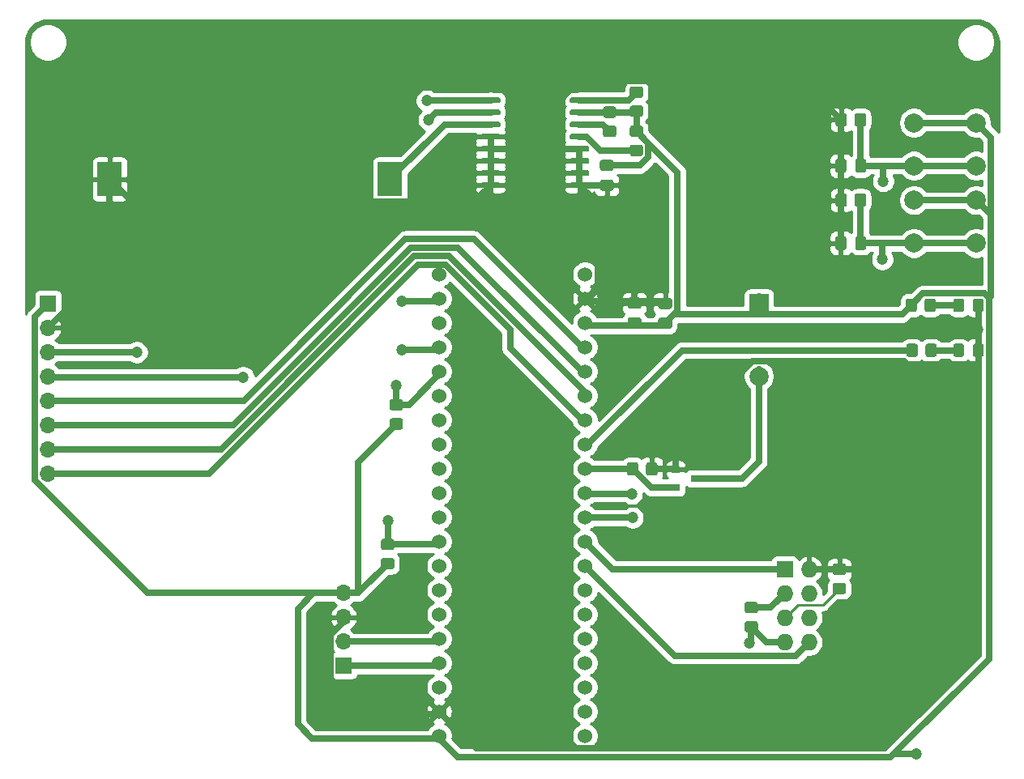
<source format=gbr>
%TF.GenerationSoftware,KiCad,Pcbnew,5.1.8*%
%TF.CreationDate,2020-12-14T21:05:08+01:00*%
%TF.ProjectId,breathe,62726561-7468-4652-9e6b-696361645f70,rev?*%
%TF.SameCoordinates,Original*%
%TF.FileFunction,Copper,L2,Bot*%
%TF.FilePolarity,Positive*%
%FSLAX46Y46*%
G04 Gerber Fmt 4.6, Leading zero omitted, Abs format (unit mm)*
G04 Created by KiCad (PCBNEW 5.1.8) date 2020-12-14 21:05:08*
%MOMM*%
%LPD*%
G01*
G04 APERTURE LIST*
%TA.AperFunction,ComponentPad*%
%ADD10O,1.727200X1.727200*%
%TD*%
%TA.AperFunction,ComponentPad*%
%ADD11R,1.727200X1.727200*%
%TD*%
%TA.AperFunction,ComponentPad*%
%ADD12C,2.000000*%
%TD*%
%TA.AperFunction,SMDPad,CuDef*%
%ADD13R,0.900000X0.800000*%
%TD*%
%TA.AperFunction,ComponentPad*%
%ADD14R,2.000000X2.000000*%
%TD*%
%TA.AperFunction,ComponentPad*%
%ADD15C,1.524000*%
%TD*%
%TA.AperFunction,ComponentPad*%
%ADD16O,1.700000X1.700000*%
%TD*%
%TA.AperFunction,ComponentPad*%
%ADD17R,1.700000X1.700000*%
%TD*%
%TA.AperFunction,SMDPad,CuDef*%
%ADD18R,2.600000X3.600000*%
%TD*%
%TA.AperFunction,ViaPad*%
%ADD19C,1.200000*%
%TD*%
%TA.AperFunction,Conductor*%
%ADD20C,0.700000*%
%TD*%
%TA.AperFunction,Conductor*%
%ADD21C,0.250000*%
%TD*%
%TA.AperFunction,Conductor*%
%ADD22C,0.254000*%
%TD*%
%TA.AperFunction,Conductor*%
%ADD23C,0.100000*%
%TD*%
G04 APERTURE END LIST*
D10*
%TO.P,U3,8*%
%TO.N,TX*%
X158540000Y-141720000D03*
%TO.P,U3,7*%
%TO.N,+3V3*%
X156000000Y-141720000D03*
%TO.P,U3,6*%
%TO.N,N/C*%
X158540000Y-139180000D03*
%TO.P,U3,5*%
%TO.N,Net-(R9-Pad1)*%
X156000000Y-139180000D03*
%TO.P,U3,4*%
%TO.N,N/C*%
X158540000Y-136640000D03*
%TO.P,U3,3*%
%TO.N,Net-(R8-Pad2)*%
X156000000Y-136640000D03*
%TO.P,U3,2*%
%TO.N,GND*%
X158540000Y-134100000D03*
D11*
%TO.P,U3,1*%
%TO.N,RX*%
X156000000Y-134100000D03*
%TD*%
D12*
%TO.P,SW2,1*%
%TO.N,SW1*%
X176000000Y-91900000D03*
%TO.P,SW2,2*%
%TO.N,+3V3*%
X176000000Y-87400000D03*
%TO.P,SW2,1*%
%TO.N,SW1*%
X169500000Y-91900000D03*
%TO.P,SW2,2*%
%TO.N,+3V3*%
X169500000Y-87400000D03*
%TD*%
%TO.P,SW1,1*%
%TO.N,SW2*%
X176000000Y-100000000D03*
%TO.P,SW1,2*%
%TO.N,+3V3*%
X176000000Y-95500000D03*
%TO.P,SW1,1*%
%TO.N,SW2*%
X169500000Y-100000000D03*
%TO.P,SW1,2*%
%TO.N,+3V3*%
X169500000Y-95500000D03*
%TD*%
%TO.P,R12,2*%
%TO.N,GND*%
%TA.AperFunction,SMDPad,CuDef*%
G36*
G01*
X162500000Y-86649999D02*
X162500000Y-87550001D01*
G75*
G02*
X162250001Y-87800000I-249999J0D01*
G01*
X161549999Y-87800000D01*
G75*
G02*
X161300000Y-87550001I0J249999D01*
G01*
X161300000Y-86649999D01*
G75*
G02*
X161549999Y-86400000I249999J0D01*
G01*
X162250001Y-86400000D01*
G75*
G02*
X162500000Y-86649999I0J-249999D01*
G01*
G37*
%TD.AperFunction*%
%TO.P,R12,1*%
%TO.N,SW1*%
%TA.AperFunction,SMDPad,CuDef*%
G36*
G01*
X164500000Y-86649999D02*
X164500000Y-87550001D01*
G75*
G02*
X164250001Y-87800000I-249999J0D01*
G01*
X163549999Y-87800000D01*
G75*
G02*
X163300000Y-87550001I0J249999D01*
G01*
X163300000Y-86649999D01*
G75*
G02*
X163549999Y-86400000I249999J0D01*
G01*
X164250001Y-86400000D01*
G75*
G02*
X164500000Y-86649999I0J-249999D01*
G01*
G37*
%TD.AperFunction*%
%TD*%
%TO.P,R11,2*%
%TO.N,GND*%
%TA.AperFunction,SMDPad,CuDef*%
G36*
G01*
X162500000Y-95049999D02*
X162500000Y-95950001D01*
G75*
G02*
X162250001Y-96200000I-249999J0D01*
G01*
X161549999Y-96200000D01*
G75*
G02*
X161300000Y-95950001I0J249999D01*
G01*
X161300000Y-95049999D01*
G75*
G02*
X161549999Y-94800000I249999J0D01*
G01*
X162250001Y-94800000D01*
G75*
G02*
X162500000Y-95049999I0J-249999D01*
G01*
G37*
%TD.AperFunction*%
%TO.P,R11,1*%
%TO.N,SW2*%
%TA.AperFunction,SMDPad,CuDef*%
G36*
G01*
X164500000Y-95049999D02*
X164500000Y-95950001D01*
G75*
G02*
X164250001Y-96200000I-249999J0D01*
G01*
X163549999Y-96200000D01*
G75*
G02*
X163300000Y-95950001I0J249999D01*
G01*
X163300000Y-95049999D01*
G75*
G02*
X163549999Y-94800000I249999J0D01*
G01*
X164250001Y-94800000D01*
G75*
G02*
X164500000Y-95049999I0J-249999D01*
G01*
G37*
%TD.AperFunction*%
%TD*%
%TO.P,R10,2*%
%TO.N,GND*%
%TA.AperFunction,SMDPad,CuDef*%
G36*
G01*
X141500000Y-124050001D02*
X141500000Y-123149999D01*
G75*
G02*
X141749999Y-122900000I249999J0D01*
G01*
X142450001Y-122900000D01*
G75*
G02*
X142700000Y-123149999I0J-249999D01*
G01*
X142700000Y-124050001D01*
G75*
G02*
X142450001Y-124300000I-249999J0D01*
G01*
X141749999Y-124300000D01*
G75*
G02*
X141500000Y-124050001I0J249999D01*
G01*
G37*
%TD.AperFunction*%
%TO.P,R10,1*%
%TO.N,BUZZ*%
%TA.AperFunction,SMDPad,CuDef*%
G36*
G01*
X139500000Y-124050001D02*
X139500000Y-123149999D01*
G75*
G02*
X139749999Y-122900000I249999J0D01*
G01*
X140450001Y-122900000D01*
G75*
G02*
X140700000Y-123149999I0J-249999D01*
G01*
X140700000Y-124050001D01*
G75*
G02*
X140450001Y-124300000I-249999J0D01*
G01*
X139749999Y-124300000D01*
G75*
G02*
X139500000Y-124050001I0J249999D01*
G01*
G37*
%TD.AperFunction*%
%TD*%
%TO.P,R9,2*%
%TO.N,GND*%
%TA.AperFunction,SMDPad,CuDef*%
G36*
G01*
X162150001Y-134700000D02*
X161249999Y-134700000D01*
G75*
G02*
X161000000Y-134450001I0J249999D01*
G01*
X161000000Y-133749999D01*
G75*
G02*
X161249999Y-133500000I249999J0D01*
G01*
X162150001Y-133500000D01*
G75*
G02*
X162400000Y-133749999I0J-249999D01*
G01*
X162400000Y-134450001D01*
G75*
G02*
X162150001Y-134700000I-249999J0D01*
G01*
G37*
%TD.AperFunction*%
%TO.P,R9,1*%
%TO.N,Net-(R9-Pad1)*%
%TA.AperFunction,SMDPad,CuDef*%
G36*
G01*
X162150001Y-136700000D02*
X161249999Y-136700000D01*
G75*
G02*
X161000000Y-136450001I0J249999D01*
G01*
X161000000Y-135749999D01*
G75*
G02*
X161249999Y-135500000I249999J0D01*
G01*
X162150001Y-135500000D01*
G75*
G02*
X162400000Y-135749999I0J-249999D01*
G01*
X162400000Y-136450001D01*
G75*
G02*
X162150001Y-136700000I-249999J0D01*
G01*
G37*
%TD.AperFunction*%
%TD*%
%TO.P,R8,2*%
%TO.N,Net-(R8-Pad2)*%
%TA.AperFunction,SMDPad,CuDef*%
G36*
G01*
X152950001Y-138700000D02*
X152049999Y-138700000D01*
G75*
G02*
X151800000Y-138450001I0J249999D01*
G01*
X151800000Y-137749999D01*
G75*
G02*
X152049999Y-137500000I249999J0D01*
G01*
X152950001Y-137500000D01*
G75*
G02*
X153200000Y-137749999I0J-249999D01*
G01*
X153200000Y-138450001D01*
G75*
G02*
X152950001Y-138700000I-249999J0D01*
G01*
G37*
%TD.AperFunction*%
%TO.P,R8,1*%
%TO.N,+3V3*%
%TA.AperFunction,SMDPad,CuDef*%
G36*
G01*
X152950001Y-140700000D02*
X152049999Y-140700000D01*
G75*
G02*
X151800000Y-140450001I0J249999D01*
G01*
X151800000Y-139749999D01*
G75*
G02*
X152049999Y-139500000I249999J0D01*
G01*
X152950001Y-139500000D01*
G75*
G02*
X153200000Y-139749999I0J-249999D01*
G01*
X153200000Y-140450001D01*
G75*
G02*
X152950001Y-140700000I-249999J0D01*
G01*
G37*
%TD.AperFunction*%
%TD*%
D13*
%TO.P,Q1,3*%
%TO.N,Net-(BZ1-Pad2)*%
X146600000Y-124600000D03*
%TO.P,Q1,2*%
%TO.N,GND*%
X144600000Y-123650000D03*
%TO.P,Q1,1*%
%TO.N,BUZZ*%
X144600000Y-125550000D03*
%TD*%
%TO.P,C5,2*%
%TO.N,GND*%
%TA.AperFunction,SMDPad,CuDef*%
G36*
G01*
X162450000Y-91425000D02*
X162450000Y-92375000D01*
G75*
G02*
X162200000Y-92625000I-250000J0D01*
G01*
X161525000Y-92625000D01*
G75*
G02*
X161275000Y-92375000I0J250000D01*
G01*
X161275000Y-91425000D01*
G75*
G02*
X161525000Y-91175000I250000J0D01*
G01*
X162200000Y-91175000D01*
G75*
G02*
X162450000Y-91425000I0J-250000D01*
G01*
G37*
%TD.AperFunction*%
%TO.P,C5,1*%
%TO.N,SW1*%
%TA.AperFunction,SMDPad,CuDef*%
G36*
G01*
X164525000Y-91425000D02*
X164525000Y-92375000D01*
G75*
G02*
X164275000Y-92625000I-250000J0D01*
G01*
X163600000Y-92625000D01*
G75*
G02*
X163350000Y-92375000I0J250000D01*
G01*
X163350000Y-91425000D01*
G75*
G02*
X163600000Y-91175000I250000J0D01*
G01*
X164275000Y-91175000D01*
G75*
G02*
X164525000Y-91425000I0J-250000D01*
G01*
G37*
%TD.AperFunction*%
%TD*%
%TO.P,C4,2*%
%TO.N,GND*%
%TA.AperFunction,SMDPad,CuDef*%
G36*
G01*
X162450000Y-99525000D02*
X162450000Y-100475000D01*
G75*
G02*
X162200000Y-100725000I-250000J0D01*
G01*
X161525000Y-100725000D01*
G75*
G02*
X161275000Y-100475000I0J250000D01*
G01*
X161275000Y-99525000D01*
G75*
G02*
X161525000Y-99275000I250000J0D01*
G01*
X162200000Y-99275000D01*
G75*
G02*
X162450000Y-99525000I0J-250000D01*
G01*
G37*
%TD.AperFunction*%
%TO.P,C4,1*%
%TO.N,SW2*%
%TA.AperFunction,SMDPad,CuDef*%
G36*
G01*
X164525000Y-99525000D02*
X164525000Y-100475000D01*
G75*
G02*
X164275000Y-100725000I-250000J0D01*
G01*
X163600000Y-100725000D01*
G75*
G02*
X163350000Y-100475000I0J250000D01*
G01*
X163350000Y-99525000D01*
G75*
G02*
X163600000Y-99275000I250000J0D01*
G01*
X164275000Y-99275000D01*
G75*
G02*
X164525000Y-99525000I0J-250000D01*
G01*
G37*
%TD.AperFunction*%
%TD*%
D12*
%TO.P,BZ1,2*%
%TO.N,Net-(BZ1-Pad2)*%
X153300000Y-113900000D03*
D14*
%TO.P,BZ1,1*%
%TO.N,+3V3*%
X153300000Y-106300000D03*
%TD*%
D15*
%TO.P,U2,40*%
%TO.N,N/C*%
X135120000Y-151520000D03*
%TO.P,U2,39*%
X135120000Y-148980000D03*
%TO.P,U2,38*%
X135120000Y-146440000D03*
%TO.P,U2,37*%
X135120000Y-143900000D03*
%TO.P,U2,36*%
X135120000Y-141360000D03*
%TO.P,U2,35*%
X135120000Y-138820000D03*
%TO.P,U2,34*%
X135120000Y-136280000D03*
%TO.P,U2,33*%
%TO.N,TX*%
X135120000Y-133740000D03*
%TO.P,U2,32*%
%TO.N,RX*%
X135120000Y-131200000D03*
%TO.P,U2,31*%
%TO.N,SW2*%
X135120000Y-128660000D03*
%TO.P,U2,30*%
%TO.N,SW1*%
X135120000Y-126120000D03*
%TO.P,U2,29*%
%TO.N,BUZZ*%
X135120000Y-123580000D03*
%TO.P,U2,28*%
%TO.N,LED*%
X135120000Y-121040000D03*
%TO.P,U2,27*%
%TO.N,BUSY*%
X135120000Y-118500000D03*
%TO.P,U2,26*%
%TO.N,RST*%
X135120000Y-115960000D03*
%TO.P,U2,25*%
%TO.N,DC*%
X135120000Y-113420000D03*
%TO.P,U2,24*%
%TO.N,CS*%
X135120000Y-110880000D03*
%TO.P,U2,23*%
%TO.N,+3V3*%
X135120000Y-108340000D03*
%TO.P,U2,22*%
%TO.N,GND*%
X135120000Y-105800000D03*
%TO.P,U2,21*%
%TO.N,N/C*%
X135120000Y-103260000D03*
%TO.P,U2,20*%
%TO.N,+3V3*%
X119880000Y-151520000D03*
%TO.P,U2,19*%
%TO.N,GND*%
X119880000Y-148980000D03*
%TO.P,U2,18*%
%TO.N,N/C*%
X119880000Y-146440000D03*
%TO.P,U2,17*%
%TO.N,SDA*%
X119880000Y-143900000D03*
%TO.P,U2,16*%
%TO.N,SCL*%
X119880000Y-141360000D03*
%TO.P,U2,15*%
%TO.N,N/C*%
X119880000Y-138820000D03*
%TO.P,U2,14*%
X119880000Y-136280000D03*
%TO.P,U2,13*%
X119880000Y-133740000D03*
%TO.P,U2,12*%
%TO.N,SDA_RTC*%
X119880000Y-131200000D03*
%TO.P,U2,11*%
%TO.N,N/C*%
X119880000Y-128660000D03*
%TO.P,U2,10*%
X119880000Y-126120000D03*
%TO.P,U2,9*%
X119880000Y-123580000D03*
%TO.P,U2,8*%
X119880000Y-121040000D03*
%TO.P,U2,7*%
X119880000Y-118500000D03*
%TO.P,U2,6*%
X119880000Y-115960000D03*
%TO.P,U2,5*%
%TO.N,SCL_RTC*%
X119880000Y-113420000D03*
%TO.P,U2,4*%
%TO.N,MOSI*%
X119880000Y-110880000D03*
%TO.P,U2,3*%
%TO.N,N/C*%
X119880000Y-108340000D03*
%TO.P,U2,2*%
%TO.N,CLK*%
X119880000Y-105800000D03*
%TO.P,U2,1*%
%TO.N,N/C*%
X119880000Y-103260000D03*
%TD*%
%TO.P,U1,16*%
%TO.N,SCL_RTC*%
%TA.AperFunction,SMDPad,CuDef*%
G36*
G01*
X126275000Y-84905000D02*
X126275000Y-85205000D01*
G75*
G02*
X126125000Y-85355000I-150000J0D01*
G01*
X124375000Y-85355000D01*
G75*
G02*
X124225000Y-85205000I0J150000D01*
G01*
X124225000Y-84905000D01*
G75*
G02*
X124375000Y-84755000I150000J0D01*
G01*
X126125000Y-84755000D01*
G75*
G02*
X126275000Y-84905000I0J-150000D01*
G01*
G37*
%TD.AperFunction*%
%TO.P,U1,15*%
%TO.N,SDA_RTC*%
%TA.AperFunction,SMDPad,CuDef*%
G36*
G01*
X126275000Y-86175000D02*
X126275000Y-86475000D01*
G75*
G02*
X126125000Y-86625000I-150000J0D01*
G01*
X124375000Y-86625000D01*
G75*
G02*
X124225000Y-86475000I0J150000D01*
G01*
X124225000Y-86175000D01*
G75*
G02*
X124375000Y-86025000I150000J0D01*
G01*
X126125000Y-86025000D01*
G75*
G02*
X126275000Y-86175000I0J-150000D01*
G01*
G37*
%TD.AperFunction*%
%TO.P,U1,14*%
%TO.N,+BATT*%
%TA.AperFunction,SMDPad,CuDef*%
G36*
G01*
X126275000Y-87445000D02*
X126275000Y-87745000D01*
G75*
G02*
X126125000Y-87895000I-150000J0D01*
G01*
X124375000Y-87895000D01*
G75*
G02*
X124225000Y-87745000I0J150000D01*
G01*
X124225000Y-87445000D01*
G75*
G02*
X124375000Y-87295000I150000J0D01*
G01*
X126125000Y-87295000D01*
G75*
G02*
X126275000Y-87445000I0J-150000D01*
G01*
G37*
%TD.AperFunction*%
%TO.P,U1,13*%
%TO.N,GND*%
%TA.AperFunction,SMDPad,CuDef*%
G36*
G01*
X126275000Y-88715000D02*
X126275000Y-89015000D01*
G75*
G02*
X126125000Y-89165000I-150000J0D01*
G01*
X124375000Y-89165000D01*
G75*
G02*
X124225000Y-89015000I0J150000D01*
G01*
X124225000Y-88715000D01*
G75*
G02*
X124375000Y-88565000I150000J0D01*
G01*
X126125000Y-88565000D01*
G75*
G02*
X126275000Y-88715000I0J-150000D01*
G01*
G37*
%TD.AperFunction*%
%TO.P,U1,12*%
%TA.AperFunction,SMDPad,CuDef*%
G36*
G01*
X126275000Y-89985000D02*
X126275000Y-90285000D01*
G75*
G02*
X126125000Y-90435000I-150000J0D01*
G01*
X124375000Y-90435000D01*
G75*
G02*
X124225000Y-90285000I0J150000D01*
G01*
X124225000Y-89985000D01*
G75*
G02*
X124375000Y-89835000I150000J0D01*
G01*
X126125000Y-89835000D01*
G75*
G02*
X126275000Y-89985000I0J-150000D01*
G01*
G37*
%TD.AperFunction*%
%TO.P,U1,11*%
%TA.AperFunction,SMDPad,CuDef*%
G36*
G01*
X126275000Y-91255000D02*
X126275000Y-91555000D01*
G75*
G02*
X126125000Y-91705000I-150000J0D01*
G01*
X124375000Y-91705000D01*
G75*
G02*
X124225000Y-91555000I0J150000D01*
G01*
X124225000Y-91255000D01*
G75*
G02*
X124375000Y-91105000I150000J0D01*
G01*
X126125000Y-91105000D01*
G75*
G02*
X126275000Y-91255000I0J-150000D01*
G01*
G37*
%TD.AperFunction*%
%TO.P,U1,10*%
%TA.AperFunction,SMDPad,CuDef*%
G36*
G01*
X126275000Y-92525000D02*
X126275000Y-92825000D01*
G75*
G02*
X126125000Y-92975000I-150000J0D01*
G01*
X124375000Y-92975000D01*
G75*
G02*
X124225000Y-92825000I0J150000D01*
G01*
X124225000Y-92525000D01*
G75*
G02*
X124375000Y-92375000I150000J0D01*
G01*
X126125000Y-92375000D01*
G75*
G02*
X126275000Y-92525000I0J-150000D01*
G01*
G37*
%TD.AperFunction*%
%TO.P,U1,9*%
%TA.AperFunction,SMDPad,CuDef*%
G36*
G01*
X126275000Y-93795000D02*
X126275000Y-94095000D01*
G75*
G02*
X126125000Y-94245000I-150000J0D01*
G01*
X124375000Y-94245000D01*
G75*
G02*
X124225000Y-94095000I0J150000D01*
G01*
X124225000Y-93795000D01*
G75*
G02*
X124375000Y-93645000I150000J0D01*
G01*
X126125000Y-93645000D01*
G75*
G02*
X126275000Y-93795000I0J-150000D01*
G01*
G37*
%TD.AperFunction*%
%TO.P,U1,8*%
%TA.AperFunction,SMDPad,CuDef*%
G36*
G01*
X135575000Y-93795000D02*
X135575000Y-94095000D01*
G75*
G02*
X135425000Y-94245000I-150000J0D01*
G01*
X133675000Y-94245000D01*
G75*
G02*
X133525000Y-94095000I0J150000D01*
G01*
X133525000Y-93795000D01*
G75*
G02*
X133675000Y-93645000I150000J0D01*
G01*
X135425000Y-93645000D01*
G75*
G02*
X135575000Y-93795000I0J-150000D01*
G01*
G37*
%TD.AperFunction*%
%TO.P,U1,7*%
%TA.AperFunction,SMDPad,CuDef*%
G36*
G01*
X135575000Y-92525000D02*
X135575000Y-92825000D01*
G75*
G02*
X135425000Y-92975000I-150000J0D01*
G01*
X133675000Y-92975000D01*
G75*
G02*
X133525000Y-92825000I0J150000D01*
G01*
X133525000Y-92525000D01*
G75*
G02*
X133675000Y-92375000I150000J0D01*
G01*
X135425000Y-92375000D01*
G75*
G02*
X135575000Y-92525000I0J-150000D01*
G01*
G37*
%TD.AperFunction*%
%TO.P,U1,6*%
%TA.AperFunction,SMDPad,CuDef*%
G36*
G01*
X135575000Y-91255000D02*
X135575000Y-91555000D01*
G75*
G02*
X135425000Y-91705000I-150000J0D01*
G01*
X133675000Y-91705000D01*
G75*
G02*
X133525000Y-91555000I0J150000D01*
G01*
X133525000Y-91255000D01*
G75*
G02*
X133675000Y-91105000I150000J0D01*
G01*
X135425000Y-91105000D01*
G75*
G02*
X135575000Y-91255000I0J-150000D01*
G01*
G37*
%TD.AperFunction*%
%TO.P,U1,5*%
%TA.AperFunction,SMDPad,CuDef*%
G36*
G01*
X135575000Y-89985000D02*
X135575000Y-90285000D01*
G75*
G02*
X135425000Y-90435000I-150000J0D01*
G01*
X133675000Y-90435000D01*
G75*
G02*
X133525000Y-90285000I0J150000D01*
G01*
X133525000Y-89985000D01*
G75*
G02*
X133675000Y-89835000I150000J0D01*
G01*
X135425000Y-89835000D01*
G75*
G02*
X135575000Y-89985000I0J-150000D01*
G01*
G37*
%TD.AperFunction*%
%TO.P,U1,4*%
%TO.N,Net-(R3-Pad2)*%
%TA.AperFunction,SMDPad,CuDef*%
G36*
G01*
X135575000Y-88715000D02*
X135575000Y-89015000D01*
G75*
G02*
X135425000Y-89165000I-150000J0D01*
G01*
X133675000Y-89165000D01*
G75*
G02*
X133525000Y-89015000I0J150000D01*
G01*
X133525000Y-88715000D01*
G75*
G02*
X133675000Y-88565000I150000J0D01*
G01*
X135425000Y-88565000D01*
G75*
G02*
X135575000Y-88715000I0J-150000D01*
G01*
G37*
%TD.AperFunction*%
%TO.P,U1,3*%
%TO.N,Net-(R5-Pad2)*%
%TA.AperFunction,SMDPad,CuDef*%
G36*
G01*
X135575000Y-87445000D02*
X135575000Y-87745000D01*
G75*
G02*
X135425000Y-87895000I-150000J0D01*
G01*
X133675000Y-87895000D01*
G75*
G02*
X133525000Y-87745000I0J150000D01*
G01*
X133525000Y-87445000D01*
G75*
G02*
X133675000Y-87295000I150000J0D01*
G01*
X135425000Y-87295000D01*
G75*
G02*
X135575000Y-87445000I0J-150000D01*
G01*
G37*
%TD.AperFunction*%
%TO.P,U1,2*%
%TO.N,+3V3*%
%TA.AperFunction,SMDPad,CuDef*%
G36*
G01*
X135575000Y-86175000D02*
X135575000Y-86475000D01*
G75*
G02*
X135425000Y-86625000I-150000J0D01*
G01*
X133675000Y-86625000D01*
G75*
G02*
X133525000Y-86475000I0J150000D01*
G01*
X133525000Y-86175000D01*
G75*
G02*
X133675000Y-86025000I150000J0D01*
G01*
X135425000Y-86025000D01*
G75*
G02*
X135575000Y-86175000I0J-150000D01*
G01*
G37*
%TD.AperFunction*%
%TO.P,U1,1*%
%TO.N,Net-(R4-Pad2)*%
%TA.AperFunction,SMDPad,CuDef*%
G36*
G01*
X135575000Y-84905000D02*
X135575000Y-85205000D01*
G75*
G02*
X135425000Y-85355000I-150000J0D01*
G01*
X133675000Y-85355000D01*
G75*
G02*
X133525000Y-85205000I0J150000D01*
G01*
X133525000Y-84905000D01*
G75*
G02*
X133675000Y-84755000I150000J0D01*
G01*
X135425000Y-84755000D01*
G75*
G02*
X135575000Y-84905000I0J-150000D01*
G01*
G37*
%TD.AperFunction*%
%TD*%
%TO.P,R7,1*%
%TO.N,LED*%
%TA.AperFunction,SMDPad,CuDef*%
G36*
G01*
X168700000Y-111650001D02*
X168700000Y-110749999D01*
G75*
G02*
X168949999Y-110500000I249999J0D01*
G01*
X169650001Y-110500000D01*
G75*
G02*
X169900000Y-110749999I0J-249999D01*
G01*
X169900000Y-111650001D01*
G75*
G02*
X169650001Y-111900000I-249999J0D01*
G01*
X168949999Y-111900000D01*
G75*
G02*
X168700000Y-111650001I0J249999D01*
G01*
G37*
%TD.AperFunction*%
%TO.P,R7,2*%
%TO.N,Net-(D2-Pad2)*%
%TA.AperFunction,SMDPad,CuDef*%
G36*
G01*
X170700000Y-111650001D02*
X170700000Y-110749999D01*
G75*
G02*
X170949999Y-110500000I249999J0D01*
G01*
X171650001Y-110500000D01*
G75*
G02*
X171900000Y-110749999I0J-249999D01*
G01*
X171900000Y-111650001D01*
G75*
G02*
X171650001Y-111900000I-249999J0D01*
G01*
X170949999Y-111900000D01*
G75*
G02*
X170700000Y-111650001I0J249999D01*
G01*
G37*
%TD.AperFunction*%
%TD*%
%TO.P,R6,1*%
%TO.N,+3V3*%
%TA.AperFunction,SMDPad,CuDef*%
G36*
G01*
X168600000Y-106950001D02*
X168600000Y-106049999D01*
G75*
G02*
X168849999Y-105800000I249999J0D01*
G01*
X169550001Y-105800000D01*
G75*
G02*
X169800000Y-106049999I0J-249999D01*
G01*
X169800000Y-106950001D01*
G75*
G02*
X169550001Y-107200000I-249999J0D01*
G01*
X168849999Y-107200000D01*
G75*
G02*
X168600000Y-106950001I0J249999D01*
G01*
G37*
%TD.AperFunction*%
%TO.P,R6,2*%
%TO.N,Net-(D1-Pad2)*%
%TA.AperFunction,SMDPad,CuDef*%
G36*
G01*
X170600000Y-106950001D02*
X170600000Y-106049999D01*
G75*
G02*
X170849999Y-105800000I249999J0D01*
G01*
X171550001Y-105800000D01*
G75*
G02*
X171800000Y-106049999I0J-249999D01*
G01*
X171800000Y-106950001D01*
G75*
G02*
X171550001Y-107200000I-249999J0D01*
G01*
X170849999Y-107200000D01*
G75*
G02*
X170600000Y-106950001I0J249999D01*
G01*
G37*
%TD.AperFunction*%
%TD*%
%TO.P,R5,2*%
%TO.N,Net-(R5-Pad2)*%
%TA.AperFunction,SMDPad,CuDef*%
G36*
G01*
X137249999Y-87700000D02*
X138150001Y-87700000D01*
G75*
G02*
X138400000Y-87949999I0J-249999D01*
G01*
X138400000Y-88650001D01*
G75*
G02*
X138150001Y-88900000I-249999J0D01*
G01*
X137249999Y-88900000D01*
G75*
G02*
X137000000Y-88650001I0J249999D01*
G01*
X137000000Y-87949999D01*
G75*
G02*
X137249999Y-87700000I249999J0D01*
G01*
G37*
%TD.AperFunction*%
%TO.P,R5,1*%
%TO.N,+3V3*%
%TA.AperFunction,SMDPad,CuDef*%
G36*
G01*
X137249999Y-85700000D02*
X138150001Y-85700000D01*
G75*
G02*
X138400000Y-85949999I0J-249999D01*
G01*
X138400000Y-86650001D01*
G75*
G02*
X138150001Y-86900000I-249999J0D01*
G01*
X137249999Y-86900000D01*
G75*
G02*
X137000000Y-86650001I0J249999D01*
G01*
X137000000Y-85949999D01*
G75*
G02*
X137249999Y-85700000I249999J0D01*
G01*
G37*
%TD.AperFunction*%
%TD*%
%TO.P,R4,2*%
%TO.N,Net-(R4-Pad2)*%
%TA.AperFunction,SMDPad,CuDef*%
G36*
G01*
X140950001Y-84800000D02*
X140049999Y-84800000D01*
G75*
G02*
X139800000Y-84550001I0J249999D01*
G01*
X139800000Y-83849999D01*
G75*
G02*
X140049999Y-83600000I249999J0D01*
G01*
X140950001Y-83600000D01*
G75*
G02*
X141200000Y-83849999I0J-249999D01*
G01*
X141200000Y-84550001D01*
G75*
G02*
X140950001Y-84800000I-249999J0D01*
G01*
G37*
%TD.AperFunction*%
%TO.P,R4,1*%
%TO.N,+3V3*%
%TA.AperFunction,SMDPad,CuDef*%
G36*
G01*
X140950001Y-86800000D02*
X140049999Y-86800000D01*
G75*
G02*
X139800000Y-86550001I0J249999D01*
G01*
X139800000Y-85849999D01*
G75*
G02*
X140049999Y-85600000I249999J0D01*
G01*
X140950001Y-85600000D01*
G75*
G02*
X141200000Y-85849999I0J-249999D01*
G01*
X141200000Y-86550001D01*
G75*
G02*
X140950001Y-86800000I-249999J0D01*
G01*
G37*
%TD.AperFunction*%
%TD*%
%TO.P,R3,2*%
%TO.N,Net-(R3-Pad2)*%
%TA.AperFunction,SMDPad,CuDef*%
G36*
G01*
X140049999Y-89700000D02*
X140950001Y-89700000D01*
G75*
G02*
X141200000Y-89949999I0J-249999D01*
G01*
X141200000Y-90650001D01*
G75*
G02*
X140950001Y-90900000I-249999J0D01*
G01*
X140049999Y-90900000D01*
G75*
G02*
X139800000Y-90650001I0J249999D01*
G01*
X139800000Y-89949999D01*
G75*
G02*
X140049999Y-89700000I249999J0D01*
G01*
G37*
%TD.AperFunction*%
%TO.P,R3,1*%
%TO.N,+3V3*%
%TA.AperFunction,SMDPad,CuDef*%
G36*
G01*
X140049999Y-87700000D02*
X140950001Y-87700000D01*
G75*
G02*
X141200000Y-87949999I0J-249999D01*
G01*
X141200000Y-88650001D01*
G75*
G02*
X140950001Y-88900000I-249999J0D01*
G01*
X140049999Y-88900000D01*
G75*
G02*
X139800000Y-88650001I0J249999D01*
G01*
X139800000Y-87949999D01*
G75*
G02*
X140049999Y-87700000I249999J0D01*
G01*
G37*
%TD.AperFunction*%
%TD*%
%TO.P,R2,2*%
%TO.N,SDA_RTC*%
%TA.AperFunction,SMDPad,CuDef*%
G36*
G01*
X114950001Y-132100000D02*
X114049999Y-132100000D01*
G75*
G02*
X113800000Y-131850001I0J249999D01*
G01*
X113800000Y-131149999D01*
G75*
G02*
X114049999Y-130900000I249999J0D01*
G01*
X114950001Y-130900000D01*
G75*
G02*
X115200000Y-131149999I0J-249999D01*
G01*
X115200000Y-131850001D01*
G75*
G02*
X114950001Y-132100000I-249999J0D01*
G01*
G37*
%TD.AperFunction*%
%TO.P,R2,1*%
%TO.N,+3V3*%
%TA.AperFunction,SMDPad,CuDef*%
G36*
G01*
X114950001Y-134100000D02*
X114049999Y-134100000D01*
G75*
G02*
X113800000Y-133850001I0J249999D01*
G01*
X113800000Y-133149999D01*
G75*
G02*
X114049999Y-132900000I249999J0D01*
G01*
X114950001Y-132900000D01*
G75*
G02*
X115200000Y-133149999I0J-249999D01*
G01*
X115200000Y-133850001D01*
G75*
G02*
X114950001Y-134100000I-249999J0D01*
G01*
G37*
%TD.AperFunction*%
%TD*%
%TO.P,R1,2*%
%TO.N,SCL_RTC*%
%TA.AperFunction,SMDPad,CuDef*%
G36*
G01*
X115850001Y-117500000D02*
X114949999Y-117500000D01*
G75*
G02*
X114700000Y-117250001I0J249999D01*
G01*
X114700000Y-116549999D01*
G75*
G02*
X114949999Y-116300000I249999J0D01*
G01*
X115850001Y-116300000D01*
G75*
G02*
X116100000Y-116549999I0J-249999D01*
G01*
X116100000Y-117250001D01*
G75*
G02*
X115850001Y-117500000I-249999J0D01*
G01*
G37*
%TD.AperFunction*%
%TO.P,R1,1*%
%TO.N,+3V3*%
%TA.AperFunction,SMDPad,CuDef*%
G36*
G01*
X115850001Y-119500000D02*
X114949999Y-119500000D01*
G75*
G02*
X114700000Y-119250001I0J249999D01*
G01*
X114700000Y-118549999D01*
G75*
G02*
X114949999Y-118300000I249999J0D01*
G01*
X115850001Y-118300000D01*
G75*
G02*
X116100000Y-118549999I0J-249999D01*
G01*
X116100000Y-119250001D01*
G75*
G02*
X115850001Y-119500000I-249999J0D01*
G01*
G37*
%TD.AperFunction*%
%TD*%
D16*
%TO.P,J2,4*%
%TO.N,+3V3*%
X109900000Y-136580000D03*
%TO.P,J2,3*%
%TO.N,GND*%
X109900000Y-139120000D03*
%TO.P,J2,2*%
%TO.N,SCL*%
X109900000Y-141660000D03*
D17*
%TO.P,J2,1*%
%TO.N,SDA*%
X109900000Y-144200000D03*
%TD*%
%TO.P,D2,2*%
%TO.N,Net-(D2-Pad2)*%
%TA.AperFunction,SMDPad,CuDef*%
G36*
G01*
X174750000Y-110749999D02*
X174750000Y-111650001D01*
G75*
G02*
X174500001Y-111900000I-249999J0D01*
G01*
X173849999Y-111900000D01*
G75*
G02*
X173600000Y-111650001I0J249999D01*
G01*
X173600000Y-110749999D01*
G75*
G02*
X173849999Y-110500000I249999J0D01*
G01*
X174500001Y-110500000D01*
G75*
G02*
X174750000Y-110749999I0J-249999D01*
G01*
G37*
%TD.AperFunction*%
%TO.P,D2,1*%
%TO.N,GND*%
%TA.AperFunction,SMDPad,CuDef*%
G36*
G01*
X176800000Y-110749999D02*
X176800000Y-111650001D01*
G75*
G02*
X176550001Y-111900000I-249999J0D01*
G01*
X175899999Y-111900000D01*
G75*
G02*
X175650000Y-111650001I0J249999D01*
G01*
X175650000Y-110749999D01*
G75*
G02*
X175899999Y-110500000I249999J0D01*
G01*
X176550001Y-110500000D01*
G75*
G02*
X176800000Y-110749999I0J-249999D01*
G01*
G37*
%TD.AperFunction*%
%TD*%
%TO.P,D1,1*%
%TO.N,GND*%
%TA.AperFunction,SMDPad,CuDef*%
G36*
G01*
X176800000Y-106049999D02*
X176800000Y-106950001D01*
G75*
G02*
X176550001Y-107200000I-249999J0D01*
G01*
X175899999Y-107200000D01*
G75*
G02*
X175650000Y-106950001I0J249999D01*
G01*
X175650000Y-106049999D01*
G75*
G02*
X175899999Y-105800000I249999J0D01*
G01*
X176550001Y-105800000D01*
G75*
G02*
X176800000Y-106049999I0J-249999D01*
G01*
G37*
%TD.AperFunction*%
%TO.P,D1,2*%
%TO.N,Net-(D1-Pad2)*%
%TA.AperFunction,SMDPad,CuDef*%
G36*
G01*
X174750000Y-106049999D02*
X174750000Y-106950001D01*
G75*
G02*
X174500001Y-107200000I-249999J0D01*
G01*
X173849999Y-107200000D01*
G75*
G02*
X173600000Y-106950001I0J249999D01*
G01*
X173600000Y-106049999D01*
G75*
G02*
X173849999Y-105800000I249999J0D01*
G01*
X174500001Y-105800000D01*
G75*
G02*
X174750000Y-106049999I0J-249999D01*
G01*
G37*
%TD.AperFunction*%
%TD*%
%TO.P,C3,2*%
%TO.N,GND*%
%TA.AperFunction,SMDPad,CuDef*%
G36*
G01*
X140775000Y-106850000D02*
X139825000Y-106850000D01*
G75*
G02*
X139575000Y-106600000I0J250000D01*
G01*
X139575000Y-105925000D01*
G75*
G02*
X139825000Y-105675000I250000J0D01*
G01*
X140775000Y-105675000D01*
G75*
G02*
X141025000Y-105925000I0J-250000D01*
G01*
X141025000Y-106600000D01*
G75*
G02*
X140775000Y-106850000I-250000J0D01*
G01*
G37*
%TD.AperFunction*%
%TO.P,C3,1*%
%TO.N,+3V3*%
%TA.AperFunction,SMDPad,CuDef*%
G36*
G01*
X140775000Y-108925000D02*
X139825000Y-108925000D01*
G75*
G02*
X139575000Y-108675000I0J250000D01*
G01*
X139575000Y-108000000D01*
G75*
G02*
X139825000Y-107750000I250000J0D01*
G01*
X140775000Y-107750000D01*
G75*
G02*
X141025000Y-108000000I0J-250000D01*
G01*
X141025000Y-108675000D01*
G75*
G02*
X140775000Y-108925000I-250000J0D01*
G01*
G37*
%TD.AperFunction*%
%TD*%
%TO.P,C2,2*%
%TO.N,GND*%
%TA.AperFunction,SMDPad,CuDef*%
G36*
G01*
X143975000Y-106887500D02*
X143025000Y-106887500D01*
G75*
G02*
X142775000Y-106637500I0J250000D01*
G01*
X142775000Y-105962500D01*
G75*
G02*
X143025000Y-105712500I250000J0D01*
G01*
X143975000Y-105712500D01*
G75*
G02*
X144225000Y-105962500I0J-250000D01*
G01*
X144225000Y-106637500D01*
G75*
G02*
X143975000Y-106887500I-250000J0D01*
G01*
G37*
%TD.AperFunction*%
%TO.P,C2,1*%
%TO.N,+3V3*%
%TA.AperFunction,SMDPad,CuDef*%
G36*
G01*
X143975000Y-108962500D02*
X143025000Y-108962500D01*
G75*
G02*
X142775000Y-108712500I0J250000D01*
G01*
X142775000Y-108037500D01*
G75*
G02*
X143025000Y-107787500I250000J0D01*
G01*
X143975000Y-107787500D01*
G75*
G02*
X144225000Y-108037500I0J-250000D01*
G01*
X144225000Y-108712500D01*
G75*
G02*
X143975000Y-108962500I-250000J0D01*
G01*
G37*
%TD.AperFunction*%
%TD*%
%TO.P,C1,2*%
%TO.N,GND*%
%TA.AperFunction,SMDPad,CuDef*%
G36*
G01*
X136925000Y-93350000D02*
X137875000Y-93350000D01*
G75*
G02*
X138125000Y-93600000I0J-250000D01*
G01*
X138125000Y-94275000D01*
G75*
G02*
X137875000Y-94525000I-250000J0D01*
G01*
X136925000Y-94525000D01*
G75*
G02*
X136675000Y-94275000I0J250000D01*
G01*
X136675000Y-93600000D01*
G75*
G02*
X136925000Y-93350000I250000J0D01*
G01*
G37*
%TD.AperFunction*%
%TO.P,C1,1*%
%TO.N,+3V3*%
%TA.AperFunction,SMDPad,CuDef*%
G36*
G01*
X136925000Y-91275000D02*
X137875000Y-91275000D01*
G75*
G02*
X138125000Y-91525000I0J-250000D01*
G01*
X138125000Y-92200000D01*
G75*
G02*
X137875000Y-92450000I-250000J0D01*
G01*
X136925000Y-92450000D01*
G75*
G02*
X136675000Y-92200000I0J250000D01*
G01*
X136675000Y-91525000D01*
G75*
G02*
X136925000Y-91275000I250000J0D01*
G01*
G37*
%TD.AperFunction*%
%TD*%
D18*
%TO.P,BT1,1*%
%TO.N,+BATT*%
X114750000Y-93300000D03*
%TO.P,BT1,2*%
%TO.N,GND*%
X85450000Y-93300000D03*
%TD*%
D16*
%TO.P,J1,8*%
%TO.N,BUSY*%
X79000000Y-124080000D03*
%TO.P,J1,7*%
%TO.N,RST*%
X79000000Y-121540000D03*
%TO.P,J1,6*%
%TO.N,DC*%
X79000000Y-119000000D03*
%TO.P,J1,5*%
%TO.N,CS*%
X79000000Y-116460000D03*
%TO.P,J1,4*%
%TO.N,CLK*%
X79000000Y-113920000D03*
%TO.P,J1,3*%
%TO.N,MOSI*%
X79000000Y-111380000D03*
%TO.P,J1,2*%
%TO.N,GND*%
X79000000Y-108840000D03*
D17*
%TO.P,J1,1*%
%TO.N,+3V3*%
X79000000Y-106300000D03*
%TD*%
D19*
%TO.N,GND*%
X176200010Y-109025000D03*
X140300000Y-103700000D03*
%TO.N,+3V3*%
X152300000Y-141800000D03*
X169700000Y-153400000D03*
%TO.N,CLK*%
X116000000Y-106100000D03*
X99400000Y-114000000D03*
%TO.N,MOSI*%
X116020000Y-111180000D03*
X88300000Y-111400000D03*
%TO.N,SCL_RTC*%
X115400000Y-114900000D03*
X118600000Y-85100000D03*
%TO.N,SDA_RTC*%
X118800000Y-87100000D03*
X114500000Y-129000000D03*
%TO.N,SW2*%
X166200000Y-101700000D03*
X140100000Y-128700000D03*
%TO.N,SW1*%
X166300000Y-93500000D03*
X140000000Y-126200000D03*
%TD*%
D20*
%TO.N,+BATT*%
X120455000Y-87595000D02*
X125250000Y-87595000D01*
X114750000Y-93300000D02*
X120455000Y-87595000D01*
%TO.N,GND*%
X143462500Y-106262500D02*
X143500000Y-106300000D01*
X112289998Y-149280000D02*
X119880000Y-149280000D01*
X108499999Y-145490001D02*
X112289998Y-149280000D01*
X108499999Y-140987999D02*
X108499999Y-145490001D01*
X109900000Y-139587998D02*
X108499999Y-140987999D01*
X109900000Y-139120000D02*
X109900000Y-139587998D01*
X143300000Y-106100000D02*
X143500000Y-106300000D01*
X135120000Y-106100000D02*
X143300000Y-106100000D01*
X85450000Y-102390000D02*
X85450000Y-93300000D01*
X79000000Y-108840000D02*
X85450000Y-102390000D01*
X134557500Y-93937500D02*
X134550000Y-93945000D01*
X137400000Y-93937500D02*
X134557500Y-93937500D01*
X134550000Y-93945000D02*
X134550000Y-90135000D01*
X125250000Y-88865000D02*
X125250000Y-93945000D01*
X176225000Y-106500000D02*
X176225000Y-111200000D01*
X136432001Y-95827001D02*
X134550000Y-93945000D01*
X136432001Y-104787999D02*
X136432001Y-95827001D01*
X135120000Y-106100000D02*
X136432001Y-104787999D01*
X123544999Y-95650001D02*
X125250000Y-93945000D01*
X87800001Y-95650001D02*
X123544999Y-95650001D01*
X85450000Y-93300000D02*
X87800001Y-95650001D01*
X176225000Y-109000010D02*
X176200010Y-109025000D01*
X176225000Y-106500000D02*
X176225000Y-109000010D01*
X140300000Y-103700000D02*
X140300000Y-106262500D01*
X158540000Y-134100000D02*
X161700000Y-134100000D01*
X166467999Y-152832001D02*
X176225000Y-143075000D01*
X176225000Y-112656762D02*
X176225000Y-111200000D01*
X123732001Y-152832001D02*
X166467999Y-152832001D01*
X119880000Y-148980000D02*
X123732001Y-152832001D01*
X144550000Y-123600000D02*
X144600000Y-123650000D01*
X142100000Y-123600000D02*
X144550000Y-123600000D01*
X168825374Y-112656762D02*
X176225000Y-112656762D01*
X168468602Y-112299990D02*
X168825374Y-112656762D01*
X152606008Y-112299990D02*
X168468602Y-112299990D01*
X144600000Y-120305998D02*
X152606008Y-112299990D01*
X144600000Y-123650000D02*
X144600000Y-120305998D01*
X161900000Y-99962500D02*
X161862500Y-100000000D01*
X161900000Y-87100000D02*
X161900000Y-99962500D01*
X129835000Y-87755034D02*
X129835000Y-90135000D01*
X157849990Y-83049990D02*
X134540044Y-83049990D01*
X134540044Y-83049990D02*
X129835000Y-87755034D01*
X161900000Y-87100000D02*
X157849990Y-83049990D01*
X129835000Y-90135000D02*
X125250000Y-90135000D01*
X134550000Y-90135000D02*
X129835000Y-90135000D01*
X176100000Y-134100000D02*
X176225000Y-134225000D01*
X161700000Y-134100000D02*
X176100000Y-134100000D01*
X176225000Y-134225000D02*
X176225000Y-112656762D01*
X176225000Y-143075000D02*
X176225000Y-134225000D01*
%TO.N,+3V3*%
X143462500Y-108337500D02*
X143500000Y-108375000D01*
X109900000Y-136580000D02*
X106720000Y-136580000D01*
X77599999Y-107700001D02*
X79000000Y-106300000D01*
X77599999Y-124752001D02*
X77599999Y-107700001D01*
X89427998Y-136580000D02*
X77599999Y-124752001D01*
X106720000Y-136580000D02*
X89427998Y-136580000D01*
X111420000Y-136580000D02*
X114500000Y-133500000D01*
X109900000Y-136580000D02*
X111420000Y-136580000D01*
X143235000Y-108640000D02*
X143500000Y-108375000D01*
X135120000Y-108640000D02*
X143235000Y-108640000D01*
X111420000Y-122880000D02*
X111420000Y-136580000D01*
X115400000Y-118900000D02*
X111420000Y-122880000D01*
X140375000Y-86325000D02*
X140500000Y-86200000D01*
X134550000Y-86325000D02*
X140375000Y-86325000D01*
X140500000Y-86200000D02*
X140500000Y-88300000D01*
X141750010Y-89550010D02*
X140500000Y-88300000D01*
X141750010Y-90981378D02*
X141750010Y-89550010D01*
X140868888Y-91862500D02*
X141750010Y-90981378D01*
X137400000Y-91862500D02*
X140868888Y-91862500D01*
X144775010Y-107099990D02*
X143500000Y-108375000D01*
X144775010Y-92575010D02*
X144775010Y-107099990D01*
X141750010Y-89550010D02*
X144775010Y-92575010D01*
X144437490Y-107437510D02*
X143500000Y-108375000D01*
X169200000Y-106500000D02*
X168262490Y-107437510D01*
X154120000Y-141720000D02*
X152500000Y-140100000D01*
X156000000Y-141720000D02*
X154120000Y-141720000D01*
X177350010Y-105718622D02*
X176881378Y-105249990D01*
X170450010Y-105249990D02*
X169200000Y-106500000D01*
X167067989Y-153732011D02*
X177350010Y-143449990D01*
X176881378Y-105249990D02*
X170450010Y-105249990D01*
X121792011Y-153732011D02*
X167067989Y-153732011D01*
X106620000Y-151820000D02*
X119880000Y-151820000D01*
X119880000Y-151820000D02*
X121792011Y-153732011D01*
X105100000Y-150300000D02*
X106620000Y-151820000D01*
X177350010Y-143449990D02*
X177350010Y-105718622D01*
X105100000Y-138200000D02*
X105100000Y-150300000D01*
X106720000Y-136580000D02*
X105100000Y-138200000D01*
X153300000Y-107375020D02*
X153362490Y-107437510D01*
X153300000Y-105600000D02*
X153300000Y-107375020D01*
X153362490Y-107437510D02*
X144437490Y-107437510D01*
X168262490Y-107437510D02*
X153362490Y-107437510D01*
X177550001Y-97050001D02*
X176000000Y-95500000D01*
X177550001Y-105518631D02*
X177550001Y-97050001D01*
X177350010Y-105718622D02*
X177550001Y-105518631D01*
X177550001Y-88950001D02*
X176000000Y-87400000D01*
X177550001Y-97050001D02*
X177550001Y-88950001D01*
X176000000Y-95500000D02*
X169500000Y-95500000D01*
X176000000Y-87400000D02*
X169500000Y-87400000D01*
X152500000Y-141600000D02*
X152300000Y-141800000D01*
X152500000Y-140100000D02*
X152500000Y-141600000D01*
X167400000Y-153400000D02*
X167067989Y-153732011D01*
X169700000Y-153400000D02*
X167400000Y-153400000D01*
%TO.N,Net-(D1-Pad2)*%
X171200000Y-106500000D02*
X174175000Y-106500000D01*
%TO.N,Net-(D2-Pad2)*%
X174175000Y-111200000D02*
X171300000Y-111200000D01*
%TO.N,BUSY*%
X135120000Y-118800000D02*
X127300000Y-110980000D01*
X120509761Y-102247999D02*
X117652001Y-102247999D01*
X127300000Y-109038238D02*
X120509761Y-102247999D01*
X127300000Y-110980000D02*
X127300000Y-109038238D01*
X95820000Y-124080000D02*
X79000000Y-124080000D01*
X117652001Y-102247999D02*
X95820000Y-124080000D01*
%TO.N,RST*%
X120882557Y-101347989D02*
X117252011Y-101347989D01*
X135120000Y-115585432D02*
X120882557Y-101347989D01*
X135120000Y-116260000D02*
X135120000Y-115585432D01*
X97060000Y-121540000D02*
X79000000Y-121540000D01*
X117252011Y-101347989D02*
X97060000Y-121540000D01*
%TO.N,DC*%
X121847979Y-100447979D02*
X116879214Y-100447980D01*
X135120000Y-113720000D02*
X121847979Y-100447979D01*
X98327194Y-119000000D02*
X79000000Y-119000000D01*
X116879214Y-100447980D02*
X98327194Y-119000000D01*
%TO.N,CS*%
X123487971Y-99547971D02*
X116352029Y-99547971D01*
X135120000Y-111180000D02*
X123487971Y-99547971D01*
X99440000Y-116460000D02*
X79000000Y-116460000D01*
X116352029Y-99547971D02*
X99440000Y-116460000D01*
%TO.N,CLK*%
X119880000Y-106100000D02*
X116000000Y-106100000D01*
X79080000Y-114000000D02*
X79000000Y-113920000D01*
X99400000Y-114000000D02*
X79080000Y-114000000D01*
%TO.N,MOSI*%
X119880000Y-111180000D02*
X116020000Y-111180000D01*
X79020000Y-111400000D02*
X79000000Y-111380000D01*
X88300000Y-111400000D02*
X79020000Y-111400000D01*
%TO.N,SCL*%
X109900000Y-141660000D02*
X119880000Y-141660000D01*
%TO.N,SDA*%
X109900000Y-144200000D02*
X119880000Y-144200000D01*
%TO.N,SCL_RTC*%
X116700000Y-116900000D02*
X119880000Y-113720000D01*
X115400000Y-116900000D02*
X116700000Y-116900000D01*
X115400000Y-116900000D02*
X115400000Y-114900000D01*
X125205000Y-85100000D02*
X125250000Y-85055000D01*
X118600000Y-85100000D02*
X125205000Y-85100000D01*
%TO.N,SDA_RTC*%
X114500000Y-131500000D02*
X119880000Y-131500000D01*
X119575000Y-86325000D02*
X118800000Y-87100000D01*
X125250000Y-86325000D02*
X119575000Y-86325000D01*
X114500000Y-129000000D02*
X114500000Y-131500000D01*
%TO.N,Net-(R3-Pad2)*%
X135294966Y-88865000D02*
X134550000Y-88865000D01*
X136729966Y-90300000D02*
X135294966Y-88865000D01*
X140500000Y-90300000D02*
X136729966Y-90300000D01*
%TO.N,Net-(R4-Pad2)*%
X139645000Y-85055000D02*
X140500000Y-84200000D01*
X134550000Y-85055000D02*
X139645000Y-85055000D01*
%TO.N,Net-(R5-Pad2)*%
X136995000Y-87595000D02*
X134550000Y-87595000D01*
X137700000Y-88300000D02*
X136995000Y-87595000D01*
%TO.N,LED*%
X145260000Y-111200000D02*
X135120000Y-121340000D01*
X169300000Y-111200000D02*
X145260000Y-111200000D01*
%TO.N,Net-(BZ1-Pad2)*%
X146600000Y-124600000D02*
X151500000Y-124600000D01*
X153300000Y-122800000D02*
X153300000Y-113200000D01*
X151500000Y-124600000D02*
X153300000Y-122800000D01*
%TO.N,SW2*%
X176000000Y-100000000D02*
X169500000Y-100000000D01*
X163937500Y-95537500D02*
X163900000Y-95500000D01*
X163937500Y-100000000D02*
X163937500Y-95537500D01*
X163937500Y-100000000D02*
X166200000Y-100000000D01*
X169500000Y-100000000D02*
X166200000Y-100000000D01*
X166200000Y-100000000D02*
X166200000Y-101700000D01*
X135160000Y-128700000D02*
X135120000Y-128660000D01*
X140100000Y-128700000D02*
X135160000Y-128700000D01*
%TO.N,SW1*%
X176000000Y-91900000D02*
X169500000Y-91900000D01*
X163937500Y-87137500D02*
X163900000Y-87100000D01*
X163937500Y-91900000D02*
X163937500Y-87137500D01*
X166300000Y-91900000D02*
X166300000Y-93500000D01*
X169500000Y-91900000D02*
X166300000Y-91900000D01*
X166300000Y-91900000D02*
X163937500Y-91900000D01*
X135200000Y-126200000D02*
X135120000Y-126120000D01*
X140000000Y-126200000D02*
X135200000Y-126200000D01*
%TO.N,BUZZ*%
X135140000Y-123600000D02*
X135120000Y-123580000D01*
X140100000Y-123600000D02*
X135140000Y-123600000D01*
X142050000Y-125550000D02*
X140100000Y-123600000D01*
X144600000Y-125550000D02*
X142050000Y-125550000D01*
%TO.N,Net-(R8-Pad2)*%
X154540000Y-138100000D02*
X156000000Y-136640000D01*
X152500000Y-138100000D02*
X154540000Y-138100000D01*
D21*
%TO.N,Net-(R9-Pad1)*%
X157351399Y-137828601D02*
X156000000Y-139180000D01*
X159971399Y-137828601D02*
X157351399Y-137828601D01*
X161700000Y-136100000D02*
X159971399Y-137828601D01*
D20*
%TO.N,TX*%
X144513601Y-143133601D02*
X135120000Y-133740000D01*
X157126399Y-143133601D02*
X144513601Y-143133601D01*
X158540000Y-141720000D02*
X157126399Y-143133601D01*
%TO.N,RX*%
X138020000Y-134100000D02*
X135120000Y-131200000D01*
X156000000Y-134100000D02*
X138020000Y-134100000D01*
%TD*%
D22*
%TO.N,GND*%
X126315001Y-109446239D02*
X126315000Y-110931620D01*
X126310235Y-110980000D01*
X126315000Y-111028379D01*
X126329253Y-111173093D01*
X126385576Y-111358766D01*
X126477040Y-111529884D01*
X126600130Y-111679870D01*
X126637716Y-111710716D01*
X133762333Y-118835333D01*
X133776686Y-118907490D01*
X133881995Y-119161727D01*
X134034880Y-119390535D01*
X134229465Y-119585120D01*
X134458273Y-119738005D01*
X134535515Y-119770000D01*
X134458273Y-119801995D01*
X134229465Y-119954880D01*
X134034880Y-120149465D01*
X133881995Y-120378273D01*
X133776686Y-120632510D01*
X133723000Y-120902408D01*
X133723000Y-121177592D01*
X133776686Y-121447490D01*
X133881995Y-121701727D01*
X134034880Y-121930535D01*
X134229465Y-122125120D01*
X134458273Y-122278005D01*
X134535515Y-122310000D01*
X134458273Y-122341995D01*
X134229465Y-122494880D01*
X134034880Y-122689465D01*
X133881995Y-122918273D01*
X133776686Y-123172510D01*
X133723000Y-123442408D01*
X133723000Y-123717592D01*
X133776686Y-123987490D01*
X133881995Y-124241727D01*
X134034880Y-124470535D01*
X134229465Y-124665120D01*
X134458273Y-124818005D01*
X134535515Y-124850000D01*
X134458273Y-124881995D01*
X134229465Y-125034880D01*
X134034880Y-125229465D01*
X133881995Y-125458273D01*
X133776686Y-125712510D01*
X133723000Y-125982408D01*
X133723000Y-126257592D01*
X133776686Y-126527490D01*
X133881995Y-126781727D01*
X134034880Y-127010535D01*
X134229465Y-127205120D01*
X134458273Y-127358005D01*
X134535515Y-127390000D01*
X134458273Y-127421995D01*
X134229465Y-127574880D01*
X134034880Y-127769465D01*
X133881995Y-127998273D01*
X133776686Y-128252510D01*
X133723000Y-128522408D01*
X133723000Y-128797592D01*
X133776686Y-129067490D01*
X133881995Y-129321727D01*
X134034880Y-129550535D01*
X134229465Y-129745120D01*
X134458273Y-129898005D01*
X134535515Y-129930000D01*
X134458273Y-129961995D01*
X134229465Y-130114880D01*
X134034880Y-130309465D01*
X133881995Y-130538273D01*
X133776686Y-130792510D01*
X133723000Y-131062408D01*
X133723000Y-131337592D01*
X133776686Y-131607490D01*
X133881995Y-131861727D01*
X134034880Y-132090535D01*
X134229465Y-132285120D01*
X134458273Y-132438005D01*
X134535515Y-132470000D01*
X134458273Y-132501995D01*
X134229465Y-132654880D01*
X134034880Y-132849465D01*
X133881995Y-133078273D01*
X133776686Y-133332510D01*
X133723000Y-133602408D01*
X133723000Y-133877592D01*
X133776686Y-134147490D01*
X133881995Y-134401727D01*
X134034880Y-134630535D01*
X134229465Y-134825120D01*
X134458273Y-134978005D01*
X134535515Y-135010000D01*
X134458273Y-135041995D01*
X134229465Y-135194880D01*
X134034880Y-135389465D01*
X133881995Y-135618273D01*
X133776686Y-135872510D01*
X133723000Y-136142408D01*
X133723000Y-136417592D01*
X133776686Y-136687490D01*
X133881995Y-136941727D01*
X134034880Y-137170535D01*
X134229465Y-137365120D01*
X134458273Y-137518005D01*
X134535515Y-137550000D01*
X134458273Y-137581995D01*
X134229465Y-137734880D01*
X134034880Y-137929465D01*
X133881995Y-138158273D01*
X133776686Y-138412510D01*
X133723000Y-138682408D01*
X133723000Y-138957592D01*
X133776686Y-139227490D01*
X133881995Y-139481727D01*
X134034880Y-139710535D01*
X134229465Y-139905120D01*
X134458273Y-140058005D01*
X134535515Y-140090000D01*
X134458273Y-140121995D01*
X134229465Y-140274880D01*
X134034880Y-140469465D01*
X133881995Y-140698273D01*
X133776686Y-140952510D01*
X133723000Y-141222408D01*
X133723000Y-141497592D01*
X133776686Y-141767490D01*
X133881995Y-142021727D01*
X134034880Y-142250535D01*
X134229465Y-142445120D01*
X134458273Y-142598005D01*
X134535515Y-142630000D01*
X134458273Y-142661995D01*
X134229465Y-142814880D01*
X134034880Y-143009465D01*
X133881995Y-143238273D01*
X133776686Y-143492510D01*
X133723000Y-143762408D01*
X133723000Y-144037592D01*
X133776686Y-144307490D01*
X133881995Y-144561727D01*
X134034880Y-144790535D01*
X134229465Y-144985120D01*
X134458273Y-145138005D01*
X134535515Y-145170000D01*
X134458273Y-145201995D01*
X134229465Y-145354880D01*
X134034880Y-145549465D01*
X133881995Y-145778273D01*
X133776686Y-146032510D01*
X133723000Y-146302408D01*
X133723000Y-146577592D01*
X133776686Y-146847490D01*
X133881995Y-147101727D01*
X134034880Y-147330535D01*
X134229465Y-147525120D01*
X134458273Y-147678005D01*
X134535515Y-147710000D01*
X134458273Y-147741995D01*
X134229465Y-147894880D01*
X134034880Y-148089465D01*
X133881995Y-148318273D01*
X133776686Y-148572510D01*
X133723000Y-148842408D01*
X133723000Y-149117592D01*
X133776686Y-149387490D01*
X133881995Y-149641727D01*
X134034880Y-149870535D01*
X134229465Y-150065120D01*
X134458273Y-150218005D01*
X134535515Y-150250000D01*
X134458273Y-150281995D01*
X134229465Y-150434880D01*
X134034880Y-150629465D01*
X133881995Y-150858273D01*
X133776686Y-151112510D01*
X133723000Y-151382408D01*
X133723000Y-151657592D01*
X133776686Y-151927490D01*
X133881995Y-152181727D01*
X134034880Y-152410535D01*
X134229465Y-152605120D01*
X134441819Y-152747011D01*
X122200012Y-152747011D01*
X121249391Y-151796391D01*
X121277000Y-151657592D01*
X121277000Y-151382408D01*
X121223314Y-151112510D01*
X121118005Y-150858273D01*
X120965120Y-150629465D01*
X120770535Y-150434880D01*
X120541727Y-150281995D01*
X120470057Y-150252308D01*
X120483023Y-150247636D01*
X120598980Y-150185656D01*
X120665960Y-149945565D01*
X119880000Y-149159605D01*
X119094040Y-149945565D01*
X119161020Y-150185656D01*
X119296760Y-150249485D01*
X119218273Y-150281995D01*
X118989465Y-150434880D01*
X118794880Y-150629465D01*
X118657546Y-150835000D01*
X107028001Y-150835000D01*
X106085000Y-149892000D01*
X106085000Y-149052017D01*
X118478090Y-149052017D01*
X118519078Y-149324133D01*
X118612364Y-149583023D01*
X118674344Y-149698980D01*
X118914435Y-149765960D01*
X119700395Y-148980000D01*
X120059605Y-148980000D01*
X120845565Y-149765960D01*
X121085656Y-149698980D01*
X121202756Y-149449952D01*
X121269023Y-149182865D01*
X121281910Y-148907983D01*
X121240922Y-148635867D01*
X121147636Y-148376977D01*
X121085656Y-148261020D01*
X120845565Y-148194040D01*
X120059605Y-148980000D01*
X119700395Y-148980000D01*
X118914435Y-148194040D01*
X118674344Y-148261020D01*
X118557244Y-148510048D01*
X118490977Y-148777135D01*
X118478090Y-149052017D01*
X106085000Y-149052017D01*
X106085000Y-138608000D01*
X107128001Y-137565000D01*
X108784893Y-137565000D01*
X108953368Y-137733475D01*
X109135534Y-137855195D01*
X109018645Y-137924822D01*
X108802412Y-138119731D01*
X108628359Y-138353080D01*
X108503175Y-138615901D01*
X108458524Y-138763110D01*
X108579845Y-138993000D01*
X109773000Y-138993000D01*
X109773000Y-138973000D01*
X110027000Y-138973000D01*
X110027000Y-138993000D01*
X111220155Y-138993000D01*
X111341476Y-138763110D01*
X111296825Y-138615901D01*
X111171641Y-138353080D01*
X110997588Y-138119731D01*
X110781355Y-137924822D01*
X110664466Y-137855195D01*
X110846632Y-137733475D01*
X111015107Y-137565000D01*
X111371620Y-137565000D01*
X111420000Y-137569765D01*
X111468380Y-137565000D01*
X111613094Y-137550747D01*
X111798767Y-137494424D01*
X111969884Y-137402960D01*
X112119870Y-137279870D01*
X112150716Y-137242284D01*
X114654929Y-134738072D01*
X114950001Y-134738072D01*
X115123255Y-134721008D01*
X115289851Y-134670472D01*
X115443387Y-134588405D01*
X115577962Y-134477962D01*
X115688405Y-134343387D01*
X115770472Y-134189851D01*
X115821008Y-134023255D01*
X115838072Y-133850001D01*
X115838072Y-133149999D01*
X115821008Y-132976745D01*
X115770472Y-132810149D01*
X115688405Y-132656613D01*
X115577962Y-132522038D01*
X115551109Y-132500000D01*
X115569386Y-132485000D01*
X119259302Y-132485000D01*
X119218273Y-132501995D01*
X118989465Y-132654880D01*
X118794880Y-132849465D01*
X118641995Y-133078273D01*
X118536686Y-133332510D01*
X118483000Y-133602408D01*
X118483000Y-133877592D01*
X118536686Y-134147490D01*
X118641995Y-134401727D01*
X118794880Y-134630535D01*
X118989465Y-134825120D01*
X119218273Y-134978005D01*
X119295515Y-135010000D01*
X119218273Y-135041995D01*
X118989465Y-135194880D01*
X118794880Y-135389465D01*
X118641995Y-135618273D01*
X118536686Y-135872510D01*
X118483000Y-136142408D01*
X118483000Y-136417592D01*
X118536686Y-136687490D01*
X118641995Y-136941727D01*
X118794880Y-137170535D01*
X118989465Y-137365120D01*
X119218273Y-137518005D01*
X119295515Y-137550000D01*
X119218273Y-137581995D01*
X118989465Y-137734880D01*
X118794880Y-137929465D01*
X118641995Y-138158273D01*
X118536686Y-138412510D01*
X118483000Y-138682408D01*
X118483000Y-138957592D01*
X118536686Y-139227490D01*
X118641995Y-139481727D01*
X118794880Y-139710535D01*
X118989465Y-139905120D01*
X119218273Y-140058005D01*
X119295515Y-140090000D01*
X119218273Y-140121995D01*
X118989465Y-140274880D01*
X118794880Y-140469465D01*
X118657546Y-140675000D01*
X111015107Y-140675000D01*
X110846632Y-140506525D01*
X110664466Y-140384805D01*
X110781355Y-140315178D01*
X110997588Y-140120269D01*
X111171641Y-139886920D01*
X111296825Y-139624099D01*
X111341476Y-139476890D01*
X111220155Y-139247000D01*
X110027000Y-139247000D01*
X110027000Y-139267000D01*
X109773000Y-139267000D01*
X109773000Y-139247000D01*
X108579845Y-139247000D01*
X108458524Y-139476890D01*
X108503175Y-139624099D01*
X108628359Y-139886920D01*
X108802412Y-140120269D01*
X109018645Y-140315178D01*
X109135534Y-140384805D01*
X108953368Y-140506525D01*
X108746525Y-140713368D01*
X108584010Y-140956589D01*
X108472068Y-141226842D01*
X108415000Y-141513740D01*
X108415000Y-141806260D01*
X108472068Y-142093158D01*
X108584010Y-142363411D01*
X108746525Y-142606632D01*
X108878380Y-142738487D01*
X108805820Y-142760498D01*
X108695506Y-142819463D01*
X108598815Y-142898815D01*
X108519463Y-142995506D01*
X108460498Y-143105820D01*
X108424188Y-143225518D01*
X108411928Y-143350000D01*
X108411928Y-145050000D01*
X108424188Y-145174482D01*
X108460498Y-145294180D01*
X108519463Y-145404494D01*
X108598815Y-145501185D01*
X108695506Y-145580537D01*
X108805820Y-145639502D01*
X108925518Y-145675812D01*
X109050000Y-145688072D01*
X110750000Y-145688072D01*
X110874482Y-145675812D01*
X110994180Y-145639502D01*
X111104494Y-145580537D01*
X111201185Y-145501185D01*
X111280537Y-145404494D01*
X111339502Y-145294180D01*
X111372621Y-145185000D01*
X119259302Y-145185000D01*
X119218273Y-145201995D01*
X118989465Y-145354880D01*
X118794880Y-145549465D01*
X118641995Y-145778273D01*
X118536686Y-146032510D01*
X118483000Y-146302408D01*
X118483000Y-146577592D01*
X118536686Y-146847490D01*
X118641995Y-147101727D01*
X118794880Y-147330535D01*
X118989465Y-147525120D01*
X119218273Y-147678005D01*
X119289943Y-147707692D01*
X119276977Y-147712364D01*
X119161020Y-147774344D01*
X119094040Y-148014435D01*
X119880000Y-148800395D01*
X120665960Y-148014435D01*
X120598980Y-147774344D01*
X120463240Y-147710515D01*
X120541727Y-147678005D01*
X120770535Y-147525120D01*
X120965120Y-147330535D01*
X121118005Y-147101727D01*
X121223314Y-146847490D01*
X121277000Y-146577592D01*
X121277000Y-146302408D01*
X121223314Y-146032510D01*
X121118005Y-145778273D01*
X120965120Y-145549465D01*
X120770535Y-145354880D01*
X120541727Y-145201995D01*
X120464485Y-145170000D01*
X120541727Y-145138005D01*
X120770535Y-144985120D01*
X120965120Y-144790535D01*
X121118005Y-144561727D01*
X121223314Y-144307490D01*
X121277000Y-144037592D01*
X121277000Y-143762408D01*
X121223314Y-143492510D01*
X121118005Y-143238273D01*
X120965120Y-143009465D01*
X120770535Y-142814880D01*
X120541727Y-142661995D01*
X120464485Y-142630000D01*
X120541727Y-142598005D01*
X120770535Y-142445120D01*
X120965120Y-142250535D01*
X121118005Y-142021727D01*
X121223314Y-141767490D01*
X121277000Y-141497592D01*
X121277000Y-141222408D01*
X121223314Y-140952510D01*
X121118005Y-140698273D01*
X120965120Y-140469465D01*
X120770535Y-140274880D01*
X120541727Y-140121995D01*
X120464485Y-140090000D01*
X120541727Y-140058005D01*
X120770535Y-139905120D01*
X120965120Y-139710535D01*
X121118005Y-139481727D01*
X121223314Y-139227490D01*
X121277000Y-138957592D01*
X121277000Y-138682408D01*
X121223314Y-138412510D01*
X121118005Y-138158273D01*
X120965120Y-137929465D01*
X120770535Y-137734880D01*
X120541727Y-137581995D01*
X120464485Y-137550000D01*
X120541727Y-137518005D01*
X120770535Y-137365120D01*
X120965120Y-137170535D01*
X121118005Y-136941727D01*
X121223314Y-136687490D01*
X121277000Y-136417592D01*
X121277000Y-136142408D01*
X121223314Y-135872510D01*
X121118005Y-135618273D01*
X120965120Y-135389465D01*
X120770535Y-135194880D01*
X120541727Y-135041995D01*
X120464485Y-135010000D01*
X120541727Y-134978005D01*
X120770535Y-134825120D01*
X120965120Y-134630535D01*
X121118005Y-134401727D01*
X121223314Y-134147490D01*
X121277000Y-133877592D01*
X121277000Y-133602408D01*
X121223314Y-133332510D01*
X121118005Y-133078273D01*
X120965120Y-132849465D01*
X120770535Y-132654880D01*
X120541727Y-132501995D01*
X120464485Y-132470000D01*
X120541727Y-132438005D01*
X120770535Y-132285120D01*
X120965120Y-132090535D01*
X121118005Y-131861727D01*
X121223314Y-131607490D01*
X121277000Y-131337592D01*
X121277000Y-131062408D01*
X121223314Y-130792510D01*
X121118005Y-130538273D01*
X120965120Y-130309465D01*
X120770535Y-130114880D01*
X120541727Y-129961995D01*
X120464485Y-129930000D01*
X120541727Y-129898005D01*
X120770535Y-129745120D01*
X120965120Y-129550535D01*
X121118005Y-129321727D01*
X121223314Y-129067490D01*
X121277000Y-128797592D01*
X121277000Y-128522408D01*
X121223314Y-128252510D01*
X121118005Y-127998273D01*
X120965120Y-127769465D01*
X120770535Y-127574880D01*
X120541727Y-127421995D01*
X120464485Y-127390000D01*
X120541727Y-127358005D01*
X120770535Y-127205120D01*
X120965120Y-127010535D01*
X121118005Y-126781727D01*
X121223314Y-126527490D01*
X121277000Y-126257592D01*
X121277000Y-125982408D01*
X121223314Y-125712510D01*
X121118005Y-125458273D01*
X120965120Y-125229465D01*
X120770535Y-125034880D01*
X120541727Y-124881995D01*
X120464485Y-124850000D01*
X120541727Y-124818005D01*
X120770535Y-124665120D01*
X120965120Y-124470535D01*
X121118005Y-124241727D01*
X121223314Y-123987490D01*
X121277000Y-123717592D01*
X121277000Y-123442408D01*
X121223314Y-123172510D01*
X121118005Y-122918273D01*
X120965120Y-122689465D01*
X120770535Y-122494880D01*
X120541727Y-122341995D01*
X120464485Y-122310000D01*
X120541727Y-122278005D01*
X120770535Y-122125120D01*
X120965120Y-121930535D01*
X121118005Y-121701727D01*
X121223314Y-121447490D01*
X121277000Y-121177592D01*
X121277000Y-120902408D01*
X121223314Y-120632510D01*
X121118005Y-120378273D01*
X120965120Y-120149465D01*
X120770535Y-119954880D01*
X120541727Y-119801995D01*
X120464485Y-119770000D01*
X120541727Y-119738005D01*
X120770535Y-119585120D01*
X120965120Y-119390535D01*
X121118005Y-119161727D01*
X121223314Y-118907490D01*
X121277000Y-118637592D01*
X121277000Y-118362408D01*
X121223314Y-118092510D01*
X121118005Y-117838273D01*
X120965120Y-117609465D01*
X120770535Y-117414880D01*
X120541727Y-117261995D01*
X120464485Y-117230000D01*
X120541727Y-117198005D01*
X120770535Y-117045120D01*
X120965120Y-116850535D01*
X121118005Y-116621727D01*
X121223314Y-116367490D01*
X121277000Y-116097592D01*
X121277000Y-115822408D01*
X121223314Y-115552510D01*
X121118005Y-115298273D01*
X120965120Y-115069465D01*
X120770535Y-114874880D01*
X120541727Y-114721995D01*
X120464485Y-114690000D01*
X120541727Y-114658005D01*
X120770535Y-114505120D01*
X120965120Y-114310535D01*
X121118005Y-114081727D01*
X121223314Y-113827490D01*
X121277000Y-113557592D01*
X121277000Y-113282408D01*
X121223314Y-113012510D01*
X121118005Y-112758273D01*
X120965120Y-112529465D01*
X120770535Y-112334880D01*
X120541727Y-112181995D01*
X120464485Y-112150000D01*
X120541727Y-112118005D01*
X120770535Y-111965120D01*
X120965120Y-111770535D01*
X121118005Y-111541727D01*
X121223314Y-111287490D01*
X121277000Y-111017592D01*
X121277000Y-110742408D01*
X121223314Y-110472510D01*
X121118005Y-110218273D01*
X120965120Y-109989465D01*
X120770535Y-109794880D01*
X120541727Y-109641995D01*
X120464485Y-109610000D01*
X120541727Y-109578005D01*
X120770535Y-109425120D01*
X120965120Y-109230535D01*
X121118005Y-109001727D01*
X121223314Y-108747490D01*
X121277000Y-108477592D01*
X121277000Y-108202408D01*
X121223314Y-107932510D01*
X121118005Y-107678273D01*
X120965120Y-107449465D01*
X120770535Y-107254880D01*
X120541727Y-107101995D01*
X120464485Y-107070000D01*
X120541727Y-107038005D01*
X120770535Y-106885120D01*
X120965120Y-106690535D01*
X121118005Y-106461727D01*
X121223314Y-106207490D01*
X121277000Y-105937592D01*
X121277000Y-105662408D01*
X121223314Y-105392510D01*
X121118005Y-105138273D01*
X120965120Y-104909465D01*
X120770535Y-104714880D01*
X120541727Y-104561995D01*
X120464485Y-104530000D01*
X120541727Y-104498005D01*
X120770535Y-104345120D01*
X120965120Y-104150535D01*
X120986820Y-104118058D01*
X126315001Y-109446239D01*
%TA.AperFunction,Conductor*%
D23*
G36*
X126315001Y-109446239D02*
G01*
X126315000Y-110931620D01*
X126310235Y-110980000D01*
X126315000Y-111028379D01*
X126329253Y-111173093D01*
X126385576Y-111358766D01*
X126477040Y-111529884D01*
X126600130Y-111679870D01*
X126637716Y-111710716D01*
X133762333Y-118835333D01*
X133776686Y-118907490D01*
X133881995Y-119161727D01*
X134034880Y-119390535D01*
X134229465Y-119585120D01*
X134458273Y-119738005D01*
X134535515Y-119770000D01*
X134458273Y-119801995D01*
X134229465Y-119954880D01*
X134034880Y-120149465D01*
X133881995Y-120378273D01*
X133776686Y-120632510D01*
X133723000Y-120902408D01*
X133723000Y-121177592D01*
X133776686Y-121447490D01*
X133881995Y-121701727D01*
X134034880Y-121930535D01*
X134229465Y-122125120D01*
X134458273Y-122278005D01*
X134535515Y-122310000D01*
X134458273Y-122341995D01*
X134229465Y-122494880D01*
X134034880Y-122689465D01*
X133881995Y-122918273D01*
X133776686Y-123172510D01*
X133723000Y-123442408D01*
X133723000Y-123717592D01*
X133776686Y-123987490D01*
X133881995Y-124241727D01*
X134034880Y-124470535D01*
X134229465Y-124665120D01*
X134458273Y-124818005D01*
X134535515Y-124850000D01*
X134458273Y-124881995D01*
X134229465Y-125034880D01*
X134034880Y-125229465D01*
X133881995Y-125458273D01*
X133776686Y-125712510D01*
X133723000Y-125982408D01*
X133723000Y-126257592D01*
X133776686Y-126527490D01*
X133881995Y-126781727D01*
X134034880Y-127010535D01*
X134229465Y-127205120D01*
X134458273Y-127358005D01*
X134535515Y-127390000D01*
X134458273Y-127421995D01*
X134229465Y-127574880D01*
X134034880Y-127769465D01*
X133881995Y-127998273D01*
X133776686Y-128252510D01*
X133723000Y-128522408D01*
X133723000Y-128797592D01*
X133776686Y-129067490D01*
X133881995Y-129321727D01*
X134034880Y-129550535D01*
X134229465Y-129745120D01*
X134458273Y-129898005D01*
X134535515Y-129930000D01*
X134458273Y-129961995D01*
X134229465Y-130114880D01*
X134034880Y-130309465D01*
X133881995Y-130538273D01*
X133776686Y-130792510D01*
X133723000Y-131062408D01*
X133723000Y-131337592D01*
X133776686Y-131607490D01*
X133881995Y-131861727D01*
X134034880Y-132090535D01*
X134229465Y-132285120D01*
X134458273Y-132438005D01*
X134535515Y-132470000D01*
X134458273Y-132501995D01*
X134229465Y-132654880D01*
X134034880Y-132849465D01*
X133881995Y-133078273D01*
X133776686Y-133332510D01*
X133723000Y-133602408D01*
X133723000Y-133877592D01*
X133776686Y-134147490D01*
X133881995Y-134401727D01*
X134034880Y-134630535D01*
X134229465Y-134825120D01*
X134458273Y-134978005D01*
X134535515Y-135010000D01*
X134458273Y-135041995D01*
X134229465Y-135194880D01*
X134034880Y-135389465D01*
X133881995Y-135618273D01*
X133776686Y-135872510D01*
X133723000Y-136142408D01*
X133723000Y-136417592D01*
X133776686Y-136687490D01*
X133881995Y-136941727D01*
X134034880Y-137170535D01*
X134229465Y-137365120D01*
X134458273Y-137518005D01*
X134535515Y-137550000D01*
X134458273Y-137581995D01*
X134229465Y-137734880D01*
X134034880Y-137929465D01*
X133881995Y-138158273D01*
X133776686Y-138412510D01*
X133723000Y-138682408D01*
X133723000Y-138957592D01*
X133776686Y-139227490D01*
X133881995Y-139481727D01*
X134034880Y-139710535D01*
X134229465Y-139905120D01*
X134458273Y-140058005D01*
X134535515Y-140090000D01*
X134458273Y-140121995D01*
X134229465Y-140274880D01*
X134034880Y-140469465D01*
X133881995Y-140698273D01*
X133776686Y-140952510D01*
X133723000Y-141222408D01*
X133723000Y-141497592D01*
X133776686Y-141767490D01*
X133881995Y-142021727D01*
X134034880Y-142250535D01*
X134229465Y-142445120D01*
X134458273Y-142598005D01*
X134535515Y-142630000D01*
X134458273Y-142661995D01*
X134229465Y-142814880D01*
X134034880Y-143009465D01*
X133881995Y-143238273D01*
X133776686Y-143492510D01*
X133723000Y-143762408D01*
X133723000Y-144037592D01*
X133776686Y-144307490D01*
X133881995Y-144561727D01*
X134034880Y-144790535D01*
X134229465Y-144985120D01*
X134458273Y-145138005D01*
X134535515Y-145170000D01*
X134458273Y-145201995D01*
X134229465Y-145354880D01*
X134034880Y-145549465D01*
X133881995Y-145778273D01*
X133776686Y-146032510D01*
X133723000Y-146302408D01*
X133723000Y-146577592D01*
X133776686Y-146847490D01*
X133881995Y-147101727D01*
X134034880Y-147330535D01*
X134229465Y-147525120D01*
X134458273Y-147678005D01*
X134535515Y-147710000D01*
X134458273Y-147741995D01*
X134229465Y-147894880D01*
X134034880Y-148089465D01*
X133881995Y-148318273D01*
X133776686Y-148572510D01*
X133723000Y-148842408D01*
X133723000Y-149117592D01*
X133776686Y-149387490D01*
X133881995Y-149641727D01*
X134034880Y-149870535D01*
X134229465Y-150065120D01*
X134458273Y-150218005D01*
X134535515Y-150250000D01*
X134458273Y-150281995D01*
X134229465Y-150434880D01*
X134034880Y-150629465D01*
X133881995Y-150858273D01*
X133776686Y-151112510D01*
X133723000Y-151382408D01*
X133723000Y-151657592D01*
X133776686Y-151927490D01*
X133881995Y-152181727D01*
X134034880Y-152410535D01*
X134229465Y-152605120D01*
X134441819Y-152747011D01*
X122200012Y-152747011D01*
X121249391Y-151796391D01*
X121277000Y-151657592D01*
X121277000Y-151382408D01*
X121223314Y-151112510D01*
X121118005Y-150858273D01*
X120965120Y-150629465D01*
X120770535Y-150434880D01*
X120541727Y-150281995D01*
X120470057Y-150252308D01*
X120483023Y-150247636D01*
X120598980Y-150185656D01*
X120665960Y-149945565D01*
X119880000Y-149159605D01*
X119094040Y-149945565D01*
X119161020Y-150185656D01*
X119296760Y-150249485D01*
X119218273Y-150281995D01*
X118989465Y-150434880D01*
X118794880Y-150629465D01*
X118657546Y-150835000D01*
X107028001Y-150835000D01*
X106085000Y-149892000D01*
X106085000Y-149052017D01*
X118478090Y-149052017D01*
X118519078Y-149324133D01*
X118612364Y-149583023D01*
X118674344Y-149698980D01*
X118914435Y-149765960D01*
X119700395Y-148980000D01*
X120059605Y-148980000D01*
X120845565Y-149765960D01*
X121085656Y-149698980D01*
X121202756Y-149449952D01*
X121269023Y-149182865D01*
X121281910Y-148907983D01*
X121240922Y-148635867D01*
X121147636Y-148376977D01*
X121085656Y-148261020D01*
X120845565Y-148194040D01*
X120059605Y-148980000D01*
X119700395Y-148980000D01*
X118914435Y-148194040D01*
X118674344Y-148261020D01*
X118557244Y-148510048D01*
X118490977Y-148777135D01*
X118478090Y-149052017D01*
X106085000Y-149052017D01*
X106085000Y-138608000D01*
X107128001Y-137565000D01*
X108784893Y-137565000D01*
X108953368Y-137733475D01*
X109135534Y-137855195D01*
X109018645Y-137924822D01*
X108802412Y-138119731D01*
X108628359Y-138353080D01*
X108503175Y-138615901D01*
X108458524Y-138763110D01*
X108579845Y-138993000D01*
X109773000Y-138993000D01*
X109773000Y-138973000D01*
X110027000Y-138973000D01*
X110027000Y-138993000D01*
X111220155Y-138993000D01*
X111341476Y-138763110D01*
X111296825Y-138615901D01*
X111171641Y-138353080D01*
X110997588Y-138119731D01*
X110781355Y-137924822D01*
X110664466Y-137855195D01*
X110846632Y-137733475D01*
X111015107Y-137565000D01*
X111371620Y-137565000D01*
X111420000Y-137569765D01*
X111468380Y-137565000D01*
X111613094Y-137550747D01*
X111798767Y-137494424D01*
X111969884Y-137402960D01*
X112119870Y-137279870D01*
X112150716Y-137242284D01*
X114654929Y-134738072D01*
X114950001Y-134738072D01*
X115123255Y-134721008D01*
X115289851Y-134670472D01*
X115443387Y-134588405D01*
X115577962Y-134477962D01*
X115688405Y-134343387D01*
X115770472Y-134189851D01*
X115821008Y-134023255D01*
X115838072Y-133850001D01*
X115838072Y-133149999D01*
X115821008Y-132976745D01*
X115770472Y-132810149D01*
X115688405Y-132656613D01*
X115577962Y-132522038D01*
X115551109Y-132500000D01*
X115569386Y-132485000D01*
X119259302Y-132485000D01*
X119218273Y-132501995D01*
X118989465Y-132654880D01*
X118794880Y-132849465D01*
X118641995Y-133078273D01*
X118536686Y-133332510D01*
X118483000Y-133602408D01*
X118483000Y-133877592D01*
X118536686Y-134147490D01*
X118641995Y-134401727D01*
X118794880Y-134630535D01*
X118989465Y-134825120D01*
X119218273Y-134978005D01*
X119295515Y-135010000D01*
X119218273Y-135041995D01*
X118989465Y-135194880D01*
X118794880Y-135389465D01*
X118641995Y-135618273D01*
X118536686Y-135872510D01*
X118483000Y-136142408D01*
X118483000Y-136417592D01*
X118536686Y-136687490D01*
X118641995Y-136941727D01*
X118794880Y-137170535D01*
X118989465Y-137365120D01*
X119218273Y-137518005D01*
X119295515Y-137550000D01*
X119218273Y-137581995D01*
X118989465Y-137734880D01*
X118794880Y-137929465D01*
X118641995Y-138158273D01*
X118536686Y-138412510D01*
X118483000Y-138682408D01*
X118483000Y-138957592D01*
X118536686Y-139227490D01*
X118641995Y-139481727D01*
X118794880Y-139710535D01*
X118989465Y-139905120D01*
X119218273Y-140058005D01*
X119295515Y-140090000D01*
X119218273Y-140121995D01*
X118989465Y-140274880D01*
X118794880Y-140469465D01*
X118657546Y-140675000D01*
X111015107Y-140675000D01*
X110846632Y-140506525D01*
X110664466Y-140384805D01*
X110781355Y-140315178D01*
X110997588Y-140120269D01*
X111171641Y-139886920D01*
X111296825Y-139624099D01*
X111341476Y-139476890D01*
X111220155Y-139247000D01*
X110027000Y-139247000D01*
X110027000Y-139267000D01*
X109773000Y-139267000D01*
X109773000Y-139247000D01*
X108579845Y-139247000D01*
X108458524Y-139476890D01*
X108503175Y-139624099D01*
X108628359Y-139886920D01*
X108802412Y-140120269D01*
X109018645Y-140315178D01*
X109135534Y-140384805D01*
X108953368Y-140506525D01*
X108746525Y-140713368D01*
X108584010Y-140956589D01*
X108472068Y-141226842D01*
X108415000Y-141513740D01*
X108415000Y-141806260D01*
X108472068Y-142093158D01*
X108584010Y-142363411D01*
X108746525Y-142606632D01*
X108878380Y-142738487D01*
X108805820Y-142760498D01*
X108695506Y-142819463D01*
X108598815Y-142898815D01*
X108519463Y-142995506D01*
X108460498Y-143105820D01*
X108424188Y-143225518D01*
X108411928Y-143350000D01*
X108411928Y-145050000D01*
X108424188Y-145174482D01*
X108460498Y-145294180D01*
X108519463Y-145404494D01*
X108598815Y-145501185D01*
X108695506Y-145580537D01*
X108805820Y-145639502D01*
X108925518Y-145675812D01*
X109050000Y-145688072D01*
X110750000Y-145688072D01*
X110874482Y-145675812D01*
X110994180Y-145639502D01*
X111104494Y-145580537D01*
X111201185Y-145501185D01*
X111280537Y-145404494D01*
X111339502Y-145294180D01*
X111372621Y-145185000D01*
X119259302Y-145185000D01*
X119218273Y-145201995D01*
X118989465Y-145354880D01*
X118794880Y-145549465D01*
X118641995Y-145778273D01*
X118536686Y-146032510D01*
X118483000Y-146302408D01*
X118483000Y-146577592D01*
X118536686Y-146847490D01*
X118641995Y-147101727D01*
X118794880Y-147330535D01*
X118989465Y-147525120D01*
X119218273Y-147678005D01*
X119289943Y-147707692D01*
X119276977Y-147712364D01*
X119161020Y-147774344D01*
X119094040Y-148014435D01*
X119880000Y-148800395D01*
X120665960Y-148014435D01*
X120598980Y-147774344D01*
X120463240Y-147710515D01*
X120541727Y-147678005D01*
X120770535Y-147525120D01*
X120965120Y-147330535D01*
X121118005Y-147101727D01*
X121223314Y-146847490D01*
X121277000Y-146577592D01*
X121277000Y-146302408D01*
X121223314Y-146032510D01*
X121118005Y-145778273D01*
X120965120Y-145549465D01*
X120770535Y-145354880D01*
X120541727Y-145201995D01*
X120464485Y-145170000D01*
X120541727Y-145138005D01*
X120770535Y-144985120D01*
X120965120Y-144790535D01*
X121118005Y-144561727D01*
X121223314Y-144307490D01*
X121277000Y-144037592D01*
X121277000Y-143762408D01*
X121223314Y-143492510D01*
X121118005Y-143238273D01*
X120965120Y-143009465D01*
X120770535Y-142814880D01*
X120541727Y-142661995D01*
X120464485Y-142630000D01*
X120541727Y-142598005D01*
X120770535Y-142445120D01*
X120965120Y-142250535D01*
X121118005Y-142021727D01*
X121223314Y-141767490D01*
X121277000Y-141497592D01*
X121277000Y-141222408D01*
X121223314Y-140952510D01*
X121118005Y-140698273D01*
X120965120Y-140469465D01*
X120770535Y-140274880D01*
X120541727Y-140121995D01*
X120464485Y-140090000D01*
X120541727Y-140058005D01*
X120770535Y-139905120D01*
X120965120Y-139710535D01*
X121118005Y-139481727D01*
X121223314Y-139227490D01*
X121277000Y-138957592D01*
X121277000Y-138682408D01*
X121223314Y-138412510D01*
X121118005Y-138158273D01*
X120965120Y-137929465D01*
X120770535Y-137734880D01*
X120541727Y-137581995D01*
X120464485Y-137550000D01*
X120541727Y-137518005D01*
X120770535Y-137365120D01*
X120965120Y-137170535D01*
X121118005Y-136941727D01*
X121223314Y-136687490D01*
X121277000Y-136417592D01*
X121277000Y-136142408D01*
X121223314Y-135872510D01*
X121118005Y-135618273D01*
X120965120Y-135389465D01*
X120770535Y-135194880D01*
X120541727Y-135041995D01*
X120464485Y-135010000D01*
X120541727Y-134978005D01*
X120770535Y-134825120D01*
X120965120Y-134630535D01*
X121118005Y-134401727D01*
X121223314Y-134147490D01*
X121277000Y-133877592D01*
X121277000Y-133602408D01*
X121223314Y-133332510D01*
X121118005Y-133078273D01*
X120965120Y-132849465D01*
X120770535Y-132654880D01*
X120541727Y-132501995D01*
X120464485Y-132470000D01*
X120541727Y-132438005D01*
X120770535Y-132285120D01*
X120965120Y-132090535D01*
X121118005Y-131861727D01*
X121223314Y-131607490D01*
X121277000Y-131337592D01*
X121277000Y-131062408D01*
X121223314Y-130792510D01*
X121118005Y-130538273D01*
X120965120Y-130309465D01*
X120770535Y-130114880D01*
X120541727Y-129961995D01*
X120464485Y-129930000D01*
X120541727Y-129898005D01*
X120770535Y-129745120D01*
X120965120Y-129550535D01*
X121118005Y-129321727D01*
X121223314Y-129067490D01*
X121277000Y-128797592D01*
X121277000Y-128522408D01*
X121223314Y-128252510D01*
X121118005Y-127998273D01*
X120965120Y-127769465D01*
X120770535Y-127574880D01*
X120541727Y-127421995D01*
X120464485Y-127390000D01*
X120541727Y-127358005D01*
X120770535Y-127205120D01*
X120965120Y-127010535D01*
X121118005Y-126781727D01*
X121223314Y-126527490D01*
X121277000Y-126257592D01*
X121277000Y-125982408D01*
X121223314Y-125712510D01*
X121118005Y-125458273D01*
X120965120Y-125229465D01*
X120770535Y-125034880D01*
X120541727Y-124881995D01*
X120464485Y-124850000D01*
X120541727Y-124818005D01*
X120770535Y-124665120D01*
X120965120Y-124470535D01*
X121118005Y-124241727D01*
X121223314Y-123987490D01*
X121277000Y-123717592D01*
X121277000Y-123442408D01*
X121223314Y-123172510D01*
X121118005Y-122918273D01*
X120965120Y-122689465D01*
X120770535Y-122494880D01*
X120541727Y-122341995D01*
X120464485Y-122310000D01*
X120541727Y-122278005D01*
X120770535Y-122125120D01*
X120965120Y-121930535D01*
X121118005Y-121701727D01*
X121223314Y-121447490D01*
X121277000Y-121177592D01*
X121277000Y-120902408D01*
X121223314Y-120632510D01*
X121118005Y-120378273D01*
X120965120Y-120149465D01*
X120770535Y-119954880D01*
X120541727Y-119801995D01*
X120464485Y-119770000D01*
X120541727Y-119738005D01*
X120770535Y-119585120D01*
X120965120Y-119390535D01*
X121118005Y-119161727D01*
X121223314Y-118907490D01*
X121277000Y-118637592D01*
X121277000Y-118362408D01*
X121223314Y-118092510D01*
X121118005Y-117838273D01*
X120965120Y-117609465D01*
X120770535Y-117414880D01*
X120541727Y-117261995D01*
X120464485Y-117230000D01*
X120541727Y-117198005D01*
X120770535Y-117045120D01*
X120965120Y-116850535D01*
X121118005Y-116621727D01*
X121223314Y-116367490D01*
X121277000Y-116097592D01*
X121277000Y-115822408D01*
X121223314Y-115552510D01*
X121118005Y-115298273D01*
X120965120Y-115069465D01*
X120770535Y-114874880D01*
X120541727Y-114721995D01*
X120464485Y-114690000D01*
X120541727Y-114658005D01*
X120770535Y-114505120D01*
X120965120Y-114310535D01*
X121118005Y-114081727D01*
X121223314Y-113827490D01*
X121277000Y-113557592D01*
X121277000Y-113282408D01*
X121223314Y-113012510D01*
X121118005Y-112758273D01*
X120965120Y-112529465D01*
X120770535Y-112334880D01*
X120541727Y-112181995D01*
X120464485Y-112150000D01*
X120541727Y-112118005D01*
X120770535Y-111965120D01*
X120965120Y-111770535D01*
X121118005Y-111541727D01*
X121223314Y-111287490D01*
X121277000Y-111017592D01*
X121277000Y-110742408D01*
X121223314Y-110472510D01*
X121118005Y-110218273D01*
X120965120Y-109989465D01*
X120770535Y-109794880D01*
X120541727Y-109641995D01*
X120464485Y-109610000D01*
X120541727Y-109578005D01*
X120770535Y-109425120D01*
X120965120Y-109230535D01*
X121118005Y-109001727D01*
X121223314Y-108747490D01*
X121277000Y-108477592D01*
X121277000Y-108202408D01*
X121223314Y-107932510D01*
X121118005Y-107678273D01*
X120965120Y-107449465D01*
X120770535Y-107254880D01*
X120541727Y-107101995D01*
X120464485Y-107070000D01*
X120541727Y-107038005D01*
X120770535Y-106885120D01*
X120965120Y-106690535D01*
X121118005Y-106461727D01*
X121223314Y-106207490D01*
X121277000Y-105937592D01*
X121277000Y-105662408D01*
X121223314Y-105392510D01*
X121118005Y-105138273D01*
X120965120Y-104909465D01*
X120770535Y-104714880D01*
X120541727Y-104561995D01*
X120464485Y-104530000D01*
X120541727Y-104498005D01*
X120770535Y-104345120D01*
X120965120Y-104150535D01*
X120986820Y-104118058D01*
X126315001Y-109446239D01*
G37*
%TD.AperFunction*%
D22*
X176352000Y-106373000D02*
X176365011Y-106373000D01*
X176365011Y-106627000D01*
X176352000Y-106627000D01*
X176352000Y-107676250D01*
X176365011Y-107689261D01*
X176365011Y-110010739D01*
X176352000Y-110023750D01*
X176352000Y-111073000D01*
X176365011Y-111073000D01*
X176365011Y-111327000D01*
X176352000Y-111327000D01*
X176352000Y-112376250D01*
X176365011Y-112389261D01*
X176365010Y-143041989D01*
X166737716Y-152669284D01*
X166700130Y-152700130D01*
X166669284Y-152737716D01*
X166659989Y-152747011D01*
X135798181Y-152747011D01*
X136010535Y-152605120D01*
X136205120Y-152410535D01*
X136358005Y-152181727D01*
X136463314Y-151927490D01*
X136517000Y-151657592D01*
X136517000Y-151382408D01*
X136463314Y-151112510D01*
X136358005Y-150858273D01*
X136205120Y-150629465D01*
X136010535Y-150434880D01*
X135781727Y-150281995D01*
X135704485Y-150250000D01*
X135781727Y-150218005D01*
X136010535Y-150065120D01*
X136205120Y-149870535D01*
X136358005Y-149641727D01*
X136463314Y-149387490D01*
X136517000Y-149117592D01*
X136517000Y-148842408D01*
X136463314Y-148572510D01*
X136358005Y-148318273D01*
X136205120Y-148089465D01*
X136010535Y-147894880D01*
X135781727Y-147741995D01*
X135704485Y-147710000D01*
X135781727Y-147678005D01*
X136010535Y-147525120D01*
X136205120Y-147330535D01*
X136358005Y-147101727D01*
X136463314Y-146847490D01*
X136517000Y-146577592D01*
X136517000Y-146302408D01*
X136463314Y-146032510D01*
X136358005Y-145778273D01*
X136205120Y-145549465D01*
X136010535Y-145354880D01*
X135781727Y-145201995D01*
X135704485Y-145170000D01*
X135781727Y-145138005D01*
X136010535Y-144985120D01*
X136205120Y-144790535D01*
X136358005Y-144561727D01*
X136463314Y-144307490D01*
X136517000Y-144037592D01*
X136517000Y-143762408D01*
X136463314Y-143492510D01*
X136358005Y-143238273D01*
X136205120Y-143009465D01*
X136010535Y-142814880D01*
X135781727Y-142661995D01*
X135704485Y-142630000D01*
X135781727Y-142598005D01*
X136010535Y-142445120D01*
X136205120Y-142250535D01*
X136358005Y-142021727D01*
X136463314Y-141767490D01*
X136517000Y-141497592D01*
X136517000Y-141222408D01*
X136463314Y-140952510D01*
X136358005Y-140698273D01*
X136205120Y-140469465D01*
X136010535Y-140274880D01*
X135781727Y-140121995D01*
X135704485Y-140090000D01*
X135781727Y-140058005D01*
X136010535Y-139905120D01*
X136205120Y-139710535D01*
X136358005Y-139481727D01*
X136463314Y-139227490D01*
X136517000Y-138957592D01*
X136517000Y-138682408D01*
X136463314Y-138412510D01*
X136358005Y-138158273D01*
X136205120Y-137929465D01*
X136010535Y-137734880D01*
X135781727Y-137581995D01*
X135704485Y-137550000D01*
X135781727Y-137518005D01*
X136010535Y-137365120D01*
X136205120Y-137170535D01*
X136358005Y-136941727D01*
X136463314Y-136687490D01*
X136498350Y-136511351D01*
X143782890Y-143795891D01*
X143813731Y-143833471D01*
X143963717Y-143956561D01*
X144115315Y-144037592D01*
X144134834Y-144048025D01*
X144320507Y-144104348D01*
X144513601Y-144123366D01*
X144561981Y-144118601D01*
X157078019Y-144118601D01*
X157126399Y-144123366D01*
X157174779Y-144118601D01*
X157319493Y-144104348D01*
X157505166Y-144048025D01*
X157676283Y-143956561D01*
X157826269Y-143833471D01*
X157857115Y-143795886D01*
X158434400Y-143218600D01*
X158687599Y-143218600D01*
X158977125Y-143161010D01*
X159249853Y-143048042D01*
X159495302Y-142884039D01*
X159704039Y-142675302D01*
X159868042Y-142429853D01*
X159981010Y-142157125D01*
X160038600Y-141867599D01*
X160038600Y-141572401D01*
X159981010Y-141282875D01*
X159868042Y-141010147D01*
X159704039Y-140764698D01*
X159495302Y-140555961D01*
X159336719Y-140450000D01*
X159495302Y-140344039D01*
X159704039Y-140135302D01*
X159868042Y-139889853D01*
X159981010Y-139617125D01*
X160038600Y-139327599D01*
X160038600Y-139032401D01*
X159981010Y-138742875D01*
X159917107Y-138588601D01*
X159934077Y-138588601D01*
X159971399Y-138592277D01*
X160008721Y-138588601D01*
X160008732Y-138588601D01*
X160120385Y-138577604D01*
X160263646Y-138534147D01*
X160395675Y-138463575D01*
X160511400Y-138368602D01*
X160535203Y-138339598D01*
X161536730Y-137338072D01*
X162150001Y-137338072D01*
X162323255Y-137321008D01*
X162489851Y-137270472D01*
X162643387Y-137188405D01*
X162777962Y-137077962D01*
X162888405Y-136943387D01*
X162970472Y-136789851D01*
X163021008Y-136623255D01*
X163038072Y-136450001D01*
X163038072Y-135749999D01*
X163021008Y-135576745D01*
X162970472Y-135410149D01*
X162888405Y-135256613D01*
X162821724Y-135175363D01*
X162851185Y-135151185D01*
X162930537Y-135054494D01*
X162989502Y-134944180D01*
X163025812Y-134824482D01*
X163038072Y-134700000D01*
X163035000Y-134385750D01*
X162876250Y-134227000D01*
X161827000Y-134227000D01*
X161827000Y-134247000D01*
X161573000Y-134247000D01*
X161573000Y-134227000D01*
X160523750Y-134227000D01*
X160365000Y-134385750D01*
X160361928Y-134700000D01*
X160374188Y-134824482D01*
X160410498Y-134944180D01*
X160469463Y-135054494D01*
X160548815Y-135151185D01*
X160578276Y-135175363D01*
X160511595Y-135256613D01*
X160429528Y-135410149D01*
X160378992Y-135576745D01*
X160361928Y-135749999D01*
X160361928Y-136363270D01*
X160038600Y-136686599D01*
X160038600Y-136492401D01*
X159981010Y-136202875D01*
X159868042Y-135930147D01*
X159704039Y-135684698D01*
X159495302Y-135475961D01*
X159329897Y-135365441D01*
X159428488Y-135306817D01*
X159646854Y-135110293D01*
X159822684Y-134874944D01*
X159949222Y-134609814D01*
X159994958Y-134459026D01*
X159873817Y-134227000D01*
X158667000Y-134227000D01*
X158667000Y-134247000D01*
X158413000Y-134247000D01*
X158413000Y-134227000D01*
X158393000Y-134227000D01*
X158393000Y-133973000D01*
X158413000Y-133973000D01*
X158413000Y-132765536D01*
X158667000Y-132765536D01*
X158667000Y-133973000D01*
X159873817Y-133973000D01*
X159994958Y-133740974D01*
X159949222Y-133590186D01*
X159906180Y-133500000D01*
X160361928Y-133500000D01*
X160365000Y-133814250D01*
X160523750Y-133973000D01*
X161573000Y-133973000D01*
X161573000Y-133023750D01*
X161827000Y-133023750D01*
X161827000Y-133973000D01*
X162876250Y-133973000D01*
X163035000Y-133814250D01*
X163038072Y-133500000D01*
X163025812Y-133375518D01*
X162989502Y-133255820D01*
X162930537Y-133145506D01*
X162851185Y-133048815D01*
X162754494Y-132969463D01*
X162644180Y-132910498D01*
X162524482Y-132874188D01*
X162400000Y-132861928D01*
X161985750Y-132865000D01*
X161827000Y-133023750D01*
X161573000Y-133023750D01*
X161414250Y-132865000D01*
X161000000Y-132861928D01*
X160875518Y-132874188D01*
X160755820Y-132910498D01*
X160645506Y-132969463D01*
X160548815Y-133048815D01*
X160469463Y-133145506D01*
X160410498Y-133255820D01*
X160374188Y-133375518D01*
X160361928Y-133500000D01*
X159906180Y-133500000D01*
X159822684Y-133325056D01*
X159646854Y-133089707D01*
X159428488Y-132893183D01*
X159175978Y-132743036D01*
X158899027Y-132645037D01*
X158667000Y-132765536D01*
X158413000Y-132765536D01*
X158180973Y-132645037D01*
X157904022Y-132743036D01*
X157651512Y-132893183D01*
X157472053Y-133054692D01*
X157453102Y-132992220D01*
X157394137Y-132881906D01*
X157314785Y-132785215D01*
X157218094Y-132705863D01*
X157107780Y-132646898D01*
X156988082Y-132610588D01*
X156863600Y-132598328D01*
X155136400Y-132598328D01*
X155011918Y-132610588D01*
X154892220Y-132646898D01*
X154781906Y-132705863D01*
X154685215Y-132785215D01*
X154605863Y-132881906D01*
X154546898Y-132992220D01*
X154510588Y-133111918D01*
X154510284Y-133115000D01*
X138428000Y-133115000D01*
X136517000Y-131204000D01*
X136517000Y-131062408D01*
X136463314Y-130792510D01*
X136358005Y-130538273D01*
X136205120Y-130309465D01*
X136010535Y-130114880D01*
X135781727Y-129961995D01*
X135704485Y-129930000D01*
X135781727Y-129898005D01*
X136010535Y-129745120D01*
X136070655Y-129685000D01*
X139351215Y-129685000D01*
X139515008Y-129794443D01*
X139739764Y-129887540D01*
X139978363Y-129935000D01*
X140221637Y-129935000D01*
X140460236Y-129887540D01*
X140684992Y-129794443D01*
X140887267Y-129659287D01*
X141059287Y-129487267D01*
X141194443Y-129284992D01*
X141287540Y-129060236D01*
X141335000Y-128821637D01*
X141335000Y-128578363D01*
X141287540Y-128339764D01*
X141194443Y-128115008D01*
X141059287Y-127912733D01*
X140887267Y-127740713D01*
X140684992Y-127605557D01*
X140460236Y-127512460D01*
X140221637Y-127465000D01*
X139978363Y-127465000D01*
X139739764Y-127512460D01*
X139515008Y-127605557D01*
X139351215Y-127715000D01*
X136150655Y-127715000D01*
X136010535Y-127574880D01*
X135781727Y-127421995D01*
X135704485Y-127390000D01*
X135781727Y-127358005D01*
X136010535Y-127205120D01*
X136030655Y-127185000D01*
X139251215Y-127185000D01*
X139415008Y-127294443D01*
X139639764Y-127387540D01*
X139878363Y-127435000D01*
X140121637Y-127435000D01*
X140360236Y-127387540D01*
X140584992Y-127294443D01*
X140787267Y-127159287D01*
X140959287Y-126987267D01*
X141094443Y-126784992D01*
X141187540Y-126560236D01*
X141235000Y-126321637D01*
X141235000Y-126128000D01*
X141319284Y-126212284D01*
X141350130Y-126249870D01*
X141500116Y-126372960D01*
X141671233Y-126464424D01*
X141856906Y-126520747D01*
X142001620Y-126535000D01*
X142001621Y-126535000D01*
X142049999Y-126539765D01*
X142098377Y-126535000D01*
X143897397Y-126535000D01*
X143905820Y-126539502D01*
X144025518Y-126575812D01*
X144150000Y-126588072D01*
X145050000Y-126588072D01*
X145174482Y-126575812D01*
X145294180Y-126539502D01*
X145404494Y-126480537D01*
X145501185Y-126401185D01*
X145580537Y-126304494D01*
X145639502Y-126194180D01*
X145675812Y-126074482D01*
X145688072Y-125950000D01*
X145688072Y-125438095D01*
X145698815Y-125451185D01*
X145795506Y-125530537D01*
X145905820Y-125589502D01*
X146025518Y-125625812D01*
X146150000Y-125638072D01*
X147050000Y-125638072D01*
X147174482Y-125625812D01*
X147294180Y-125589502D01*
X147302603Y-125585000D01*
X151451620Y-125585000D01*
X151500000Y-125589765D01*
X151548380Y-125585000D01*
X151693094Y-125570747D01*
X151878767Y-125514424D01*
X152049884Y-125422960D01*
X152199870Y-125299870D01*
X152230716Y-125262284D01*
X153962284Y-123530716D01*
X153999870Y-123499870D01*
X154122960Y-123349884D01*
X154214424Y-123178767D01*
X154259516Y-123030117D01*
X154270747Y-122993095D01*
X154289765Y-122800001D01*
X154285000Y-122751621D01*
X154285000Y-115208242D01*
X154342252Y-115169987D01*
X154569987Y-114942252D01*
X154748918Y-114674463D01*
X154872168Y-114376912D01*
X154935000Y-114061033D01*
X154935000Y-113738967D01*
X154872168Y-113423088D01*
X154748918Y-113125537D01*
X154569987Y-112857748D01*
X154342252Y-112630013D01*
X154074463Y-112451082D01*
X153776912Y-112327832D01*
X153746508Y-112321784D01*
X153678767Y-112285576D01*
X153493094Y-112229253D01*
X153300000Y-112210235D01*
X153106907Y-112229253D01*
X152921234Y-112285576D01*
X152853494Y-112321784D01*
X152823088Y-112327832D01*
X152525537Y-112451082D01*
X152257748Y-112630013D01*
X152030013Y-112857748D01*
X151851082Y-113125537D01*
X151727832Y-113423088D01*
X151665000Y-113738967D01*
X151665000Y-114061033D01*
X151727832Y-114376912D01*
X151851082Y-114674463D01*
X152030013Y-114942252D01*
X152257748Y-115169987D01*
X152315001Y-115208242D01*
X152315000Y-122392000D01*
X151092000Y-123615000D01*
X147302603Y-123615000D01*
X147294180Y-123610498D01*
X147174482Y-123574188D01*
X147050000Y-123561928D01*
X146150000Y-123561928D01*
X146025518Y-123574188D01*
X145905820Y-123610498D01*
X145795506Y-123669463D01*
X145698815Y-123748815D01*
X145619463Y-123845506D01*
X145610857Y-123861607D01*
X145526250Y-123777000D01*
X144727000Y-123777000D01*
X144727000Y-123797000D01*
X144473000Y-123797000D01*
X144473000Y-123777000D01*
X143673750Y-123777000D01*
X143515000Y-123935750D01*
X143511928Y-124050000D01*
X143524188Y-124174482D01*
X143560498Y-124294180D01*
X143619463Y-124404494D01*
X143698815Y-124501185D01*
X143776574Y-124565000D01*
X143278373Y-124565000D01*
X143289502Y-124544180D01*
X143325812Y-124424482D01*
X143338072Y-124300000D01*
X143335000Y-123885750D01*
X143176250Y-123727000D01*
X142227000Y-123727000D01*
X142227000Y-123747000D01*
X141973000Y-123747000D01*
X141973000Y-123727000D01*
X141953000Y-123727000D01*
X141953000Y-123473000D01*
X141973000Y-123473000D01*
X141973000Y-122423750D01*
X142227000Y-122423750D01*
X142227000Y-123473000D01*
X143176250Y-123473000D01*
X143335000Y-123314250D01*
X143335476Y-123250000D01*
X143511928Y-123250000D01*
X143515000Y-123364250D01*
X143673750Y-123523000D01*
X144473000Y-123523000D01*
X144473000Y-122773750D01*
X144727000Y-122773750D01*
X144727000Y-123523000D01*
X145526250Y-123523000D01*
X145685000Y-123364250D01*
X145688072Y-123250000D01*
X145675812Y-123125518D01*
X145639502Y-123005820D01*
X145580537Y-122895506D01*
X145501185Y-122798815D01*
X145404494Y-122719463D01*
X145294180Y-122660498D01*
X145174482Y-122624188D01*
X145050000Y-122611928D01*
X144885750Y-122615000D01*
X144727000Y-122773750D01*
X144473000Y-122773750D01*
X144314250Y-122615000D01*
X144150000Y-122611928D01*
X144025518Y-122624188D01*
X143905820Y-122660498D01*
X143795506Y-122719463D01*
X143698815Y-122798815D01*
X143619463Y-122895506D01*
X143560498Y-123005820D01*
X143524188Y-123125518D01*
X143511928Y-123250000D01*
X143335476Y-123250000D01*
X143338072Y-122900000D01*
X143325812Y-122775518D01*
X143289502Y-122655820D01*
X143230537Y-122545506D01*
X143151185Y-122448815D01*
X143054494Y-122369463D01*
X142944180Y-122310498D01*
X142824482Y-122274188D01*
X142700000Y-122261928D01*
X142385750Y-122265000D01*
X142227000Y-122423750D01*
X141973000Y-122423750D01*
X141814250Y-122265000D01*
X141500000Y-122261928D01*
X141375518Y-122274188D01*
X141255820Y-122310498D01*
X141145506Y-122369463D01*
X141048815Y-122448815D01*
X141024637Y-122478276D01*
X140943387Y-122411595D01*
X140789851Y-122329528D01*
X140623255Y-122278992D01*
X140450001Y-122261928D01*
X139749999Y-122261928D01*
X139576745Y-122278992D01*
X139410149Y-122329528D01*
X139256613Y-122411595D01*
X139122038Y-122522038D01*
X139045746Y-122615000D01*
X136130655Y-122615000D01*
X136010535Y-122494880D01*
X135781727Y-122341995D01*
X135704485Y-122310000D01*
X135781727Y-122278005D01*
X136010535Y-122125120D01*
X136205120Y-121930535D01*
X136358005Y-121701727D01*
X136463314Y-121447490D01*
X136477667Y-121375333D01*
X145668001Y-112185000D01*
X168245746Y-112185000D01*
X168322038Y-112277962D01*
X168456613Y-112388405D01*
X168610149Y-112470472D01*
X168776745Y-112521008D01*
X168949999Y-112538072D01*
X169650001Y-112538072D01*
X169823255Y-112521008D01*
X169989851Y-112470472D01*
X170143387Y-112388405D01*
X170277962Y-112277962D01*
X170300000Y-112251109D01*
X170322038Y-112277962D01*
X170456613Y-112388405D01*
X170610149Y-112470472D01*
X170776745Y-112521008D01*
X170949999Y-112538072D01*
X171650001Y-112538072D01*
X171823255Y-112521008D01*
X171989851Y-112470472D01*
X172143387Y-112388405D01*
X172277962Y-112277962D01*
X172354254Y-112185000D01*
X173145746Y-112185000D01*
X173222038Y-112277962D01*
X173356613Y-112388405D01*
X173510149Y-112470472D01*
X173676745Y-112521008D01*
X173849999Y-112538072D01*
X174500001Y-112538072D01*
X174673255Y-112521008D01*
X174839851Y-112470472D01*
X174993387Y-112388405D01*
X175127962Y-112277962D01*
X175133342Y-112271406D01*
X175198815Y-112351185D01*
X175295506Y-112430537D01*
X175405820Y-112489502D01*
X175525518Y-112525812D01*
X175650000Y-112538072D01*
X175939250Y-112535000D01*
X176098000Y-112376250D01*
X176098000Y-111327000D01*
X176078000Y-111327000D01*
X176078000Y-111073000D01*
X176098000Y-111073000D01*
X176098000Y-110023750D01*
X175939250Y-109865000D01*
X175650000Y-109861928D01*
X175525518Y-109874188D01*
X175405820Y-109910498D01*
X175295506Y-109969463D01*
X175198815Y-110048815D01*
X175133342Y-110128594D01*
X175127962Y-110122038D01*
X174993387Y-110011595D01*
X174839851Y-109929528D01*
X174673255Y-109878992D01*
X174500001Y-109861928D01*
X173849999Y-109861928D01*
X173676745Y-109878992D01*
X173510149Y-109929528D01*
X173356613Y-110011595D01*
X173222038Y-110122038D01*
X173145746Y-110215000D01*
X172354254Y-110215000D01*
X172277962Y-110122038D01*
X172143387Y-110011595D01*
X171989851Y-109929528D01*
X171823255Y-109878992D01*
X171650001Y-109861928D01*
X170949999Y-109861928D01*
X170776745Y-109878992D01*
X170610149Y-109929528D01*
X170456613Y-110011595D01*
X170322038Y-110122038D01*
X170300000Y-110148891D01*
X170277962Y-110122038D01*
X170143387Y-110011595D01*
X169989851Y-109929528D01*
X169823255Y-109878992D01*
X169650001Y-109861928D01*
X168949999Y-109861928D01*
X168776745Y-109878992D01*
X168610149Y-109929528D01*
X168456613Y-110011595D01*
X168322038Y-110122038D01*
X168245746Y-110215000D01*
X145308380Y-110215000D01*
X145260000Y-110210235D01*
X145211620Y-110215000D01*
X145066906Y-110229253D01*
X144881233Y-110285576D01*
X144710116Y-110377040D01*
X144560130Y-110500130D01*
X144529289Y-110537710D01*
X136517000Y-118550000D01*
X136517000Y-118362408D01*
X136463314Y-118092510D01*
X136358005Y-117838273D01*
X136205120Y-117609465D01*
X136010535Y-117414880D01*
X135781727Y-117261995D01*
X135704485Y-117230000D01*
X135781727Y-117198005D01*
X136010535Y-117045120D01*
X136205120Y-116850535D01*
X136358005Y-116621727D01*
X136463314Y-116367490D01*
X136517000Y-116097592D01*
X136517000Y-115822408D01*
X136463314Y-115552510D01*
X136358005Y-115298273D01*
X136205120Y-115069465D01*
X136010535Y-114874880D01*
X135781727Y-114721995D01*
X135704485Y-114690000D01*
X135781727Y-114658005D01*
X136010535Y-114505120D01*
X136205120Y-114310535D01*
X136358005Y-114081727D01*
X136463314Y-113827490D01*
X136517000Y-113557592D01*
X136517000Y-113282408D01*
X136463314Y-113012510D01*
X136358005Y-112758273D01*
X136205120Y-112529465D01*
X136010535Y-112334880D01*
X135781727Y-112181995D01*
X135704485Y-112150000D01*
X135781727Y-112118005D01*
X136010535Y-111965120D01*
X136205120Y-111770535D01*
X136358005Y-111541727D01*
X136463314Y-111287490D01*
X136517000Y-111017592D01*
X136517000Y-110742408D01*
X136463314Y-110472510D01*
X136358005Y-110218273D01*
X136205120Y-109989465D01*
X136010535Y-109794880D01*
X135781727Y-109641995D01*
X135740698Y-109625000D01*
X143186620Y-109625000D01*
X143235000Y-109629765D01*
X143283380Y-109625000D01*
X143428094Y-109610747D01*
X143461637Y-109600572D01*
X143975000Y-109600572D01*
X144148254Y-109583508D01*
X144314850Y-109532972D01*
X144468386Y-109450905D01*
X144602962Y-109340462D01*
X144713405Y-109205886D01*
X144795472Y-109052350D01*
X144846008Y-108885754D01*
X144863072Y-108712500D01*
X144863072Y-108422510D01*
X153314109Y-108422510D01*
X153362489Y-108427275D01*
X153410869Y-108422510D01*
X168214110Y-108422510D01*
X168262490Y-108427275D01*
X168310870Y-108422510D01*
X168455584Y-108408257D01*
X168641257Y-108351934D01*
X168812374Y-108260470D01*
X168962360Y-108137380D01*
X168993206Y-108099794D01*
X169254928Y-107838072D01*
X169550001Y-107838072D01*
X169723255Y-107821008D01*
X169889851Y-107770472D01*
X170043387Y-107688405D01*
X170177962Y-107577962D01*
X170200000Y-107551109D01*
X170222038Y-107577962D01*
X170356613Y-107688405D01*
X170510149Y-107770472D01*
X170676745Y-107821008D01*
X170849999Y-107838072D01*
X171550001Y-107838072D01*
X171723255Y-107821008D01*
X171889851Y-107770472D01*
X172043387Y-107688405D01*
X172177962Y-107577962D01*
X172254254Y-107485000D01*
X173145746Y-107485000D01*
X173222038Y-107577962D01*
X173356613Y-107688405D01*
X173510149Y-107770472D01*
X173676745Y-107821008D01*
X173849999Y-107838072D01*
X174500001Y-107838072D01*
X174673255Y-107821008D01*
X174839851Y-107770472D01*
X174993387Y-107688405D01*
X175127962Y-107577962D01*
X175133342Y-107571406D01*
X175198815Y-107651185D01*
X175295506Y-107730537D01*
X175405820Y-107789502D01*
X175525518Y-107825812D01*
X175650000Y-107838072D01*
X175939250Y-107835000D01*
X176098000Y-107676250D01*
X176098000Y-106627000D01*
X176078000Y-106627000D01*
X176078000Y-106373000D01*
X176098000Y-106373000D01*
X176098000Y-106353000D01*
X176352000Y-106353000D01*
X176352000Y-106373000D01*
%TA.AperFunction,Conductor*%
D23*
G36*
X176352000Y-106373000D02*
G01*
X176365011Y-106373000D01*
X176365011Y-106627000D01*
X176352000Y-106627000D01*
X176352000Y-107676250D01*
X176365011Y-107689261D01*
X176365011Y-110010739D01*
X176352000Y-110023750D01*
X176352000Y-111073000D01*
X176365011Y-111073000D01*
X176365011Y-111327000D01*
X176352000Y-111327000D01*
X176352000Y-112376250D01*
X176365011Y-112389261D01*
X176365010Y-143041989D01*
X166737716Y-152669284D01*
X166700130Y-152700130D01*
X166669284Y-152737716D01*
X166659989Y-152747011D01*
X135798181Y-152747011D01*
X136010535Y-152605120D01*
X136205120Y-152410535D01*
X136358005Y-152181727D01*
X136463314Y-151927490D01*
X136517000Y-151657592D01*
X136517000Y-151382408D01*
X136463314Y-151112510D01*
X136358005Y-150858273D01*
X136205120Y-150629465D01*
X136010535Y-150434880D01*
X135781727Y-150281995D01*
X135704485Y-150250000D01*
X135781727Y-150218005D01*
X136010535Y-150065120D01*
X136205120Y-149870535D01*
X136358005Y-149641727D01*
X136463314Y-149387490D01*
X136517000Y-149117592D01*
X136517000Y-148842408D01*
X136463314Y-148572510D01*
X136358005Y-148318273D01*
X136205120Y-148089465D01*
X136010535Y-147894880D01*
X135781727Y-147741995D01*
X135704485Y-147710000D01*
X135781727Y-147678005D01*
X136010535Y-147525120D01*
X136205120Y-147330535D01*
X136358005Y-147101727D01*
X136463314Y-146847490D01*
X136517000Y-146577592D01*
X136517000Y-146302408D01*
X136463314Y-146032510D01*
X136358005Y-145778273D01*
X136205120Y-145549465D01*
X136010535Y-145354880D01*
X135781727Y-145201995D01*
X135704485Y-145170000D01*
X135781727Y-145138005D01*
X136010535Y-144985120D01*
X136205120Y-144790535D01*
X136358005Y-144561727D01*
X136463314Y-144307490D01*
X136517000Y-144037592D01*
X136517000Y-143762408D01*
X136463314Y-143492510D01*
X136358005Y-143238273D01*
X136205120Y-143009465D01*
X136010535Y-142814880D01*
X135781727Y-142661995D01*
X135704485Y-142630000D01*
X135781727Y-142598005D01*
X136010535Y-142445120D01*
X136205120Y-142250535D01*
X136358005Y-142021727D01*
X136463314Y-141767490D01*
X136517000Y-141497592D01*
X136517000Y-141222408D01*
X136463314Y-140952510D01*
X136358005Y-140698273D01*
X136205120Y-140469465D01*
X136010535Y-140274880D01*
X135781727Y-140121995D01*
X135704485Y-140090000D01*
X135781727Y-140058005D01*
X136010535Y-139905120D01*
X136205120Y-139710535D01*
X136358005Y-139481727D01*
X136463314Y-139227490D01*
X136517000Y-138957592D01*
X136517000Y-138682408D01*
X136463314Y-138412510D01*
X136358005Y-138158273D01*
X136205120Y-137929465D01*
X136010535Y-137734880D01*
X135781727Y-137581995D01*
X135704485Y-137550000D01*
X135781727Y-137518005D01*
X136010535Y-137365120D01*
X136205120Y-137170535D01*
X136358005Y-136941727D01*
X136463314Y-136687490D01*
X136498350Y-136511351D01*
X143782890Y-143795891D01*
X143813731Y-143833471D01*
X143963717Y-143956561D01*
X144115315Y-144037592D01*
X144134834Y-144048025D01*
X144320507Y-144104348D01*
X144513601Y-144123366D01*
X144561981Y-144118601D01*
X157078019Y-144118601D01*
X157126399Y-144123366D01*
X157174779Y-144118601D01*
X157319493Y-144104348D01*
X157505166Y-144048025D01*
X157676283Y-143956561D01*
X157826269Y-143833471D01*
X157857115Y-143795886D01*
X158434400Y-143218600D01*
X158687599Y-143218600D01*
X158977125Y-143161010D01*
X159249853Y-143048042D01*
X159495302Y-142884039D01*
X159704039Y-142675302D01*
X159868042Y-142429853D01*
X159981010Y-142157125D01*
X160038600Y-141867599D01*
X160038600Y-141572401D01*
X159981010Y-141282875D01*
X159868042Y-141010147D01*
X159704039Y-140764698D01*
X159495302Y-140555961D01*
X159336719Y-140450000D01*
X159495302Y-140344039D01*
X159704039Y-140135302D01*
X159868042Y-139889853D01*
X159981010Y-139617125D01*
X160038600Y-139327599D01*
X160038600Y-139032401D01*
X159981010Y-138742875D01*
X159917107Y-138588601D01*
X159934077Y-138588601D01*
X159971399Y-138592277D01*
X160008721Y-138588601D01*
X160008732Y-138588601D01*
X160120385Y-138577604D01*
X160263646Y-138534147D01*
X160395675Y-138463575D01*
X160511400Y-138368602D01*
X160535203Y-138339598D01*
X161536730Y-137338072D01*
X162150001Y-137338072D01*
X162323255Y-137321008D01*
X162489851Y-137270472D01*
X162643387Y-137188405D01*
X162777962Y-137077962D01*
X162888405Y-136943387D01*
X162970472Y-136789851D01*
X163021008Y-136623255D01*
X163038072Y-136450001D01*
X163038072Y-135749999D01*
X163021008Y-135576745D01*
X162970472Y-135410149D01*
X162888405Y-135256613D01*
X162821724Y-135175363D01*
X162851185Y-135151185D01*
X162930537Y-135054494D01*
X162989502Y-134944180D01*
X163025812Y-134824482D01*
X163038072Y-134700000D01*
X163035000Y-134385750D01*
X162876250Y-134227000D01*
X161827000Y-134227000D01*
X161827000Y-134247000D01*
X161573000Y-134247000D01*
X161573000Y-134227000D01*
X160523750Y-134227000D01*
X160365000Y-134385750D01*
X160361928Y-134700000D01*
X160374188Y-134824482D01*
X160410498Y-134944180D01*
X160469463Y-135054494D01*
X160548815Y-135151185D01*
X160578276Y-135175363D01*
X160511595Y-135256613D01*
X160429528Y-135410149D01*
X160378992Y-135576745D01*
X160361928Y-135749999D01*
X160361928Y-136363270D01*
X160038600Y-136686599D01*
X160038600Y-136492401D01*
X159981010Y-136202875D01*
X159868042Y-135930147D01*
X159704039Y-135684698D01*
X159495302Y-135475961D01*
X159329897Y-135365441D01*
X159428488Y-135306817D01*
X159646854Y-135110293D01*
X159822684Y-134874944D01*
X159949222Y-134609814D01*
X159994958Y-134459026D01*
X159873817Y-134227000D01*
X158667000Y-134227000D01*
X158667000Y-134247000D01*
X158413000Y-134247000D01*
X158413000Y-134227000D01*
X158393000Y-134227000D01*
X158393000Y-133973000D01*
X158413000Y-133973000D01*
X158413000Y-132765536D01*
X158667000Y-132765536D01*
X158667000Y-133973000D01*
X159873817Y-133973000D01*
X159994958Y-133740974D01*
X159949222Y-133590186D01*
X159906180Y-133500000D01*
X160361928Y-133500000D01*
X160365000Y-133814250D01*
X160523750Y-133973000D01*
X161573000Y-133973000D01*
X161573000Y-133023750D01*
X161827000Y-133023750D01*
X161827000Y-133973000D01*
X162876250Y-133973000D01*
X163035000Y-133814250D01*
X163038072Y-133500000D01*
X163025812Y-133375518D01*
X162989502Y-133255820D01*
X162930537Y-133145506D01*
X162851185Y-133048815D01*
X162754494Y-132969463D01*
X162644180Y-132910498D01*
X162524482Y-132874188D01*
X162400000Y-132861928D01*
X161985750Y-132865000D01*
X161827000Y-133023750D01*
X161573000Y-133023750D01*
X161414250Y-132865000D01*
X161000000Y-132861928D01*
X160875518Y-132874188D01*
X160755820Y-132910498D01*
X160645506Y-132969463D01*
X160548815Y-133048815D01*
X160469463Y-133145506D01*
X160410498Y-133255820D01*
X160374188Y-133375518D01*
X160361928Y-133500000D01*
X159906180Y-133500000D01*
X159822684Y-133325056D01*
X159646854Y-133089707D01*
X159428488Y-132893183D01*
X159175978Y-132743036D01*
X158899027Y-132645037D01*
X158667000Y-132765536D01*
X158413000Y-132765536D01*
X158180973Y-132645037D01*
X157904022Y-132743036D01*
X157651512Y-132893183D01*
X157472053Y-133054692D01*
X157453102Y-132992220D01*
X157394137Y-132881906D01*
X157314785Y-132785215D01*
X157218094Y-132705863D01*
X157107780Y-132646898D01*
X156988082Y-132610588D01*
X156863600Y-132598328D01*
X155136400Y-132598328D01*
X155011918Y-132610588D01*
X154892220Y-132646898D01*
X154781906Y-132705863D01*
X154685215Y-132785215D01*
X154605863Y-132881906D01*
X154546898Y-132992220D01*
X154510588Y-133111918D01*
X154510284Y-133115000D01*
X138428000Y-133115000D01*
X136517000Y-131204000D01*
X136517000Y-131062408D01*
X136463314Y-130792510D01*
X136358005Y-130538273D01*
X136205120Y-130309465D01*
X136010535Y-130114880D01*
X135781727Y-129961995D01*
X135704485Y-129930000D01*
X135781727Y-129898005D01*
X136010535Y-129745120D01*
X136070655Y-129685000D01*
X139351215Y-129685000D01*
X139515008Y-129794443D01*
X139739764Y-129887540D01*
X139978363Y-129935000D01*
X140221637Y-129935000D01*
X140460236Y-129887540D01*
X140684992Y-129794443D01*
X140887267Y-129659287D01*
X141059287Y-129487267D01*
X141194443Y-129284992D01*
X141287540Y-129060236D01*
X141335000Y-128821637D01*
X141335000Y-128578363D01*
X141287540Y-128339764D01*
X141194443Y-128115008D01*
X141059287Y-127912733D01*
X140887267Y-127740713D01*
X140684992Y-127605557D01*
X140460236Y-127512460D01*
X140221637Y-127465000D01*
X139978363Y-127465000D01*
X139739764Y-127512460D01*
X139515008Y-127605557D01*
X139351215Y-127715000D01*
X136150655Y-127715000D01*
X136010535Y-127574880D01*
X135781727Y-127421995D01*
X135704485Y-127390000D01*
X135781727Y-127358005D01*
X136010535Y-127205120D01*
X136030655Y-127185000D01*
X139251215Y-127185000D01*
X139415008Y-127294443D01*
X139639764Y-127387540D01*
X139878363Y-127435000D01*
X140121637Y-127435000D01*
X140360236Y-127387540D01*
X140584992Y-127294443D01*
X140787267Y-127159287D01*
X140959287Y-126987267D01*
X141094443Y-126784992D01*
X141187540Y-126560236D01*
X141235000Y-126321637D01*
X141235000Y-126128000D01*
X141319284Y-126212284D01*
X141350130Y-126249870D01*
X141500116Y-126372960D01*
X141671233Y-126464424D01*
X141856906Y-126520747D01*
X142001620Y-126535000D01*
X142001621Y-126535000D01*
X142049999Y-126539765D01*
X142098377Y-126535000D01*
X143897397Y-126535000D01*
X143905820Y-126539502D01*
X144025518Y-126575812D01*
X144150000Y-126588072D01*
X145050000Y-126588072D01*
X145174482Y-126575812D01*
X145294180Y-126539502D01*
X145404494Y-126480537D01*
X145501185Y-126401185D01*
X145580537Y-126304494D01*
X145639502Y-126194180D01*
X145675812Y-126074482D01*
X145688072Y-125950000D01*
X145688072Y-125438095D01*
X145698815Y-125451185D01*
X145795506Y-125530537D01*
X145905820Y-125589502D01*
X146025518Y-125625812D01*
X146150000Y-125638072D01*
X147050000Y-125638072D01*
X147174482Y-125625812D01*
X147294180Y-125589502D01*
X147302603Y-125585000D01*
X151451620Y-125585000D01*
X151500000Y-125589765D01*
X151548380Y-125585000D01*
X151693094Y-125570747D01*
X151878767Y-125514424D01*
X152049884Y-125422960D01*
X152199870Y-125299870D01*
X152230716Y-125262284D01*
X153962284Y-123530716D01*
X153999870Y-123499870D01*
X154122960Y-123349884D01*
X154214424Y-123178767D01*
X154259516Y-123030117D01*
X154270747Y-122993095D01*
X154289765Y-122800001D01*
X154285000Y-122751621D01*
X154285000Y-115208242D01*
X154342252Y-115169987D01*
X154569987Y-114942252D01*
X154748918Y-114674463D01*
X154872168Y-114376912D01*
X154935000Y-114061033D01*
X154935000Y-113738967D01*
X154872168Y-113423088D01*
X154748918Y-113125537D01*
X154569987Y-112857748D01*
X154342252Y-112630013D01*
X154074463Y-112451082D01*
X153776912Y-112327832D01*
X153746508Y-112321784D01*
X153678767Y-112285576D01*
X153493094Y-112229253D01*
X153300000Y-112210235D01*
X153106907Y-112229253D01*
X152921234Y-112285576D01*
X152853494Y-112321784D01*
X152823088Y-112327832D01*
X152525537Y-112451082D01*
X152257748Y-112630013D01*
X152030013Y-112857748D01*
X151851082Y-113125537D01*
X151727832Y-113423088D01*
X151665000Y-113738967D01*
X151665000Y-114061033D01*
X151727832Y-114376912D01*
X151851082Y-114674463D01*
X152030013Y-114942252D01*
X152257748Y-115169987D01*
X152315001Y-115208242D01*
X152315000Y-122392000D01*
X151092000Y-123615000D01*
X147302603Y-123615000D01*
X147294180Y-123610498D01*
X147174482Y-123574188D01*
X147050000Y-123561928D01*
X146150000Y-123561928D01*
X146025518Y-123574188D01*
X145905820Y-123610498D01*
X145795506Y-123669463D01*
X145698815Y-123748815D01*
X145619463Y-123845506D01*
X145610857Y-123861607D01*
X145526250Y-123777000D01*
X144727000Y-123777000D01*
X144727000Y-123797000D01*
X144473000Y-123797000D01*
X144473000Y-123777000D01*
X143673750Y-123777000D01*
X143515000Y-123935750D01*
X143511928Y-124050000D01*
X143524188Y-124174482D01*
X143560498Y-124294180D01*
X143619463Y-124404494D01*
X143698815Y-124501185D01*
X143776574Y-124565000D01*
X143278373Y-124565000D01*
X143289502Y-124544180D01*
X143325812Y-124424482D01*
X143338072Y-124300000D01*
X143335000Y-123885750D01*
X143176250Y-123727000D01*
X142227000Y-123727000D01*
X142227000Y-123747000D01*
X141973000Y-123747000D01*
X141973000Y-123727000D01*
X141953000Y-123727000D01*
X141953000Y-123473000D01*
X141973000Y-123473000D01*
X141973000Y-122423750D01*
X142227000Y-122423750D01*
X142227000Y-123473000D01*
X143176250Y-123473000D01*
X143335000Y-123314250D01*
X143335476Y-123250000D01*
X143511928Y-123250000D01*
X143515000Y-123364250D01*
X143673750Y-123523000D01*
X144473000Y-123523000D01*
X144473000Y-122773750D01*
X144727000Y-122773750D01*
X144727000Y-123523000D01*
X145526250Y-123523000D01*
X145685000Y-123364250D01*
X145688072Y-123250000D01*
X145675812Y-123125518D01*
X145639502Y-123005820D01*
X145580537Y-122895506D01*
X145501185Y-122798815D01*
X145404494Y-122719463D01*
X145294180Y-122660498D01*
X145174482Y-122624188D01*
X145050000Y-122611928D01*
X144885750Y-122615000D01*
X144727000Y-122773750D01*
X144473000Y-122773750D01*
X144314250Y-122615000D01*
X144150000Y-122611928D01*
X144025518Y-122624188D01*
X143905820Y-122660498D01*
X143795506Y-122719463D01*
X143698815Y-122798815D01*
X143619463Y-122895506D01*
X143560498Y-123005820D01*
X143524188Y-123125518D01*
X143511928Y-123250000D01*
X143335476Y-123250000D01*
X143338072Y-122900000D01*
X143325812Y-122775518D01*
X143289502Y-122655820D01*
X143230537Y-122545506D01*
X143151185Y-122448815D01*
X143054494Y-122369463D01*
X142944180Y-122310498D01*
X142824482Y-122274188D01*
X142700000Y-122261928D01*
X142385750Y-122265000D01*
X142227000Y-122423750D01*
X141973000Y-122423750D01*
X141814250Y-122265000D01*
X141500000Y-122261928D01*
X141375518Y-122274188D01*
X141255820Y-122310498D01*
X141145506Y-122369463D01*
X141048815Y-122448815D01*
X141024637Y-122478276D01*
X140943387Y-122411595D01*
X140789851Y-122329528D01*
X140623255Y-122278992D01*
X140450001Y-122261928D01*
X139749999Y-122261928D01*
X139576745Y-122278992D01*
X139410149Y-122329528D01*
X139256613Y-122411595D01*
X139122038Y-122522038D01*
X139045746Y-122615000D01*
X136130655Y-122615000D01*
X136010535Y-122494880D01*
X135781727Y-122341995D01*
X135704485Y-122310000D01*
X135781727Y-122278005D01*
X136010535Y-122125120D01*
X136205120Y-121930535D01*
X136358005Y-121701727D01*
X136463314Y-121447490D01*
X136477667Y-121375333D01*
X145668001Y-112185000D01*
X168245746Y-112185000D01*
X168322038Y-112277962D01*
X168456613Y-112388405D01*
X168610149Y-112470472D01*
X168776745Y-112521008D01*
X168949999Y-112538072D01*
X169650001Y-112538072D01*
X169823255Y-112521008D01*
X169989851Y-112470472D01*
X170143387Y-112388405D01*
X170277962Y-112277962D01*
X170300000Y-112251109D01*
X170322038Y-112277962D01*
X170456613Y-112388405D01*
X170610149Y-112470472D01*
X170776745Y-112521008D01*
X170949999Y-112538072D01*
X171650001Y-112538072D01*
X171823255Y-112521008D01*
X171989851Y-112470472D01*
X172143387Y-112388405D01*
X172277962Y-112277962D01*
X172354254Y-112185000D01*
X173145746Y-112185000D01*
X173222038Y-112277962D01*
X173356613Y-112388405D01*
X173510149Y-112470472D01*
X173676745Y-112521008D01*
X173849999Y-112538072D01*
X174500001Y-112538072D01*
X174673255Y-112521008D01*
X174839851Y-112470472D01*
X174993387Y-112388405D01*
X175127962Y-112277962D01*
X175133342Y-112271406D01*
X175198815Y-112351185D01*
X175295506Y-112430537D01*
X175405820Y-112489502D01*
X175525518Y-112525812D01*
X175650000Y-112538072D01*
X175939250Y-112535000D01*
X176098000Y-112376250D01*
X176098000Y-111327000D01*
X176078000Y-111327000D01*
X176078000Y-111073000D01*
X176098000Y-111073000D01*
X176098000Y-110023750D01*
X175939250Y-109865000D01*
X175650000Y-109861928D01*
X175525518Y-109874188D01*
X175405820Y-109910498D01*
X175295506Y-109969463D01*
X175198815Y-110048815D01*
X175133342Y-110128594D01*
X175127962Y-110122038D01*
X174993387Y-110011595D01*
X174839851Y-109929528D01*
X174673255Y-109878992D01*
X174500001Y-109861928D01*
X173849999Y-109861928D01*
X173676745Y-109878992D01*
X173510149Y-109929528D01*
X173356613Y-110011595D01*
X173222038Y-110122038D01*
X173145746Y-110215000D01*
X172354254Y-110215000D01*
X172277962Y-110122038D01*
X172143387Y-110011595D01*
X171989851Y-109929528D01*
X171823255Y-109878992D01*
X171650001Y-109861928D01*
X170949999Y-109861928D01*
X170776745Y-109878992D01*
X170610149Y-109929528D01*
X170456613Y-110011595D01*
X170322038Y-110122038D01*
X170300000Y-110148891D01*
X170277962Y-110122038D01*
X170143387Y-110011595D01*
X169989851Y-109929528D01*
X169823255Y-109878992D01*
X169650001Y-109861928D01*
X168949999Y-109861928D01*
X168776745Y-109878992D01*
X168610149Y-109929528D01*
X168456613Y-110011595D01*
X168322038Y-110122038D01*
X168245746Y-110215000D01*
X145308380Y-110215000D01*
X145260000Y-110210235D01*
X145211620Y-110215000D01*
X145066906Y-110229253D01*
X144881233Y-110285576D01*
X144710116Y-110377040D01*
X144560130Y-110500130D01*
X144529289Y-110537710D01*
X136517000Y-118550000D01*
X136517000Y-118362408D01*
X136463314Y-118092510D01*
X136358005Y-117838273D01*
X136205120Y-117609465D01*
X136010535Y-117414880D01*
X135781727Y-117261995D01*
X135704485Y-117230000D01*
X135781727Y-117198005D01*
X136010535Y-117045120D01*
X136205120Y-116850535D01*
X136358005Y-116621727D01*
X136463314Y-116367490D01*
X136517000Y-116097592D01*
X136517000Y-115822408D01*
X136463314Y-115552510D01*
X136358005Y-115298273D01*
X136205120Y-115069465D01*
X136010535Y-114874880D01*
X135781727Y-114721995D01*
X135704485Y-114690000D01*
X135781727Y-114658005D01*
X136010535Y-114505120D01*
X136205120Y-114310535D01*
X136358005Y-114081727D01*
X136463314Y-113827490D01*
X136517000Y-113557592D01*
X136517000Y-113282408D01*
X136463314Y-113012510D01*
X136358005Y-112758273D01*
X136205120Y-112529465D01*
X136010535Y-112334880D01*
X135781727Y-112181995D01*
X135704485Y-112150000D01*
X135781727Y-112118005D01*
X136010535Y-111965120D01*
X136205120Y-111770535D01*
X136358005Y-111541727D01*
X136463314Y-111287490D01*
X136517000Y-111017592D01*
X136517000Y-110742408D01*
X136463314Y-110472510D01*
X136358005Y-110218273D01*
X136205120Y-109989465D01*
X136010535Y-109794880D01*
X135781727Y-109641995D01*
X135740698Y-109625000D01*
X143186620Y-109625000D01*
X143235000Y-109629765D01*
X143283380Y-109625000D01*
X143428094Y-109610747D01*
X143461637Y-109600572D01*
X143975000Y-109600572D01*
X144148254Y-109583508D01*
X144314850Y-109532972D01*
X144468386Y-109450905D01*
X144602962Y-109340462D01*
X144713405Y-109205886D01*
X144795472Y-109052350D01*
X144846008Y-108885754D01*
X144863072Y-108712500D01*
X144863072Y-108422510D01*
X153314109Y-108422510D01*
X153362489Y-108427275D01*
X153410869Y-108422510D01*
X168214110Y-108422510D01*
X168262490Y-108427275D01*
X168310870Y-108422510D01*
X168455584Y-108408257D01*
X168641257Y-108351934D01*
X168812374Y-108260470D01*
X168962360Y-108137380D01*
X168993206Y-108099794D01*
X169254928Y-107838072D01*
X169550001Y-107838072D01*
X169723255Y-107821008D01*
X169889851Y-107770472D01*
X170043387Y-107688405D01*
X170177962Y-107577962D01*
X170200000Y-107551109D01*
X170222038Y-107577962D01*
X170356613Y-107688405D01*
X170510149Y-107770472D01*
X170676745Y-107821008D01*
X170849999Y-107838072D01*
X171550001Y-107838072D01*
X171723255Y-107821008D01*
X171889851Y-107770472D01*
X172043387Y-107688405D01*
X172177962Y-107577962D01*
X172254254Y-107485000D01*
X173145746Y-107485000D01*
X173222038Y-107577962D01*
X173356613Y-107688405D01*
X173510149Y-107770472D01*
X173676745Y-107821008D01*
X173849999Y-107838072D01*
X174500001Y-107838072D01*
X174673255Y-107821008D01*
X174839851Y-107770472D01*
X174993387Y-107688405D01*
X175127962Y-107577962D01*
X175133342Y-107571406D01*
X175198815Y-107651185D01*
X175295506Y-107730537D01*
X175405820Y-107789502D01*
X175525518Y-107825812D01*
X175650000Y-107838072D01*
X175939250Y-107835000D01*
X176098000Y-107676250D01*
X176098000Y-106627000D01*
X176078000Y-106627000D01*
X176078000Y-106373000D01*
X176098000Y-106373000D01*
X176098000Y-106353000D01*
X176352000Y-106353000D01*
X176352000Y-106373000D01*
G37*
%TD.AperFunction*%
D22*
X176453893Y-76707670D02*
X176890498Y-76839489D01*
X177293185Y-77053600D01*
X177646612Y-77341848D01*
X177937327Y-77693261D01*
X178154242Y-78094439D01*
X178289106Y-78530113D01*
X178340000Y-79014344D01*
X178340000Y-88359954D01*
X178249871Y-88250131D01*
X178212285Y-88219285D01*
X177621567Y-87628567D01*
X177635000Y-87561033D01*
X177635000Y-87238967D01*
X177572168Y-86923088D01*
X177448918Y-86625537D01*
X177269987Y-86357748D01*
X177042252Y-86130013D01*
X176774463Y-85951082D01*
X176476912Y-85827832D01*
X176161033Y-85765000D01*
X175838967Y-85765000D01*
X175523088Y-85827832D01*
X175225537Y-85951082D01*
X174957748Y-86130013D01*
X174730013Y-86357748D01*
X174691758Y-86415000D01*
X170808242Y-86415000D01*
X170769987Y-86357748D01*
X170542252Y-86130013D01*
X170274463Y-85951082D01*
X169976912Y-85827832D01*
X169661033Y-85765000D01*
X169338967Y-85765000D01*
X169023088Y-85827832D01*
X168725537Y-85951082D01*
X168457748Y-86130013D01*
X168230013Y-86357748D01*
X168051082Y-86625537D01*
X167927832Y-86923088D01*
X167865000Y-87238967D01*
X167865000Y-87561033D01*
X167927832Y-87876912D01*
X168051082Y-88174463D01*
X168230013Y-88442252D01*
X168457748Y-88669987D01*
X168725537Y-88848918D01*
X169023088Y-88972168D01*
X169338967Y-89035000D01*
X169661033Y-89035000D01*
X169976912Y-88972168D01*
X170274463Y-88848918D01*
X170542252Y-88669987D01*
X170769987Y-88442252D01*
X170808242Y-88385000D01*
X174691758Y-88385000D01*
X174730013Y-88442252D01*
X174957748Y-88669987D01*
X175225537Y-88848918D01*
X175523088Y-88972168D01*
X175838967Y-89035000D01*
X176161033Y-89035000D01*
X176228567Y-89021567D01*
X176565002Y-89358002D01*
X176565002Y-90364320D01*
X176476912Y-90327832D01*
X176161033Y-90265000D01*
X175838967Y-90265000D01*
X175523088Y-90327832D01*
X175225537Y-90451082D01*
X174957748Y-90630013D01*
X174730013Y-90857748D01*
X174691758Y-90915000D01*
X170808242Y-90915000D01*
X170769987Y-90857748D01*
X170542252Y-90630013D01*
X170274463Y-90451082D01*
X169976912Y-90327832D01*
X169661033Y-90265000D01*
X169338967Y-90265000D01*
X169023088Y-90327832D01*
X168725537Y-90451082D01*
X168457748Y-90630013D01*
X168230013Y-90857748D01*
X168191758Y-90915000D01*
X166348380Y-90915000D01*
X166300000Y-90910235D01*
X166251620Y-90915000D01*
X164999770Y-90915000D01*
X164922500Y-90820845D01*
X164922500Y-88123692D01*
X164988405Y-88043387D01*
X165070472Y-87889851D01*
X165121008Y-87723255D01*
X165138072Y-87550001D01*
X165138072Y-86649999D01*
X165121008Y-86476745D01*
X165070472Y-86310149D01*
X164988405Y-86156613D01*
X164877962Y-86022038D01*
X164743387Y-85911595D01*
X164589851Y-85829528D01*
X164423255Y-85778992D01*
X164250001Y-85761928D01*
X163549999Y-85761928D01*
X163376745Y-85778992D01*
X163210149Y-85829528D01*
X163056613Y-85911595D01*
X162975363Y-85978276D01*
X162951185Y-85948815D01*
X162854494Y-85869463D01*
X162744180Y-85810498D01*
X162624482Y-85774188D01*
X162500000Y-85761928D01*
X162185750Y-85765000D01*
X162027000Y-85923750D01*
X162027000Y-86973000D01*
X162047000Y-86973000D01*
X162047000Y-87227000D01*
X162027000Y-87227000D01*
X162027000Y-88276250D01*
X162185750Y-88435000D01*
X162500000Y-88438072D01*
X162624482Y-88425812D01*
X162744180Y-88389502D01*
X162854494Y-88330537D01*
X162951185Y-88251185D01*
X162952501Y-88249582D01*
X162952500Y-90786343D01*
X162901185Y-90723815D01*
X162804494Y-90644463D01*
X162694180Y-90585498D01*
X162574482Y-90549188D01*
X162450000Y-90536928D01*
X162148250Y-90540000D01*
X161989500Y-90698750D01*
X161989500Y-91773000D01*
X162009500Y-91773000D01*
X162009500Y-92027000D01*
X161989500Y-92027000D01*
X161989500Y-93101250D01*
X162148250Y-93260000D01*
X162450000Y-93263072D01*
X162574482Y-93250812D01*
X162694180Y-93214502D01*
X162804494Y-93155537D01*
X162901185Y-93076185D01*
X162966658Y-92996406D01*
X162972038Y-93002962D01*
X163106614Y-93113405D01*
X163260150Y-93195472D01*
X163426746Y-93246008D01*
X163600000Y-93263072D01*
X164275000Y-93263072D01*
X164448254Y-93246008D01*
X164614850Y-93195472D01*
X164768386Y-93113405D01*
X164902962Y-93002962D01*
X164999770Y-92885000D01*
X165225608Y-92885000D01*
X165205557Y-92915008D01*
X165112460Y-93139764D01*
X165065000Y-93378363D01*
X165065000Y-93621637D01*
X165112460Y-93860236D01*
X165205557Y-94084992D01*
X165340713Y-94287267D01*
X165512733Y-94459287D01*
X165715008Y-94594443D01*
X165939764Y-94687540D01*
X166178363Y-94735000D01*
X166421637Y-94735000D01*
X166660236Y-94687540D01*
X166884992Y-94594443D01*
X167087267Y-94459287D01*
X167259287Y-94287267D01*
X167394443Y-94084992D01*
X167487540Y-93860236D01*
X167535000Y-93621637D01*
X167535000Y-93378363D01*
X167487540Y-93139764D01*
X167394443Y-92915008D01*
X167374392Y-92885000D01*
X168191758Y-92885000D01*
X168230013Y-92942252D01*
X168457748Y-93169987D01*
X168725537Y-93348918D01*
X169023088Y-93472168D01*
X169338967Y-93535000D01*
X169661033Y-93535000D01*
X169976912Y-93472168D01*
X170274463Y-93348918D01*
X170542252Y-93169987D01*
X170769987Y-92942252D01*
X170808242Y-92885000D01*
X174691758Y-92885000D01*
X174730013Y-92942252D01*
X174957748Y-93169987D01*
X175225537Y-93348918D01*
X175523088Y-93472168D01*
X175838967Y-93535000D01*
X176161033Y-93535000D01*
X176476912Y-93472168D01*
X176565001Y-93435680D01*
X176565001Y-93964320D01*
X176476912Y-93927832D01*
X176161033Y-93865000D01*
X175838967Y-93865000D01*
X175523088Y-93927832D01*
X175225537Y-94051082D01*
X174957748Y-94230013D01*
X174730013Y-94457748D01*
X174691758Y-94515000D01*
X170808242Y-94515000D01*
X170769987Y-94457748D01*
X170542252Y-94230013D01*
X170274463Y-94051082D01*
X169976912Y-93927832D01*
X169661033Y-93865000D01*
X169338967Y-93865000D01*
X169023088Y-93927832D01*
X168725537Y-94051082D01*
X168457748Y-94230013D01*
X168230013Y-94457748D01*
X168051082Y-94725537D01*
X167927832Y-95023088D01*
X167865000Y-95338967D01*
X167865000Y-95661033D01*
X167927832Y-95976912D01*
X168051082Y-96274463D01*
X168230013Y-96542252D01*
X168457748Y-96769987D01*
X168725537Y-96948918D01*
X169023088Y-97072168D01*
X169338967Y-97135000D01*
X169661033Y-97135000D01*
X169976912Y-97072168D01*
X170274463Y-96948918D01*
X170542252Y-96769987D01*
X170769987Y-96542252D01*
X170808242Y-96485000D01*
X174691758Y-96485000D01*
X174730013Y-96542252D01*
X174957748Y-96769987D01*
X175225537Y-96948918D01*
X175523088Y-97072168D01*
X175838967Y-97135000D01*
X176161033Y-97135000D01*
X176228567Y-97121567D01*
X176565002Y-97458002D01*
X176565002Y-98464320D01*
X176476912Y-98427832D01*
X176161033Y-98365000D01*
X175838967Y-98365000D01*
X175523088Y-98427832D01*
X175225537Y-98551082D01*
X174957748Y-98730013D01*
X174730013Y-98957748D01*
X174691758Y-99015000D01*
X170808242Y-99015000D01*
X170769987Y-98957748D01*
X170542252Y-98730013D01*
X170274463Y-98551082D01*
X169976912Y-98427832D01*
X169661033Y-98365000D01*
X169338967Y-98365000D01*
X169023088Y-98427832D01*
X168725537Y-98551082D01*
X168457748Y-98730013D01*
X168230013Y-98957748D01*
X168191758Y-99015000D01*
X166248380Y-99015000D01*
X166200000Y-99010235D01*
X166151620Y-99015000D01*
X164999770Y-99015000D01*
X164922500Y-98920845D01*
X164922500Y-96523692D01*
X164988405Y-96443387D01*
X165070472Y-96289851D01*
X165121008Y-96123255D01*
X165138072Y-95950001D01*
X165138072Y-95049999D01*
X165121008Y-94876745D01*
X165070472Y-94710149D01*
X164988405Y-94556613D01*
X164877962Y-94422038D01*
X164743387Y-94311595D01*
X164589851Y-94229528D01*
X164423255Y-94178992D01*
X164250001Y-94161928D01*
X163549999Y-94161928D01*
X163376745Y-94178992D01*
X163210149Y-94229528D01*
X163056613Y-94311595D01*
X162975363Y-94378276D01*
X162951185Y-94348815D01*
X162854494Y-94269463D01*
X162744180Y-94210498D01*
X162624482Y-94174188D01*
X162500000Y-94161928D01*
X162185750Y-94165000D01*
X162027000Y-94323750D01*
X162027000Y-95373000D01*
X162047000Y-95373000D01*
X162047000Y-95627000D01*
X162027000Y-95627000D01*
X162027000Y-96676250D01*
X162185750Y-96835000D01*
X162500000Y-96838072D01*
X162624482Y-96825812D01*
X162744180Y-96789502D01*
X162854494Y-96730537D01*
X162951185Y-96651185D01*
X162952501Y-96649582D01*
X162952500Y-98886343D01*
X162901185Y-98823815D01*
X162804494Y-98744463D01*
X162694180Y-98685498D01*
X162574482Y-98649188D01*
X162450000Y-98636928D01*
X162148250Y-98640000D01*
X161989500Y-98798750D01*
X161989500Y-99873000D01*
X162009500Y-99873000D01*
X162009500Y-100127000D01*
X161989500Y-100127000D01*
X161989500Y-101201250D01*
X162148250Y-101360000D01*
X162450000Y-101363072D01*
X162574482Y-101350812D01*
X162694180Y-101314502D01*
X162804494Y-101255537D01*
X162901185Y-101176185D01*
X162966658Y-101096406D01*
X162972038Y-101102962D01*
X163106614Y-101213405D01*
X163260150Y-101295472D01*
X163426746Y-101346008D01*
X163600000Y-101363072D01*
X164275000Y-101363072D01*
X164448254Y-101346008D01*
X164614850Y-101295472D01*
X164768386Y-101213405D01*
X164902962Y-101102962D01*
X164999770Y-100985000D01*
X165192426Y-100985000D01*
X165105557Y-101115008D01*
X165012460Y-101339764D01*
X164965000Y-101578363D01*
X164965000Y-101821637D01*
X165012460Y-102060236D01*
X165105557Y-102284992D01*
X165240713Y-102487267D01*
X165412733Y-102659287D01*
X165615008Y-102794443D01*
X165839764Y-102887540D01*
X166078363Y-102935000D01*
X166321637Y-102935000D01*
X166560236Y-102887540D01*
X166784992Y-102794443D01*
X166987267Y-102659287D01*
X167159287Y-102487267D01*
X167294443Y-102284992D01*
X167387540Y-102060236D01*
X167435000Y-101821637D01*
X167435000Y-101578363D01*
X167387540Y-101339764D01*
X167294443Y-101115008D01*
X167207574Y-100985000D01*
X168191758Y-100985000D01*
X168230013Y-101042252D01*
X168457748Y-101269987D01*
X168725537Y-101448918D01*
X169023088Y-101572168D01*
X169338967Y-101635000D01*
X169661033Y-101635000D01*
X169976912Y-101572168D01*
X170274463Y-101448918D01*
X170542252Y-101269987D01*
X170769987Y-101042252D01*
X170808242Y-100985000D01*
X174691758Y-100985000D01*
X174730013Y-101042252D01*
X174957748Y-101269987D01*
X175225537Y-101448918D01*
X175523088Y-101572168D01*
X175838967Y-101635000D01*
X176161033Y-101635000D01*
X176476912Y-101572168D01*
X176565001Y-101535680D01*
X176565001Y-104264990D01*
X170498389Y-104264990D01*
X170450009Y-104260225D01*
X170256916Y-104279243D01*
X170071243Y-104335566D01*
X169900126Y-104427030D01*
X169750140Y-104550120D01*
X169719294Y-104587706D01*
X169145072Y-105161928D01*
X168849999Y-105161928D01*
X168676745Y-105178992D01*
X168510149Y-105229528D01*
X168356613Y-105311595D01*
X168222038Y-105422038D01*
X168111595Y-105556613D01*
X168029528Y-105710149D01*
X167978992Y-105876745D01*
X167961928Y-106049999D01*
X167961928Y-106345072D01*
X167854490Y-106452510D01*
X154938072Y-106452510D01*
X154938072Y-105300000D01*
X154925812Y-105175518D01*
X154889502Y-105055820D01*
X154830537Y-104945506D01*
X154751185Y-104848815D01*
X154654494Y-104769463D01*
X154544180Y-104710498D01*
X154424482Y-104674188D01*
X154300000Y-104661928D01*
X153600809Y-104661928D01*
X153493093Y-104629253D01*
X153300000Y-104610235D01*
X153106906Y-104629253D01*
X152999190Y-104661928D01*
X152300000Y-104661928D01*
X152175518Y-104674188D01*
X152055820Y-104710498D01*
X151945506Y-104769463D01*
X151848815Y-104848815D01*
X151769463Y-104945506D01*
X151710498Y-105055820D01*
X151674188Y-105175518D01*
X151661928Y-105300000D01*
X151661928Y-106452510D01*
X145760010Y-106452510D01*
X145760010Y-100725000D01*
X160636928Y-100725000D01*
X160649188Y-100849482D01*
X160685498Y-100969180D01*
X160744463Y-101079494D01*
X160823815Y-101176185D01*
X160920506Y-101255537D01*
X161030820Y-101314502D01*
X161150518Y-101350812D01*
X161275000Y-101363072D01*
X161576750Y-101360000D01*
X161735500Y-101201250D01*
X161735500Y-100127000D01*
X160798750Y-100127000D01*
X160640000Y-100285750D01*
X160636928Y-100725000D01*
X145760010Y-100725000D01*
X145760010Y-99275000D01*
X160636928Y-99275000D01*
X160640000Y-99714250D01*
X160798750Y-99873000D01*
X161735500Y-99873000D01*
X161735500Y-98798750D01*
X161576750Y-98640000D01*
X161275000Y-98636928D01*
X161150518Y-98649188D01*
X161030820Y-98685498D01*
X160920506Y-98744463D01*
X160823815Y-98823815D01*
X160744463Y-98920506D01*
X160685498Y-99030820D01*
X160649188Y-99150518D01*
X160636928Y-99275000D01*
X145760010Y-99275000D01*
X145760010Y-96200000D01*
X160661928Y-96200000D01*
X160674188Y-96324482D01*
X160710498Y-96444180D01*
X160769463Y-96554494D01*
X160848815Y-96651185D01*
X160945506Y-96730537D01*
X161055820Y-96789502D01*
X161175518Y-96825812D01*
X161300000Y-96838072D01*
X161614250Y-96835000D01*
X161773000Y-96676250D01*
X161773000Y-95627000D01*
X160823750Y-95627000D01*
X160665000Y-95785750D01*
X160661928Y-96200000D01*
X145760010Y-96200000D01*
X145760010Y-94800000D01*
X160661928Y-94800000D01*
X160665000Y-95214250D01*
X160823750Y-95373000D01*
X161773000Y-95373000D01*
X161773000Y-94323750D01*
X161614250Y-94165000D01*
X161300000Y-94161928D01*
X161175518Y-94174188D01*
X161055820Y-94210498D01*
X160945506Y-94269463D01*
X160848815Y-94348815D01*
X160769463Y-94445506D01*
X160710498Y-94555820D01*
X160674188Y-94675518D01*
X160661928Y-94800000D01*
X145760010Y-94800000D01*
X145760010Y-92625000D01*
X160636928Y-92625000D01*
X160649188Y-92749482D01*
X160685498Y-92869180D01*
X160744463Y-92979494D01*
X160823815Y-93076185D01*
X160920506Y-93155537D01*
X161030820Y-93214502D01*
X161150518Y-93250812D01*
X161275000Y-93263072D01*
X161576750Y-93260000D01*
X161735500Y-93101250D01*
X161735500Y-92027000D01*
X160798750Y-92027000D01*
X160640000Y-92185750D01*
X160636928Y-92625000D01*
X145760010Y-92625000D01*
X145760010Y-92623389D01*
X145764775Y-92575009D01*
X145745757Y-92381916D01*
X145689434Y-92196243D01*
X145681420Y-92181250D01*
X145597970Y-92025126D01*
X145474880Y-91875140D01*
X145437294Y-91844294D01*
X144768000Y-91175000D01*
X160636928Y-91175000D01*
X160640000Y-91614250D01*
X160798750Y-91773000D01*
X161735500Y-91773000D01*
X161735500Y-90698750D01*
X161576750Y-90540000D01*
X161275000Y-90536928D01*
X161150518Y-90549188D01*
X161030820Y-90585498D01*
X160920506Y-90644463D01*
X160823815Y-90723815D01*
X160744463Y-90820506D01*
X160685498Y-90930820D01*
X160649188Y-91050518D01*
X160636928Y-91175000D01*
X144768000Y-91175000D01*
X142480726Y-88887726D01*
X142449880Y-88850140D01*
X142412294Y-88819294D01*
X141838072Y-88245072D01*
X141838072Y-87949999D01*
X141823299Y-87800000D01*
X160661928Y-87800000D01*
X160674188Y-87924482D01*
X160710498Y-88044180D01*
X160769463Y-88154494D01*
X160848815Y-88251185D01*
X160945506Y-88330537D01*
X161055820Y-88389502D01*
X161175518Y-88425812D01*
X161300000Y-88438072D01*
X161614250Y-88435000D01*
X161773000Y-88276250D01*
X161773000Y-87227000D01*
X160823750Y-87227000D01*
X160665000Y-87385750D01*
X160661928Y-87800000D01*
X141823299Y-87800000D01*
X141821008Y-87776745D01*
X141770472Y-87610149D01*
X141688405Y-87456613D01*
X141577962Y-87322038D01*
X141490184Y-87250000D01*
X141577962Y-87177962D01*
X141688405Y-87043387D01*
X141770472Y-86889851D01*
X141821008Y-86723255D01*
X141838072Y-86550001D01*
X141838072Y-86400000D01*
X160661928Y-86400000D01*
X160665000Y-86814250D01*
X160823750Y-86973000D01*
X161773000Y-86973000D01*
X161773000Y-85923750D01*
X161614250Y-85765000D01*
X161300000Y-85761928D01*
X161175518Y-85774188D01*
X161055820Y-85810498D01*
X160945506Y-85869463D01*
X160848815Y-85948815D01*
X160769463Y-86045506D01*
X160710498Y-86155820D01*
X160674188Y-86275518D01*
X160661928Y-86400000D01*
X141838072Y-86400000D01*
X141838072Y-85849999D01*
X141821008Y-85676745D01*
X141770472Y-85510149D01*
X141688405Y-85356613D01*
X141577962Y-85222038D01*
X141551109Y-85200000D01*
X141577962Y-85177962D01*
X141688405Y-85043387D01*
X141770472Y-84889851D01*
X141821008Y-84723255D01*
X141838072Y-84550001D01*
X141838072Y-83849999D01*
X141821008Y-83676745D01*
X141770472Y-83510149D01*
X141688405Y-83356613D01*
X141577962Y-83222038D01*
X141443387Y-83111595D01*
X141289851Y-83029528D01*
X141123255Y-82978992D01*
X140950001Y-82961928D01*
X140049999Y-82961928D01*
X139876745Y-82978992D01*
X139710149Y-83029528D01*
X139556613Y-83111595D01*
X139422038Y-83222038D01*
X139311595Y-83356613D01*
X139229528Y-83510149D01*
X139178992Y-83676745D01*
X139161928Y-83849999D01*
X139161928Y-84070000D01*
X134501620Y-84070000D01*
X134356906Y-84084253D01*
X134249190Y-84116928D01*
X133675000Y-84116928D01*
X133521255Y-84132071D01*
X133373418Y-84176916D01*
X133237171Y-84249742D01*
X133117749Y-84347749D01*
X133019742Y-84467171D01*
X132946916Y-84603418D01*
X132902071Y-84751255D01*
X132886928Y-84905000D01*
X132886928Y-85205000D01*
X132902071Y-85358745D01*
X132946916Y-85506582D01*
X133019742Y-85642829D01*
X133058454Y-85690000D01*
X133019742Y-85737171D01*
X132946916Y-85873418D01*
X132902071Y-86021255D01*
X132886928Y-86175000D01*
X132886928Y-86475000D01*
X132902071Y-86628745D01*
X132946916Y-86776582D01*
X133019742Y-86912829D01*
X133058454Y-86960000D01*
X133019742Y-87007171D01*
X132946916Y-87143418D01*
X132902071Y-87291255D01*
X132886928Y-87445000D01*
X132886928Y-87745000D01*
X132902071Y-87898745D01*
X132946916Y-88046582D01*
X133019742Y-88182829D01*
X133058454Y-88230000D01*
X133019742Y-88277171D01*
X132946916Y-88413418D01*
X132902071Y-88561255D01*
X132886928Y-88715000D01*
X132886928Y-89015000D01*
X132902071Y-89168745D01*
X132946916Y-89316582D01*
X133018730Y-89450936D01*
X132994463Y-89480506D01*
X132935498Y-89590820D01*
X132899188Y-89710518D01*
X132886928Y-89835000D01*
X132890000Y-89849250D01*
X133048750Y-90008000D01*
X134423000Y-90008000D01*
X134423000Y-89988000D01*
X134677000Y-89988000D01*
X134677000Y-90008000D01*
X134697000Y-90008000D01*
X134697000Y-90262000D01*
X134677000Y-90262000D01*
X134677000Y-91278000D01*
X134697000Y-91278000D01*
X134697000Y-91532000D01*
X134677000Y-91532000D01*
X134677000Y-92548000D01*
X134697000Y-92548000D01*
X134697000Y-92802000D01*
X134677000Y-92802000D01*
X134677000Y-93818000D01*
X136051250Y-93818000D01*
X136128750Y-93740500D01*
X136198750Y-93810500D01*
X137273000Y-93810500D01*
X137273000Y-93790500D01*
X137527000Y-93790500D01*
X137527000Y-93810500D01*
X138601250Y-93810500D01*
X138760000Y-93651750D01*
X138763072Y-93350000D01*
X138750812Y-93225518D01*
X138714502Y-93105820D01*
X138655537Y-92995506D01*
X138576185Y-92898815D01*
X138513657Y-92847500D01*
X140820508Y-92847500D01*
X140868888Y-92852265D01*
X140917268Y-92847500D01*
X141061982Y-92833247D01*
X141247655Y-92776924D01*
X141418772Y-92685460D01*
X141568758Y-92562370D01*
X141599603Y-92524785D01*
X142412299Y-91712089D01*
X142449880Y-91681248D01*
X142467175Y-91660175D01*
X143790010Y-92983010D01*
X143790011Y-105077470D01*
X143785750Y-105077500D01*
X143627000Y-105236250D01*
X143627000Y-106173000D01*
X143647000Y-106173000D01*
X143647000Y-106427000D01*
X143627000Y-106427000D01*
X143627000Y-106447000D01*
X143373000Y-106447000D01*
X143373000Y-106427000D01*
X142298750Y-106427000D01*
X142140000Y-106585750D01*
X142136928Y-106887500D01*
X142149188Y-107011982D01*
X142185498Y-107131680D01*
X142244463Y-107241994D01*
X142323815Y-107338685D01*
X142403594Y-107404158D01*
X142397038Y-107409538D01*
X142286595Y-107544114D01*
X142227325Y-107655000D01*
X141592719Y-107655000D01*
X141513405Y-107506614D01*
X141402962Y-107372038D01*
X141396406Y-107366658D01*
X141476185Y-107301185D01*
X141555537Y-107204494D01*
X141614502Y-107094180D01*
X141650812Y-106974482D01*
X141663072Y-106850000D01*
X141660000Y-106548250D01*
X141501250Y-106389500D01*
X140427000Y-106389500D01*
X140427000Y-106409500D01*
X140173000Y-106409500D01*
X140173000Y-106389500D01*
X139098750Y-106389500D01*
X138940000Y-106548250D01*
X138936928Y-106850000D01*
X138949188Y-106974482D01*
X138985498Y-107094180D01*
X139044463Y-107204494D01*
X139123815Y-107301185D01*
X139203594Y-107366658D01*
X139197038Y-107372038D01*
X139086595Y-107506614D01*
X139007281Y-107655000D01*
X136342454Y-107655000D01*
X136205120Y-107449465D01*
X136010535Y-107254880D01*
X135781727Y-107101995D01*
X135710057Y-107072308D01*
X135723023Y-107067636D01*
X135838980Y-107005656D01*
X135905960Y-106765565D01*
X135120000Y-105979605D01*
X134334040Y-106765565D01*
X134401020Y-107005656D01*
X134536760Y-107069485D01*
X134458273Y-107101995D01*
X134229465Y-107254880D01*
X134034880Y-107449465D01*
X133881995Y-107678273D01*
X133776686Y-107932510D01*
X133723000Y-108202408D01*
X133723000Y-108390000D01*
X131205017Y-105872017D01*
X133718090Y-105872017D01*
X133759078Y-106144133D01*
X133852364Y-106403023D01*
X133914344Y-106518980D01*
X134154435Y-106585960D01*
X134940395Y-105800000D01*
X135299605Y-105800000D01*
X136085565Y-106585960D01*
X136325656Y-106518980D01*
X136442756Y-106269952D01*
X136509023Y-106002865D01*
X136521910Y-105727983D01*
X136513930Y-105675000D01*
X138936928Y-105675000D01*
X138940000Y-105976750D01*
X139098750Y-106135500D01*
X140173000Y-106135500D01*
X140173000Y-105198750D01*
X140427000Y-105198750D01*
X140427000Y-106135500D01*
X141501250Y-106135500D01*
X141660000Y-105976750D01*
X141662690Y-105712500D01*
X142136928Y-105712500D01*
X142140000Y-106014250D01*
X142298750Y-106173000D01*
X143373000Y-106173000D01*
X143373000Y-105236250D01*
X143214250Y-105077500D01*
X142775000Y-105074428D01*
X142650518Y-105086688D01*
X142530820Y-105122998D01*
X142420506Y-105181963D01*
X142323815Y-105261315D01*
X142244463Y-105358006D01*
X142185498Y-105468320D01*
X142149188Y-105588018D01*
X142136928Y-105712500D01*
X141662690Y-105712500D01*
X141663072Y-105675000D01*
X141650812Y-105550518D01*
X141614502Y-105430820D01*
X141555537Y-105320506D01*
X141476185Y-105223815D01*
X141379494Y-105144463D01*
X141269180Y-105085498D01*
X141149482Y-105049188D01*
X141025000Y-105036928D01*
X140585750Y-105040000D01*
X140427000Y-105198750D01*
X140173000Y-105198750D01*
X140014250Y-105040000D01*
X139575000Y-105036928D01*
X139450518Y-105049188D01*
X139330820Y-105085498D01*
X139220506Y-105144463D01*
X139123815Y-105223815D01*
X139044463Y-105320506D01*
X138985498Y-105430820D01*
X138949188Y-105550518D01*
X138936928Y-105675000D01*
X136513930Y-105675000D01*
X136480922Y-105455867D01*
X136387636Y-105196977D01*
X136325656Y-105081020D01*
X136085565Y-105014040D01*
X135299605Y-105800000D01*
X134940395Y-105800000D01*
X134154435Y-105014040D01*
X133914344Y-105081020D01*
X133797244Y-105330048D01*
X133730977Y-105597135D01*
X133718090Y-105872017D01*
X131205017Y-105872017D01*
X128455408Y-103122408D01*
X133723000Y-103122408D01*
X133723000Y-103397592D01*
X133776686Y-103667490D01*
X133881995Y-103921727D01*
X134034880Y-104150535D01*
X134229465Y-104345120D01*
X134458273Y-104498005D01*
X134529943Y-104527692D01*
X134516977Y-104532364D01*
X134401020Y-104594344D01*
X134334040Y-104834435D01*
X135120000Y-105620395D01*
X135905960Y-104834435D01*
X135838980Y-104594344D01*
X135703240Y-104530515D01*
X135781727Y-104498005D01*
X136010535Y-104345120D01*
X136205120Y-104150535D01*
X136358005Y-103921727D01*
X136463314Y-103667490D01*
X136517000Y-103397592D01*
X136517000Y-103122408D01*
X136463314Y-102852510D01*
X136358005Y-102598273D01*
X136205120Y-102369465D01*
X136010535Y-102174880D01*
X135781727Y-102021995D01*
X135527490Y-101916686D01*
X135257592Y-101863000D01*
X134982408Y-101863000D01*
X134712510Y-101916686D01*
X134458273Y-102021995D01*
X134229465Y-102174880D01*
X134034880Y-102369465D01*
X133881995Y-102598273D01*
X133776686Y-102852510D01*
X133723000Y-103122408D01*
X128455408Y-103122408D01*
X124218687Y-98885687D01*
X124187841Y-98848101D01*
X124037855Y-98725011D01*
X123866738Y-98633547D01*
X123681065Y-98577224D01*
X123536351Y-98562971D01*
X123487971Y-98558206D01*
X123439591Y-98562971D01*
X116400409Y-98562971D01*
X116352029Y-98558206D01*
X116303649Y-98562971D01*
X116158935Y-98577224D01*
X115973262Y-98633547D01*
X115802145Y-98725011D01*
X115652159Y-98848101D01*
X115621318Y-98885681D01*
X100633944Y-113873056D01*
X100587540Y-113639764D01*
X100494443Y-113415008D01*
X100359287Y-113212733D01*
X100187267Y-113040713D01*
X99984992Y-112905557D01*
X99760236Y-112812460D01*
X99521637Y-112765000D01*
X99278363Y-112765000D01*
X99039764Y-112812460D01*
X98815008Y-112905557D01*
X98651215Y-113015000D01*
X80181293Y-113015000D01*
X80153475Y-112973368D01*
X79946632Y-112766525D01*
X79772240Y-112650000D01*
X79946632Y-112533475D01*
X80095107Y-112385000D01*
X87551215Y-112385000D01*
X87715008Y-112494443D01*
X87939764Y-112587540D01*
X88178363Y-112635000D01*
X88421637Y-112635000D01*
X88660236Y-112587540D01*
X88884992Y-112494443D01*
X89087267Y-112359287D01*
X89259287Y-112187267D01*
X89394443Y-111984992D01*
X89487540Y-111760236D01*
X89535000Y-111521637D01*
X89535000Y-111278363D01*
X89487540Y-111039764D01*
X89394443Y-110815008D01*
X89259287Y-110612733D01*
X89087267Y-110440713D01*
X88884992Y-110305557D01*
X88660236Y-110212460D01*
X88421637Y-110165000D01*
X88178363Y-110165000D01*
X87939764Y-110212460D01*
X87715008Y-110305557D01*
X87551215Y-110415000D01*
X80135107Y-110415000D01*
X79946632Y-110226525D01*
X79764466Y-110104805D01*
X79881355Y-110035178D01*
X80097588Y-109840269D01*
X80271641Y-109606920D01*
X80396825Y-109344099D01*
X80441476Y-109196890D01*
X80320155Y-108967000D01*
X79127000Y-108967000D01*
X79127000Y-108987000D01*
X78873000Y-108987000D01*
X78873000Y-108967000D01*
X78853000Y-108967000D01*
X78853000Y-108713000D01*
X78873000Y-108713000D01*
X78873000Y-108693000D01*
X79127000Y-108693000D01*
X79127000Y-108713000D01*
X80320155Y-108713000D01*
X80441476Y-108483110D01*
X80396825Y-108335901D01*
X80271641Y-108073080D01*
X80097588Y-107839731D01*
X80013534Y-107763966D01*
X80094180Y-107739502D01*
X80204494Y-107680537D01*
X80301185Y-107601185D01*
X80380537Y-107504494D01*
X80439502Y-107394180D01*
X80475812Y-107274482D01*
X80488072Y-107150000D01*
X80488072Y-105450000D01*
X80475812Y-105325518D01*
X80439502Y-105205820D01*
X80380537Y-105095506D01*
X80301185Y-104998815D01*
X80204494Y-104919463D01*
X80094180Y-104860498D01*
X79974482Y-104824188D01*
X79850000Y-104811928D01*
X78150000Y-104811928D01*
X78025518Y-104824188D01*
X77905820Y-104860498D01*
X77795506Y-104919463D01*
X77698815Y-104998815D01*
X77619463Y-105095506D01*
X77560498Y-105205820D01*
X77524188Y-105325518D01*
X77511928Y-105450000D01*
X77511928Y-106395072D01*
X76937710Y-106969290D01*
X76900130Y-107000131D01*
X76777040Y-107150117D01*
X76750377Y-107200000D01*
X76685575Y-107321235D01*
X76660000Y-107405545D01*
X76660000Y-95100000D01*
X83511928Y-95100000D01*
X83524188Y-95224482D01*
X83560498Y-95344180D01*
X83619463Y-95454494D01*
X83698815Y-95551185D01*
X83795506Y-95630537D01*
X83905820Y-95689502D01*
X84025518Y-95725812D01*
X84150000Y-95738072D01*
X85164250Y-95735000D01*
X85323000Y-95576250D01*
X85323000Y-93427000D01*
X85577000Y-93427000D01*
X85577000Y-95576250D01*
X85735750Y-95735000D01*
X86750000Y-95738072D01*
X86874482Y-95725812D01*
X86994180Y-95689502D01*
X87104494Y-95630537D01*
X87201185Y-95551185D01*
X87280537Y-95454494D01*
X87339502Y-95344180D01*
X87375812Y-95224482D01*
X87388072Y-95100000D01*
X87385000Y-93585750D01*
X87226250Y-93427000D01*
X85577000Y-93427000D01*
X85323000Y-93427000D01*
X83673750Y-93427000D01*
X83515000Y-93585750D01*
X83511928Y-95100000D01*
X76660000Y-95100000D01*
X76660000Y-91500000D01*
X83511928Y-91500000D01*
X83515000Y-93014250D01*
X83673750Y-93173000D01*
X85323000Y-93173000D01*
X85323000Y-91023750D01*
X85577000Y-91023750D01*
X85577000Y-93173000D01*
X87226250Y-93173000D01*
X87385000Y-93014250D01*
X87388072Y-91500000D01*
X112811928Y-91500000D01*
X112811928Y-95100000D01*
X112824188Y-95224482D01*
X112860498Y-95344180D01*
X112919463Y-95454494D01*
X112998815Y-95551185D01*
X113095506Y-95630537D01*
X113205820Y-95689502D01*
X113325518Y-95725812D01*
X113450000Y-95738072D01*
X116050000Y-95738072D01*
X116174482Y-95725812D01*
X116294180Y-95689502D01*
X116404494Y-95630537D01*
X116501185Y-95551185D01*
X116580537Y-95454494D01*
X116639502Y-95344180D01*
X116675812Y-95224482D01*
X116688072Y-95100000D01*
X116688072Y-94245000D01*
X123586928Y-94245000D01*
X123599188Y-94369482D01*
X123635498Y-94489180D01*
X123694463Y-94599494D01*
X123773815Y-94696185D01*
X123870506Y-94775537D01*
X123980820Y-94834502D01*
X124100518Y-94870812D01*
X124225000Y-94883072D01*
X124964250Y-94880000D01*
X125123000Y-94721250D01*
X125123000Y-94072000D01*
X125377000Y-94072000D01*
X125377000Y-94721250D01*
X125535750Y-94880000D01*
X126275000Y-94883072D01*
X126399482Y-94870812D01*
X126519180Y-94834502D01*
X126629494Y-94775537D01*
X126726185Y-94696185D01*
X126805537Y-94599494D01*
X126864502Y-94489180D01*
X126900812Y-94369482D01*
X126913072Y-94245000D01*
X132886928Y-94245000D01*
X132899188Y-94369482D01*
X132935498Y-94489180D01*
X132994463Y-94599494D01*
X133073815Y-94696185D01*
X133170506Y-94775537D01*
X133280820Y-94834502D01*
X133400518Y-94870812D01*
X133525000Y-94883072D01*
X134264250Y-94880000D01*
X134423000Y-94721250D01*
X134423000Y-94072000D01*
X134677000Y-94072000D01*
X134677000Y-94721250D01*
X134835750Y-94880000D01*
X135575000Y-94883072D01*
X135699482Y-94870812D01*
X135819180Y-94834502D01*
X135929494Y-94775537D01*
X136026185Y-94696185D01*
X136053324Y-94663116D01*
X136085498Y-94769180D01*
X136144463Y-94879494D01*
X136223815Y-94976185D01*
X136320506Y-95055537D01*
X136430820Y-95114502D01*
X136550518Y-95150812D01*
X136675000Y-95163072D01*
X137114250Y-95160000D01*
X137273000Y-95001250D01*
X137273000Y-94064500D01*
X137527000Y-94064500D01*
X137527000Y-95001250D01*
X137685750Y-95160000D01*
X138125000Y-95163072D01*
X138249482Y-95150812D01*
X138369180Y-95114502D01*
X138479494Y-95055537D01*
X138576185Y-94976185D01*
X138655537Y-94879494D01*
X138714502Y-94769180D01*
X138750812Y-94649482D01*
X138763072Y-94525000D01*
X138760000Y-94223250D01*
X138601250Y-94064500D01*
X137527000Y-94064500D01*
X137273000Y-94064500D01*
X136198750Y-94064500D01*
X136121250Y-94142000D01*
X136051250Y-94072000D01*
X134677000Y-94072000D01*
X134423000Y-94072000D01*
X133048750Y-94072000D01*
X132890000Y-94230750D01*
X132886928Y-94245000D01*
X126913072Y-94245000D01*
X126910000Y-94230750D01*
X126751250Y-94072000D01*
X125377000Y-94072000D01*
X125123000Y-94072000D01*
X123748750Y-94072000D01*
X123590000Y-94230750D01*
X123586928Y-94245000D01*
X116688072Y-94245000D01*
X116688072Y-92975000D01*
X123586928Y-92975000D01*
X123599188Y-93099482D01*
X123635498Y-93219180D01*
X123684043Y-93310000D01*
X123635498Y-93400820D01*
X123599188Y-93520518D01*
X123586928Y-93645000D01*
X123590000Y-93659250D01*
X123748750Y-93818000D01*
X125123000Y-93818000D01*
X125123000Y-92802000D01*
X125377000Y-92802000D01*
X125377000Y-93818000D01*
X126751250Y-93818000D01*
X126910000Y-93659250D01*
X126913072Y-93645000D01*
X126900812Y-93520518D01*
X126864502Y-93400820D01*
X126815957Y-93310000D01*
X126864502Y-93219180D01*
X126900812Y-93099482D01*
X126913072Y-92975000D01*
X132886928Y-92975000D01*
X132899188Y-93099482D01*
X132935498Y-93219180D01*
X132984043Y-93310000D01*
X132935498Y-93400820D01*
X132899188Y-93520518D01*
X132886928Y-93645000D01*
X132890000Y-93659250D01*
X133048750Y-93818000D01*
X134423000Y-93818000D01*
X134423000Y-92802000D01*
X133048750Y-92802000D01*
X132890000Y-92960750D01*
X132886928Y-92975000D01*
X126913072Y-92975000D01*
X126910000Y-92960750D01*
X126751250Y-92802000D01*
X125377000Y-92802000D01*
X125123000Y-92802000D01*
X123748750Y-92802000D01*
X123590000Y-92960750D01*
X123586928Y-92975000D01*
X116688072Y-92975000D01*
X116688072Y-92754928D01*
X117738000Y-91705000D01*
X123586928Y-91705000D01*
X123599188Y-91829482D01*
X123635498Y-91949180D01*
X123684043Y-92040000D01*
X123635498Y-92130820D01*
X123599188Y-92250518D01*
X123586928Y-92375000D01*
X123590000Y-92389250D01*
X123748750Y-92548000D01*
X125123000Y-92548000D01*
X125123000Y-91532000D01*
X125377000Y-91532000D01*
X125377000Y-92548000D01*
X126751250Y-92548000D01*
X126910000Y-92389250D01*
X126913072Y-92375000D01*
X126900812Y-92250518D01*
X126864502Y-92130820D01*
X126815957Y-92040000D01*
X126864502Y-91949180D01*
X126900812Y-91829482D01*
X126913072Y-91705000D01*
X132886928Y-91705000D01*
X132899188Y-91829482D01*
X132935498Y-91949180D01*
X132984043Y-92040000D01*
X132935498Y-92130820D01*
X132899188Y-92250518D01*
X132886928Y-92375000D01*
X132890000Y-92389250D01*
X133048750Y-92548000D01*
X134423000Y-92548000D01*
X134423000Y-91532000D01*
X133048750Y-91532000D01*
X132890000Y-91690750D01*
X132886928Y-91705000D01*
X126913072Y-91705000D01*
X126910000Y-91690750D01*
X126751250Y-91532000D01*
X125377000Y-91532000D01*
X125123000Y-91532000D01*
X123748750Y-91532000D01*
X123590000Y-91690750D01*
X123586928Y-91705000D01*
X117738000Y-91705000D01*
X119008000Y-90435000D01*
X123586928Y-90435000D01*
X123599188Y-90559482D01*
X123635498Y-90679180D01*
X123684043Y-90770000D01*
X123635498Y-90860820D01*
X123599188Y-90980518D01*
X123586928Y-91105000D01*
X123590000Y-91119250D01*
X123748750Y-91278000D01*
X125123000Y-91278000D01*
X125123000Y-90262000D01*
X125377000Y-90262000D01*
X125377000Y-91278000D01*
X126751250Y-91278000D01*
X126910000Y-91119250D01*
X126913072Y-91105000D01*
X126900812Y-90980518D01*
X126864502Y-90860820D01*
X126815957Y-90770000D01*
X126864502Y-90679180D01*
X126900812Y-90559482D01*
X126913072Y-90435000D01*
X132886928Y-90435000D01*
X132899188Y-90559482D01*
X132935498Y-90679180D01*
X132984043Y-90770000D01*
X132935498Y-90860820D01*
X132899188Y-90980518D01*
X132886928Y-91105000D01*
X132890000Y-91119250D01*
X133048750Y-91278000D01*
X134423000Y-91278000D01*
X134423000Y-90262000D01*
X133048750Y-90262000D01*
X132890000Y-90420750D01*
X132886928Y-90435000D01*
X126913072Y-90435000D01*
X126910000Y-90420750D01*
X126751250Y-90262000D01*
X125377000Y-90262000D01*
X125123000Y-90262000D01*
X123748750Y-90262000D01*
X123590000Y-90420750D01*
X123586928Y-90435000D01*
X119008000Y-90435000D01*
X120278000Y-89165000D01*
X123586928Y-89165000D01*
X123599188Y-89289482D01*
X123635498Y-89409180D01*
X123684043Y-89500000D01*
X123635498Y-89590820D01*
X123599188Y-89710518D01*
X123586928Y-89835000D01*
X123590000Y-89849250D01*
X123748750Y-90008000D01*
X125123000Y-90008000D01*
X125123000Y-88992000D01*
X125377000Y-88992000D01*
X125377000Y-90008000D01*
X126751250Y-90008000D01*
X126910000Y-89849250D01*
X126913072Y-89835000D01*
X126900812Y-89710518D01*
X126864502Y-89590820D01*
X126815957Y-89500000D01*
X126864502Y-89409180D01*
X126900812Y-89289482D01*
X126913072Y-89165000D01*
X126910000Y-89150750D01*
X126751250Y-88992000D01*
X125377000Y-88992000D01*
X125123000Y-88992000D01*
X123748750Y-88992000D01*
X123590000Y-89150750D01*
X123586928Y-89165000D01*
X120278000Y-89165000D01*
X120863000Y-88580000D01*
X123590750Y-88580000D01*
X123748750Y-88738000D01*
X125123000Y-88738000D01*
X125123000Y-88718000D01*
X125377000Y-88718000D01*
X125377000Y-88738000D01*
X126751250Y-88738000D01*
X126910000Y-88579250D01*
X126913072Y-88565000D01*
X126900812Y-88440518D01*
X126864502Y-88320820D01*
X126805537Y-88210506D01*
X126781270Y-88180936D01*
X126853084Y-88046582D01*
X126897929Y-87898745D01*
X126913072Y-87745000D01*
X126913072Y-87445000D01*
X126897929Y-87291255D01*
X126853084Y-87143418D01*
X126780258Y-87007171D01*
X126741546Y-86960000D01*
X126780258Y-86912829D01*
X126853084Y-86776582D01*
X126897929Y-86628745D01*
X126913072Y-86475000D01*
X126913072Y-86175000D01*
X126897929Y-86021255D01*
X126853084Y-85873418D01*
X126780258Y-85737171D01*
X126741546Y-85690000D01*
X126780258Y-85642829D01*
X126853084Y-85506582D01*
X126897929Y-85358745D01*
X126913072Y-85205000D01*
X126913072Y-84905000D01*
X126897929Y-84751255D01*
X126853084Y-84603418D01*
X126780258Y-84467171D01*
X126682251Y-84347749D01*
X126562829Y-84249742D01*
X126426582Y-84176916D01*
X126278745Y-84132071D01*
X126125000Y-84116928D01*
X125550809Y-84116928D01*
X125443094Y-84084253D01*
X125250000Y-84065235D01*
X125056907Y-84084253D01*
X124955547Y-84115000D01*
X119348785Y-84115000D01*
X119184992Y-84005557D01*
X118960236Y-83912460D01*
X118721637Y-83865000D01*
X118478363Y-83865000D01*
X118239764Y-83912460D01*
X118015008Y-84005557D01*
X117812733Y-84140713D01*
X117640713Y-84312733D01*
X117505557Y-84515008D01*
X117412460Y-84739764D01*
X117365000Y-84978363D01*
X117365000Y-85221637D01*
X117412460Y-85460236D01*
X117505557Y-85684992D01*
X117640713Y-85887267D01*
X117812733Y-86059287D01*
X117981435Y-86172011D01*
X117840713Y-86312733D01*
X117705557Y-86515008D01*
X117612460Y-86739764D01*
X117565000Y-86978363D01*
X117565000Y-87221637D01*
X117612460Y-87460236D01*
X117705557Y-87684992D01*
X117840713Y-87887267D01*
X118012733Y-88059287D01*
X118215008Y-88194443D01*
X118390052Y-88266948D01*
X115795072Y-90861928D01*
X113450000Y-90861928D01*
X113325518Y-90874188D01*
X113205820Y-90910498D01*
X113095506Y-90969463D01*
X112998815Y-91048815D01*
X112919463Y-91145506D01*
X112860498Y-91255820D01*
X112824188Y-91375518D01*
X112811928Y-91500000D01*
X87388072Y-91500000D01*
X87375812Y-91375518D01*
X87339502Y-91255820D01*
X87280537Y-91145506D01*
X87201185Y-91048815D01*
X87104494Y-90969463D01*
X86994180Y-90910498D01*
X86874482Y-90874188D01*
X86750000Y-90861928D01*
X85735750Y-90865000D01*
X85577000Y-91023750D01*
X85323000Y-91023750D01*
X85164250Y-90865000D01*
X84150000Y-90861928D01*
X84025518Y-90874188D01*
X83905820Y-90910498D01*
X83795506Y-90969463D01*
X83698815Y-91048815D01*
X83619463Y-91145506D01*
X83560498Y-91255820D01*
X83524188Y-91375518D01*
X83511928Y-91500000D01*
X76660000Y-91500000D01*
X76660000Y-79032279D01*
X76682334Y-78804495D01*
X77015000Y-78804495D01*
X77015000Y-79195505D01*
X77091282Y-79579003D01*
X77240915Y-79940250D01*
X77458149Y-80265364D01*
X77734636Y-80541851D01*
X78059750Y-80759085D01*
X78420997Y-80908718D01*
X78804495Y-80985000D01*
X79195505Y-80985000D01*
X79579003Y-80908718D01*
X79940250Y-80759085D01*
X80265364Y-80541851D01*
X80541851Y-80265364D01*
X80759085Y-79940250D01*
X80908718Y-79579003D01*
X80985000Y-79195505D01*
X80985000Y-78804495D01*
X174015000Y-78804495D01*
X174015000Y-79195505D01*
X174091282Y-79579003D01*
X174240915Y-79940250D01*
X174458149Y-80265364D01*
X174734636Y-80541851D01*
X175059750Y-80759085D01*
X175420997Y-80908718D01*
X175804495Y-80985000D01*
X176195505Y-80985000D01*
X176579003Y-80908718D01*
X176940250Y-80759085D01*
X177265364Y-80541851D01*
X177541851Y-80265364D01*
X177759085Y-79940250D01*
X177908718Y-79579003D01*
X177985000Y-79195505D01*
X177985000Y-78804495D01*
X177908718Y-78420997D01*
X177759085Y-78059750D01*
X177541851Y-77734636D01*
X177265364Y-77458149D01*
X176940250Y-77240915D01*
X176579003Y-77091282D01*
X176195505Y-77015000D01*
X175804495Y-77015000D01*
X175420997Y-77091282D01*
X175059750Y-77240915D01*
X174734636Y-77458149D01*
X174458149Y-77734636D01*
X174240915Y-78059750D01*
X174091282Y-78420997D01*
X174015000Y-78804495D01*
X80985000Y-78804495D01*
X80908718Y-78420997D01*
X80759085Y-78059750D01*
X80541851Y-77734636D01*
X80265364Y-77458149D01*
X79940250Y-77240915D01*
X79579003Y-77091282D01*
X79195505Y-77015000D01*
X78804495Y-77015000D01*
X78420997Y-77091282D01*
X78059750Y-77240915D01*
X77734636Y-77458149D01*
X77458149Y-77734636D01*
X77240915Y-78059750D01*
X77091282Y-78420997D01*
X77015000Y-78804495D01*
X76682334Y-78804495D01*
X76707670Y-78546107D01*
X76839489Y-78109502D01*
X77053600Y-77706815D01*
X77341848Y-77353388D01*
X77693261Y-77062673D01*
X78094439Y-76845758D01*
X78530113Y-76710894D01*
X79014344Y-76660000D01*
X175967721Y-76660000D01*
X176453893Y-76707670D01*
%TA.AperFunction,Conductor*%
D23*
G36*
X176453893Y-76707670D02*
G01*
X176890498Y-76839489D01*
X177293185Y-77053600D01*
X177646612Y-77341848D01*
X177937327Y-77693261D01*
X178154242Y-78094439D01*
X178289106Y-78530113D01*
X178340000Y-79014344D01*
X178340000Y-88359954D01*
X178249871Y-88250131D01*
X178212285Y-88219285D01*
X177621567Y-87628567D01*
X177635000Y-87561033D01*
X177635000Y-87238967D01*
X177572168Y-86923088D01*
X177448918Y-86625537D01*
X177269987Y-86357748D01*
X177042252Y-86130013D01*
X176774463Y-85951082D01*
X176476912Y-85827832D01*
X176161033Y-85765000D01*
X175838967Y-85765000D01*
X175523088Y-85827832D01*
X175225537Y-85951082D01*
X174957748Y-86130013D01*
X174730013Y-86357748D01*
X174691758Y-86415000D01*
X170808242Y-86415000D01*
X170769987Y-86357748D01*
X170542252Y-86130013D01*
X170274463Y-85951082D01*
X169976912Y-85827832D01*
X169661033Y-85765000D01*
X169338967Y-85765000D01*
X169023088Y-85827832D01*
X168725537Y-85951082D01*
X168457748Y-86130013D01*
X168230013Y-86357748D01*
X168051082Y-86625537D01*
X167927832Y-86923088D01*
X167865000Y-87238967D01*
X167865000Y-87561033D01*
X167927832Y-87876912D01*
X168051082Y-88174463D01*
X168230013Y-88442252D01*
X168457748Y-88669987D01*
X168725537Y-88848918D01*
X169023088Y-88972168D01*
X169338967Y-89035000D01*
X169661033Y-89035000D01*
X169976912Y-88972168D01*
X170274463Y-88848918D01*
X170542252Y-88669987D01*
X170769987Y-88442252D01*
X170808242Y-88385000D01*
X174691758Y-88385000D01*
X174730013Y-88442252D01*
X174957748Y-88669987D01*
X175225537Y-88848918D01*
X175523088Y-88972168D01*
X175838967Y-89035000D01*
X176161033Y-89035000D01*
X176228567Y-89021567D01*
X176565002Y-89358002D01*
X176565002Y-90364320D01*
X176476912Y-90327832D01*
X176161033Y-90265000D01*
X175838967Y-90265000D01*
X175523088Y-90327832D01*
X175225537Y-90451082D01*
X174957748Y-90630013D01*
X174730013Y-90857748D01*
X174691758Y-90915000D01*
X170808242Y-90915000D01*
X170769987Y-90857748D01*
X170542252Y-90630013D01*
X170274463Y-90451082D01*
X169976912Y-90327832D01*
X169661033Y-90265000D01*
X169338967Y-90265000D01*
X169023088Y-90327832D01*
X168725537Y-90451082D01*
X168457748Y-90630013D01*
X168230013Y-90857748D01*
X168191758Y-90915000D01*
X166348380Y-90915000D01*
X166300000Y-90910235D01*
X166251620Y-90915000D01*
X164999770Y-90915000D01*
X164922500Y-90820845D01*
X164922500Y-88123692D01*
X164988405Y-88043387D01*
X165070472Y-87889851D01*
X165121008Y-87723255D01*
X165138072Y-87550001D01*
X165138072Y-86649999D01*
X165121008Y-86476745D01*
X165070472Y-86310149D01*
X164988405Y-86156613D01*
X164877962Y-86022038D01*
X164743387Y-85911595D01*
X164589851Y-85829528D01*
X164423255Y-85778992D01*
X164250001Y-85761928D01*
X163549999Y-85761928D01*
X163376745Y-85778992D01*
X163210149Y-85829528D01*
X163056613Y-85911595D01*
X162975363Y-85978276D01*
X162951185Y-85948815D01*
X162854494Y-85869463D01*
X162744180Y-85810498D01*
X162624482Y-85774188D01*
X162500000Y-85761928D01*
X162185750Y-85765000D01*
X162027000Y-85923750D01*
X162027000Y-86973000D01*
X162047000Y-86973000D01*
X162047000Y-87227000D01*
X162027000Y-87227000D01*
X162027000Y-88276250D01*
X162185750Y-88435000D01*
X162500000Y-88438072D01*
X162624482Y-88425812D01*
X162744180Y-88389502D01*
X162854494Y-88330537D01*
X162951185Y-88251185D01*
X162952501Y-88249582D01*
X162952500Y-90786343D01*
X162901185Y-90723815D01*
X162804494Y-90644463D01*
X162694180Y-90585498D01*
X162574482Y-90549188D01*
X162450000Y-90536928D01*
X162148250Y-90540000D01*
X161989500Y-90698750D01*
X161989500Y-91773000D01*
X162009500Y-91773000D01*
X162009500Y-92027000D01*
X161989500Y-92027000D01*
X161989500Y-93101250D01*
X162148250Y-93260000D01*
X162450000Y-93263072D01*
X162574482Y-93250812D01*
X162694180Y-93214502D01*
X162804494Y-93155537D01*
X162901185Y-93076185D01*
X162966658Y-92996406D01*
X162972038Y-93002962D01*
X163106614Y-93113405D01*
X163260150Y-93195472D01*
X163426746Y-93246008D01*
X163600000Y-93263072D01*
X164275000Y-93263072D01*
X164448254Y-93246008D01*
X164614850Y-93195472D01*
X164768386Y-93113405D01*
X164902962Y-93002962D01*
X164999770Y-92885000D01*
X165225608Y-92885000D01*
X165205557Y-92915008D01*
X165112460Y-93139764D01*
X165065000Y-93378363D01*
X165065000Y-93621637D01*
X165112460Y-93860236D01*
X165205557Y-94084992D01*
X165340713Y-94287267D01*
X165512733Y-94459287D01*
X165715008Y-94594443D01*
X165939764Y-94687540D01*
X166178363Y-94735000D01*
X166421637Y-94735000D01*
X166660236Y-94687540D01*
X166884992Y-94594443D01*
X167087267Y-94459287D01*
X167259287Y-94287267D01*
X167394443Y-94084992D01*
X167487540Y-93860236D01*
X167535000Y-93621637D01*
X167535000Y-93378363D01*
X167487540Y-93139764D01*
X167394443Y-92915008D01*
X167374392Y-92885000D01*
X168191758Y-92885000D01*
X168230013Y-92942252D01*
X168457748Y-93169987D01*
X168725537Y-93348918D01*
X169023088Y-93472168D01*
X169338967Y-93535000D01*
X169661033Y-93535000D01*
X169976912Y-93472168D01*
X170274463Y-93348918D01*
X170542252Y-93169987D01*
X170769987Y-92942252D01*
X170808242Y-92885000D01*
X174691758Y-92885000D01*
X174730013Y-92942252D01*
X174957748Y-93169987D01*
X175225537Y-93348918D01*
X175523088Y-93472168D01*
X175838967Y-93535000D01*
X176161033Y-93535000D01*
X176476912Y-93472168D01*
X176565001Y-93435680D01*
X176565001Y-93964320D01*
X176476912Y-93927832D01*
X176161033Y-93865000D01*
X175838967Y-93865000D01*
X175523088Y-93927832D01*
X175225537Y-94051082D01*
X174957748Y-94230013D01*
X174730013Y-94457748D01*
X174691758Y-94515000D01*
X170808242Y-94515000D01*
X170769987Y-94457748D01*
X170542252Y-94230013D01*
X170274463Y-94051082D01*
X169976912Y-93927832D01*
X169661033Y-93865000D01*
X169338967Y-93865000D01*
X169023088Y-93927832D01*
X168725537Y-94051082D01*
X168457748Y-94230013D01*
X168230013Y-94457748D01*
X168051082Y-94725537D01*
X167927832Y-95023088D01*
X167865000Y-95338967D01*
X167865000Y-95661033D01*
X167927832Y-95976912D01*
X168051082Y-96274463D01*
X168230013Y-96542252D01*
X168457748Y-96769987D01*
X168725537Y-96948918D01*
X169023088Y-97072168D01*
X169338967Y-97135000D01*
X169661033Y-97135000D01*
X169976912Y-97072168D01*
X170274463Y-96948918D01*
X170542252Y-96769987D01*
X170769987Y-96542252D01*
X170808242Y-96485000D01*
X174691758Y-96485000D01*
X174730013Y-96542252D01*
X174957748Y-96769987D01*
X175225537Y-96948918D01*
X175523088Y-97072168D01*
X175838967Y-97135000D01*
X176161033Y-97135000D01*
X176228567Y-97121567D01*
X176565002Y-97458002D01*
X176565002Y-98464320D01*
X176476912Y-98427832D01*
X176161033Y-98365000D01*
X175838967Y-98365000D01*
X175523088Y-98427832D01*
X175225537Y-98551082D01*
X174957748Y-98730013D01*
X174730013Y-98957748D01*
X174691758Y-99015000D01*
X170808242Y-99015000D01*
X170769987Y-98957748D01*
X170542252Y-98730013D01*
X170274463Y-98551082D01*
X169976912Y-98427832D01*
X169661033Y-98365000D01*
X169338967Y-98365000D01*
X169023088Y-98427832D01*
X168725537Y-98551082D01*
X168457748Y-98730013D01*
X168230013Y-98957748D01*
X168191758Y-99015000D01*
X166248380Y-99015000D01*
X166200000Y-99010235D01*
X166151620Y-99015000D01*
X164999770Y-99015000D01*
X164922500Y-98920845D01*
X164922500Y-96523692D01*
X164988405Y-96443387D01*
X165070472Y-96289851D01*
X165121008Y-96123255D01*
X165138072Y-95950001D01*
X165138072Y-95049999D01*
X165121008Y-94876745D01*
X165070472Y-94710149D01*
X164988405Y-94556613D01*
X164877962Y-94422038D01*
X164743387Y-94311595D01*
X164589851Y-94229528D01*
X164423255Y-94178992D01*
X164250001Y-94161928D01*
X163549999Y-94161928D01*
X163376745Y-94178992D01*
X163210149Y-94229528D01*
X163056613Y-94311595D01*
X162975363Y-94378276D01*
X162951185Y-94348815D01*
X162854494Y-94269463D01*
X162744180Y-94210498D01*
X162624482Y-94174188D01*
X162500000Y-94161928D01*
X162185750Y-94165000D01*
X162027000Y-94323750D01*
X162027000Y-95373000D01*
X162047000Y-95373000D01*
X162047000Y-95627000D01*
X162027000Y-95627000D01*
X162027000Y-96676250D01*
X162185750Y-96835000D01*
X162500000Y-96838072D01*
X162624482Y-96825812D01*
X162744180Y-96789502D01*
X162854494Y-96730537D01*
X162951185Y-96651185D01*
X162952501Y-96649582D01*
X162952500Y-98886343D01*
X162901185Y-98823815D01*
X162804494Y-98744463D01*
X162694180Y-98685498D01*
X162574482Y-98649188D01*
X162450000Y-98636928D01*
X162148250Y-98640000D01*
X161989500Y-98798750D01*
X161989500Y-99873000D01*
X162009500Y-99873000D01*
X162009500Y-100127000D01*
X161989500Y-100127000D01*
X161989500Y-101201250D01*
X162148250Y-101360000D01*
X162450000Y-101363072D01*
X162574482Y-101350812D01*
X162694180Y-101314502D01*
X162804494Y-101255537D01*
X162901185Y-101176185D01*
X162966658Y-101096406D01*
X162972038Y-101102962D01*
X163106614Y-101213405D01*
X163260150Y-101295472D01*
X163426746Y-101346008D01*
X163600000Y-101363072D01*
X164275000Y-101363072D01*
X164448254Y-101346008D01*
X164614850Y-101295472D01*
X164768386Y-101213405D01*
X164902962Y-101102962D01*
X164999770Y-100985000D01*
X165192426Y-100985000D01*
X165105557Y-101115008D01*
X165012460Y-101339764D01*
X164965000Y-101578363D01*
X164965000Y-101821637D01*
X165012460Y-102060236D01*
X165105557Y-102284992D01*
X165240713Y-102487267D01*
X165412733Y-102659287D01*
X165615008Y-102794443D01*
X165839764Y-102887540D01*
X166078363Y-102935000D01*
X166321637Y-102935000D01*
X166560236Y-102887540D01*
X166784992Y-102794443D01*
X166987267Y-102659287D01*
X167159287Y-102487267D01*
X167294443Y-102284992D01*
X167387540Y-102060236D01*
X167435000Y-101821637D01*
X167435000Y-101578363D01*
X167387540Y-101339764D01*
X167294443Y-101115008D01*
X167207574Y-100985000D01*
X168191758Y-100985000D01*
X168230013Y-101042252D01*
X168457748Y-101269987D01*
X168725537Y-101448918D01*
X169023088Y-101572168D01*
X169338967Y-101635000D01*
X169661033Y-101635000D01*
X169976912Y-101572168D01*
X170274463Y-101448918D01*
X170542252Y-101269987D01*
X170769987Y-101042252D01*
X170808242Y-100985000D01*
X174691758Y-100985000D01*
X174730013Y-101042252D01*
X174957748Y-101269987D01*
X175225537Y-101448918D01*
X175523088Y-101572168D01*
X175838967Y-101635000D01*
X176161033Y-101635000D01*
X176476912Y-101572168D01*
X176565001Y-101535680D01*
X176565001Y-104264990D01*
X170498389Y-104264990D01*
X170450009Y-104260225D01*
X170256916Y-104279243D01*
X170071243Y-104335566D01*
X169900126Y-104427030D01*
X169750140Y-104550120D01*
X169719294Y-104587706D01*
X169145072Y-105161928D01*
X168849999Y-105161928D01*
X168676745Y-105178992D01*
X168510149Y-105229528D01*
X168356613Y-105311595D01*
X168222038Y-105422038D01*
X168111595Y-105556613D01*
X168029528Y-105710149D01*
X167978992Y-105876745D01*
X167961928Y-106049999D01*
X167961928Y-106345072D01*
X167854490Y-106452510D01*
X154938072Y-106452510D01*
X154938072Y-105300000D01*
X154925812Y-105175518D01*
X154889502Y-105055820D01*
X154830537Y-104945506D01*
X154751185Y-104848815D01*
X154654494Y-104769463D01*
X154544180Y-104710498D01*
X154424482Y-104674188D01*
X154300000Y-104661928D01*
X153600809Y-104661928D01*
X153493093Y-104629253D01*
X153300000Y-104610235D01*
X153106906Y-104629253D01*
X152999190Y-104661928D01*
X152300000Y-104661928D01*
X152175518Y-104674188D01*
X152055820Y-104710498D01*
X151945506Y-104769463D01*
X151848815Y-104848815D01*
X151769463Y-104945506D01*
X151710498Y-105055820D01*
X151674188Y-105175518D01*
X151661928Y-105300000D01*
X151661928Y-106452510D01*
X145760010Y-106452510D01*
X145760010Y-100725000D01*
X160636928Y-100725000D01*
X160649188Y-100849482D01*
X160685498Y-100969180D01*
X160744463Y-101079494D01*
X160823815Y-101176185D01*
X160920506Y-101255537D01*
X161030820Y-101314502D01*
X161150518Y-101350812D01*
X161275000Y-101363072D01*
X161576750Y-101360000D01*
X161735500Y-101201250D01*
X161735500Y-100127000D01*
X160798750Y-100127000D01*
X160640000Y-100285750D01*
X160636928Y-100725000D01*
X145760010Y-100725000D01*
X145760010Y-99275000D01*
X160636928Y-99275000D01*
X160640000Y-99714250D01*
X160798750Y-99873000D01*
X161735500Y-99873000D01*
X161735500Y-98798750D01*
X161576750Y-98640000D01*
X161275000Y-98636928D01*
X161150518Y-98649188D01*
X161030820Y-98685498D01*
X160920506Y-98744463D01*
X160823815Y-98823815D01*
X160744463Y-98920506D01*
X160685498Y-99030820D01*
X160649188Y-99150518D01*
X160636928Y-99275000D01*
X145760010Y-99275000D01*
X145760010Y-96200000D01*
X160661928Y-96200000D01*
X160674188Y-96324482D01*
X160710498Y-96444180D01*
X160769463Y-96554494D01*
X160848815Y-96651185D01*
X160945506Y-96730537D01*
X161055820Y-96789502D01*
X161175518Y-96825812D01*
X161300000Y-96838072D01*
X161614250Y-96835000D01*
X161773000Y-96676250D01*
X161773000Y-95627000D01*
X160823750Y-95627000D01*
X160665000Y-95785750D01*
X160661928Y-96200000D01*
X145760010Y-96200000D01*
X145760010Y-94800000D01*
X160661928Y-94800000D01*
X160665000Y-95214250D01*
X160823750Y-95373000D01*
X161773000Y-95373000D01*
X161773000Y-94323750D01*
X161614250Y-94165000D01*
X161300000Y-94161928D01*
X161175518Y-94174188D01*
X161055820Y-94210498D01*
X160945506Y-94269463D01*
X160848815Y-94348815D01*
X160769463Y-94445506D01*
X160710498Y-94555820D01*
X160674188Y-94675518D01*
X160661928Y-94800000D01*
X145760010Y-94800000D01*
X145760010Y-92625000D01*
X160636928Y-92625000D01*
X160649188Y-92749482D01*
X160685498Y-92869180D01*
X160744463Y-92979494D01*
X160823815Y-93076185D01*
X160920506Y-93155537D01*
X161030820Y-93214502D01*
X161150518Y-93250812D01*
X161275000Y-93263072D01*
X161576750Y-93260000D01*
X161735500Y-93101250D01*
X161735500Y-92027000D01*
X160798750Y-92027000D01*
X160640000Y-92185750D01*
X160636928Y-92625000D01*
X145760010Y-92625000D01*
X145760010Y-92623389D01*
X145764775Y-92575009D01*
X145745757Y-92381916D01*
X145689434Y-92196243D01*
X145681420Y-92181250D01*
X145597970Y-92025126D01*
X145474880Y-91875140D01*
X145437294Y-91844294D01*
X144768000Y-91175000D01*
X160636928Y-91175000D01*
X160640000Y-91614250D01*
X160798750Y-91773000D01*
X161735500Y-91773000D01*
X161735500Y-90698750D01*
X161576750Y-90540000D01*
X161275000Y-90536928D01*
X161150518Y-90549188D01*
X161030820Y-90585498D01*
X160920506Y-90644463D01*
X160823815Y-90723815D01*
X160744463Y-90820506D01*
X160685498Y-90930820D01*
X160649188Y-91050518D01*
X160636928Y-91175000D01*
X144768000Y-91175000D01*
X142480726Y-88887726D01*
X142449880Y-88850140D01*
X142412294Y-88819294D01*
X141838072Y-88245072D01*
X141838072Y-87949999D01*
X141823299Y-87800000D01*
X160661928Y-87800000D01*
X160674188Y-87924482D01*
X160710498Y-88044180D01*
X160769463Y-88154494D01*
X160848815Y-88251185D01*
X160945506Y-88330537D01*
X161055820Y-88389502D01*
X161175518Y-88425812D01*
X161300000Y-88438072D01*
X161614250Y-88435000D01*
X161773000Y-88276250D01*
X161773000Y-87227000D01*
X160823750Y-87227000D01*
X160665000Y-87385750D01*
X160661928Y-87800000D01*
X141823299Y-87800000D01*
X141821008Y-87776745D01*
X141770472Y-87610149D01*
X141688405Y-87456613D01*
X141577962Y-87322038D01*
X141490184Y-87250000D01*
X141577962Y-87177962D01*
X141688405Y-87043387D01*
X141770472Y-86889851D01*
X141821008Y-86723255D01*
X141838072Y-86550001D01*
X141838072Y-86400000D01*
X160661928Y-86400000D01*
X160665000Y-86814250D01*
X160823750Y-86973000D01*
X161773000Y-86973000D01*
X161773000Y-85923750D01*
X161614250Y-85765000D01*
X161300000Y-85761928D01*
X161175518Y-85774188D01*
X161055820Y-85810498D01*
X160945506Y-85869463D01*
X160848815Y-85948815D01*
X160769463Y-86045506D01*
X160710498Y-86155820D01*
X160674188Y-86275518D01*
X160661928Y-86400000D01*
X141838072Y-86400000D01*
X141838072Y-85849999D01*
X141821008Y-85676745D01*
X141770472Y-85510149D01*
X141688405Y-85356613D01*
X141577962Y-85222038D01*
X141551109Y-85200000D01*
X141577962Y-85177962D01*
X141688405Y-85043387D01*
X141770472Y-84889851D01*
X141821008Y-84723255D01*
X141838072Y-84550001D01*
X141838072Y-83849999D01*
X141821008Y-83676745D01*
X141770472Y-83510149D01*
X141688405Y-83356613D01*
X141577962Y-83222038D01*
X141443387Y-83111595D01*
X141289851Y-83029528D01*
X141123255Y-82978992D01*
X140950001Y-82961928D01*
X140049999Y-82961928D01*
X139876745Y-82978992D01*
X139710149Y-83029528D01*
X139556613Y-83111595D01*
X139422038Y-83222038D01*
X139311595Y-83356613D01*
X139229528Y-83510149D01*
X139178992Y-83676745D01*
X139161928Y-83849999D01*
X139161928Y-84070000D01*
X134501620Y-84070000D01*
X134356906Y-84084253D01*
X134249190Y-84116928D01*
X133675000Y-84116928D01*
X133521255Y-84132071D01*
X133373418Y-84176916D01*
X133237171Y-84249742D01*
X133117749Y-84347749D01*
X133019742Y-84467171D01*
X132946916Y-84603418D01*
X132902071Y-84751255D01*
X132886928Y-84905000D01*
X132886928Y-85205000D01*
X132902071Y-85358745D01*
X132946916Y-85506582D01*
X133019742Y-85642829D01*
X133058454Y-85690000D01*
X133019742Y-85737171D01*
X132946916Y-85873418D01*
X132902071Y-86021255D01*
X132886928Y-86175000D01*
X132886928Y-86475000D01*
X132902071Y-86628745D01*
X132946916Y-86776582D01*
X133019742Y-86912829D01*
X133058454Y-86960000D01*
X133019742Y-87007171D01*
X132946916Y-87143418D01*
X132902071Y-87291255D01*
X132886928Y-87445000D01*
X132886928Y-87745000D01*
X132902071Y-87898745D01*
X132946916Y-88046582D01*
X133019742Y-88182829D01*
X133058454Y-88230000D01*
X133019742Y-88277171D01*
X132946916Y-88413418D01*
X132902071Y-88561255D01*
X132886928Y-88715000D01*
X132886928Y-89015000D01*
X132902071Y-89168745D01*
X132946916Y-89316582D01*
X133018730Y-89450936D01*
X132994463Y-89480506D01*
X132935498Y-89590820D01*
X132899188Y-89710518D01*
X132886928Y-89835000D01*
X132890000Y-89849250D01*
X133048750Y-90008000D01*
X134423000Y-90008000D01*
X134423000Y-89988000D01*
X134677000Y-89988000D01*
X134677000Y-90008000D01*
X134697000Y-90008000D01*
X134697000Y-90262000D01*
X134677000Y-90262000D01*
X134677000Y-91278000D01*
X134697000Y-91278000D01*
X134697000Y-91532000D01*
X134677000Y-91532000D01*
X134677000Y-92548000D01*
X134697000Y-92548000D01*
X134697000Y-92802000D01*
X134677000Y-92802000D01*
X134677000Y-93818000D01*
X136051250Y-93818000D01*
X136128750Y-93740500D01*
X136198750Y-93810500D01*
X137273000Y-93810500D01*
X137273000Y-93790500D01*
X137527000Y-93790500D01*
X137527000Y-93810500D01*
X138601250Y-93810500D01*
X138760000Y-93651750D01*
X138763072Y-93350000D01*
X138750812Y-93225518D01*
X138714502Y-93105820D01*
X138655537Y-92995506D01*
X138576185Y-92898815D01*
X138513657Y-92847500D01*
X140820508Y-92847500D01*
X140868888Y-92852265D01*
X140917268Y-92847500D01*
X141061982Y-92833247D01*
X141247655Y-92776924D01*
X141418772Y-92685460D01*
X141568758Y-92562370D01*
X141599603Y-92524785D01*
X142412299Y-91712089D01*
X142449880Y-91681248D01*
X142467175Y-91660175D01*
X143790010Y-92983010D01*
X143790011Y-105077470D01*
X143785750Y-105077500D01*
X143627000Y-105236250D01*
X143627000Y-106173000D01*
X143647000Y-106173000D01*
X143647000Y-106427000D01*
X143627000Y-106427000D01*
X143627000Y-106447000D01*
X143373000Y-106447000D01*
X143373000Y-106427000D01*
X142298750Y-106427000D01*
X142140000Y-106585750D01*
X142136928Y-106887500D01*
X142149188Y-107011982D01*
X142185498Y-107131680D01*
X142244463Y-107241994D01*
X142323815Y-107338685D01*
X142403594Y-107404158D01*
X142397038Y-107409538D01*
X142286595Y-107544114D01*
X142227325Y-107655000D01*
X141592719Y-107655000D01*
X141513405Y-107506614D01*
X141402962Y-107372038D01*
X141396406Y-107366658D01*
X141476185Y-107301185D01*
X141555537Y-107204494D01*
X141614502Y-107094180D01*
X141650812Y-106974482D01*
X141663072Y-106850000D01*
X141660000Y-106548250D01*
X141501250Y-106389500D01*
X140427000Y-106389500D01*
X140427000Y-106409500D01*
X140173000Y-106409500D01*
X140173000Y-106389500D01*
X139098750Y-106389500D01*
X138940000Y-106548250D01*
X138936928Y-106850000D01*
X138949188Y-106974482D01*
X138985498Y-107094180D01*
X139044463Y-107204494D01*
X139123815Y-107301185D01*
X139203594Y-107366658D01*
X139197038Y-107372038D01*
X139086595Y-107506614D01*
X139007281Y-107655000D01*
X136342454Y-107655000D01*
X136205120Y-107449465D01*
X136010535Y-107254880D01*
X135781727Y-107101995D01*
X135710057Y-107072308D01*
X135723023Y-107067636D01*
X135838980Y-107005656D01*
X135905960Y-106765565D01*
X135120000Y-105979605D01*
X134334040Y-106765565D01*
X134401020Y-107005656D01*
X134536760Y-107069485D01*
X134458273Y-107101995D01*
X134229465Y-107254880D01*
X134034880Y-107449465D01*
X133881995Y-107678273D01*
X133776686Y-107932510D01*
X133723000Y-108202408D01*
X133723000Y-108390000D01*
X131205017Y-105872017D01*
X133718090Y-105872017D01*
X133759078Y-106144133D01*
X133852364Y-106403023D01*
X133914344Y-106518980D01*
X134154435Y-106585960D01*
X134940395Y-105800000D01*
X135299605Y-105800000D01*
X136085565Y-106585960D01*
X136325656Y-106518980D01*
X136442756Y-106269952D01*
X136509023Y-106002865D01*
X136521910Y-105727983D01*
X136513930Y-105675000D01*
X138936928Y-105675000D01*
X138940000Y-105976750D01*
X139098750Y-106135500D01*
X140173000Y-106135500D01*
X140173000Y-105198750D01*
X140427000Y-105198750D01*
X140427000Y-106135500D01*
X141501250Y-106135500D01*
X141660000Y-105976750D01*
X141662690Y-105712500D01*
X142136928Y-105712500D01*
X142140000Y-106014250D01*
X142298750Y-106173000D01*
X143373000Y-106173000D01*
X143373000Y-105236250D01*
X143214250Y-105077500D01*
X142775000Y-105074428D01*
X142650518Y-105086688D01*
X142530820Y-105122998D01*
X142420506Y-105181963D01*
X142323815Y-105261315D01*
X142244463Y-105358006D01*
X142185498Y-105468320D01*
X142149188Y-105588018D01*
X142136928Y-105712500D01*
X141662690Y-105712500D01*
X141663072Y-105675000D01*
X141650812Y-105550518D01*
X141614502Y-105430820D01*
X141555537Y-105320506D01*
X141476185Y-105223815D01*
X141379494Y-105144463D01*
X141269180Y-105085498D01*
X141149482Y-105049188D01*
X141025000Y-105036928D01*
X140585750Y-105040000D01*
X140427000Y-105198750D01*
X140173000Y-105198750D01*
X140014250Y-105040000D01*
X139575000Y-105036928D01*
X139450518Y-105049188D01*
X139330820Y-105085498D01*
X139220506Y-105144463D01*
X139123815Y-105223815D01*
X139044463Y-105320506D01*
X138985498Y-105430820D01*
X138949188Y-105550518D01*
X138936928Y-105675000D01*
X136513930Y-105675000D01*
X136480922Y-105455867D01*
X136387636Y-105196977D01*
X136325656Y-105081020D01*
X136085565Y-105014040D01*
X135299605Y-105800000D01*
X134940395Y-105800000D01*
X134154435Y-105014040D01*
X133914344Y-105081020D01*
X133797244Y-105330048D01*
X133730977Y-105597135D01*
X133718090Y-105872017D01*
X131205017Y-105872017D01*
X128455408Y-103122408D01*
X133723000Y-103122408D01*
X133723000Y-103397592D01*
X133776686Y-103667490D01*
X133881995Y-103921727D01*
X134034880Y-104150535D01*
X134229465Y-104345120D01*
X134458273Y-104498005D01*
X134529943Y-104527692D01*
X134516977Y-104532364D01*
X134401020Y-104594344D01*
X134334040Y-104834435D01*
X135120000Y-105620395D01*
X135905960Y-104834435D01*
X135838980Y-104594344D01*
X135703240Y-104530515D01*
X135781727Y-104498005D01*
X136010535Y-104345120D01*
X136205120Y-104150535D01*
X136358005Y-103921727D01*
X136463314Y-103667490D01*
X136517000Y-103397592D01*
X136517000Y-103122408D01*
X136463314Y-102852510D01*
X136358005Y-102598273D01*
X136205120Y-102369465D01*
X136010535Y-102174880D01*
X135781727Y-102021995D01*
X135527490Y-101916686D01*
X135257592Y-101863000D01*
X134982408Y-101863000D01*
X134712510Y-101916686D01*
X134458273Y-102021995D01*
X134229465Y-102174880D01*
X134034880Y-102369465D01*
X133881995Y-102598273D01*
X133776686Y-102852510D01*
X133723000Y-103122408D01*
X128455408Y-103122408D01*
X124218687Y-98885687D01*
X124187841Y-98848101D01*
X124037855Y-98725011D01*
X123866738Y-98633547D01*
X123681065Y-98577224D01*
X123536351Y-98562971D01*
X123487971Y-98558206D01*
X123439591Y-98562971D01*
X116400409Y-98562971D01*
X116352029Y-98558206D01*
X116303649Y-98562971D01*
X116158935Y-98577224D01*
X115973262Y-98633547D01*
X115802145Y-98725011D01*
X115652159Y-98848101D01*
X115621318Y-98885681D01*
X100633944Y-113873056D01*
X100587540Y-113639764D01*
X100494443Y-113415008D01*
X100359287Y-113212733D01*
X100187267Y-113040713D01*
X99984992Y-112905557D01*
X99760236Y-112812460D01*
X99521637Y-112765000D01*
X99278363Y-112765000D01*
X99039764Y-112812460D01*
X98815008Y-112905557D01*
X98651215Y-113015000D01*
X80181293Y-113015000D01*
X80153475Y-112973368D01*
X79946632Y-112766525D01*
X79772240Y-112650000D01*
X79946632Y-112533475D01*
X80095107Y-112385000D01*
X87551215Y-112385000D01*
X87715008Y-112494443D01*
X87939764Y-112587540D01*
X88178363Y-112635000D01*
X88421637Y-112635000D01*
X88660236Y-112587540D01*
X88884992Y-112494443D01*
X89087267Y-112359287D01*
X89259287Y-112187267D01*
X89394443Y-111984992D01*
X89487540Y-111760236D01*
X89535000Y-111521637D01*
X89535000Y-111278363D01*
X89487540Y-111039764D01*
X89394443Y-110815008D01*
X89259287Y-110612733D01*
X89087267Y-110440713D01*
X88884992Y-110305557D01*
X88660236Y-110212460D01*
X88421637Y-110165000D01*
X88178363Y-110165000D01*
X87939764Y-110212460D01*
X87715008Y-110305557D01*
X87551215Y-110415000D01*
X80135107Y-110415000D01*
X79946632Y-110226525D01*
X79764466Y-110104805D01*
X79881355Y-110035178D01*
X80097588Y-109840269D01*
X80271641Y-109606920D01*
X80396825Y-109344099D01*
X80441476Y-109196890D01*
X80320155Y-108967000D01*
X79127000Y-108967000D01*
X79127000Y-108987000D01*
X78873000Y-108987000D01*
X78873000Y-108967000D01*
X78853000Y-108967000D01*
X78853000Y-108713000D01*
X78873000Y-108713000D01*
X78873000Y-108693000D01*
X79127000Y-108693000D01*
X79127000Y-108713000D01*
X80320155Y-108713000D01*
X80441476Y-108483110D01*
X80396825Y-108335901D01*
X80271641Y-108073080D01*
X80097588Y-107839731D01*
X80013534Y-107763966D01*
X80094180Y-107739502D01*
X80204494Y-107680537D01*
X80301185Y-107601185D01*
X80380537Y-107504494D01*
X80439502Y-107394180D01*
X80475812Y-107274482D01*
X80488072Y-107150000D01*
X80488072Y-105450000D01*
X80475812Y-105325518D01*
X80439502Y-105205820D01*
X80380537Y-105095506D01*
X80301185Y-104998815D01*
X80204494Y-104919463D01*
X80094180Y-104860498D01*
X79974482Y-104824188D01*
X79850000Y-104811928D01*
X78150000Y-104811928D01*
X78025518Y-104824188D01*
X77905820Y-104860498D01*
X77795506Y-104919463D01*
X77698815Y-104998815D01*
X77619463Y-105095506D01*
X77560498Y-105205820D01*
X77524188Y-105325518D01*
X77511928Y-105450000D01*
X77511928Y-106395072D01*
X76937710Y-106969290D01*
X76900130Y-107000131D01*
X76777040Y-107150117D01*
X76750377Y-107200000D01*
X76685575Y-107321235D01*
X76660000Y-107405545D01*
X76660000Y-95100000D01*
X83511928Y-95100000D01*
X83524188Y-95224482D01*
X83560498Y-95344180D01*
X83619463Y-95454494D01*
X83698815Y-95551185D01*
X83795506Y-95630537D01*
X83905820Y-95689502D01*
X84025518Y-95725812D01*
X84150000Y-95738072D01*
X85164250Y-95735000D01*
X85323000Y-95576250D01*
X85323000Y-93427000D01*
X85577000Y-93427000D01*
X85577000Y-95576250D01*
X85735750Y-95735000D01*
X86750000Y-95738072D01*
X86874482Y-95725812D01*
X86994180Y-95689502D01*
X87104494Y-95630537D01*
X87201185Y-95551185D01*
X87280537Y-95454494D01*
X87339502Y-95344180D01*
X87375812Y-95224482D01*
X87388072Y-95100000D01*
X87385000Y-93585750D01*
X87226250Y-93427000D01*
X85577000Y-93427000D01*
X85323000Y-93427000D01*
X83673750Y-93427000D01*
X83515000Y-93585750D01*
X83511928Y-95100000D01*
X76660000Y-95100000D01*
X76660000Y-91500000D01*
X83511928Y-91500000D01*
X83515000Y-93014250D01*
X83673750Y-93173000D01*
X85323000Y-93173000D01*
X85323000Y-91023750D01*
X85577000Y-91023750D01*
X85577000Y-93173000D01*
X87226250Y-93173000D01*
X87385000Y-93014250D01*
X87388072Y-91500000D01*
X112811928Y-91500000D01*
X112811928Y-95100000D01*
X112824188Y-95224482D01*
X112860498Y-95344180D01*
X112919463Y-95454494D01*
X112998815Y-95551185D01*
X113095506Y-95630537D01*
X113205820Y-95689502D01*
X113325518Y-95725812D01*
X113450000Y-95738072D01*
X116050000Y-95738072D01*
X116174482Y-95725812D01*
X116294180Y-95689502D01*
X116404494Y-95630537D01*
X116501185Y-95551185D01*
X116580537Y-95454494D01*
X116639502Y-95344180D01*
X116675812Y-95224482D01*
X116688072Y-95100000D01*
X116688072Y-94245000D01*
X123586928Y-94245000D01*
X123599188Y-94369482D01*
X123635498Y-94489180D01*
X123694463Y-94599494D01*
X123773815Y-94696185D01*
X123870506Y-94775537D01*
X123980820Y-94834502D01*
X124100518Y-94870812D01*
X124225000Y-94883072D01*
X124964250Y-94880000D01*
X125123000Y-94721250D01*
X125123000Y-94072000D01*
X125377000Y-94072000D01*
X125377000Y-94721250D01*
X125535750Y-94880000D01*
X126275000Y-94883072D01*
X126399482Y-94870812D01*
X126519180Y-94834502D01*
X126629494Y-94775537D01*
X126726185Y-94696185D01*
X126805537Y-94599494D01*
X126864502Y-94489180D01*
X126900812Y-94369482D01*
X126913072Y-94245000D01*
X132886928Y-94245000D01*
X132899188Y-94369482D01*
X132935498Y-94489180D01*
X132994463Y-94599494D01*
X133073815Y-94696185D01*
X133170506Y-94775537D01*
X133280820Y-94834502D01*
X133400518Y-94870812D01*
X133525000Y-94883072D01*
X134264250Y-94880000D01*
X134423000Y-94721250D01*
X134423000Y-94072000D01*
X134677000Y-94072000D01*
X134677000Y-94721250D01*
X134835750Y-94880000D01*
X135575000Y-94883072D01*
X135699482Y-94870812D01*
X135819180Y-94834502D01*
X135929494Y-94775537D01*
X136026185Y-94696185D01*
X136053324Y-94663116D01*
X136085498Y-94769180D01*
X136144463Y-94879494D01*
X136223815Y-94976185D01*
X136320506Y-95055537D01*
X136430820Y-95114502D01*
X136550518Y-95150812D01*
X136675000Y-95163072D01*
X137114250Y-95160000D01*
X137273000Y-95001250D01*
X137273000Y-94064500D01*
X137527000Y-94064500D01*
X137527000Y-95001250D01*
X137685750Y-95160000D01*
X138125000Y-95163072D01*
X138249482Y-95150812D01*
X138369180Y-95114502D01*
X138479494Y-95055537D01*
X138576185Y-94976185D01*
X138655537Y-94879494D01*
X138714502Y-94769180D01*
X138750812Y-94649482D01*
X138763072Y-94525000D01*
X138760000Y-94223250D01*
X138601250Y-94064500D01*
X137527000Y-94064500D01*
X137273000Y-94064500D01*
X136198750Y-94064500D01*
X136121250Y-94142000D01*
X136051250Y-94072000D01*
X134677000Y-94072000D01*
X134423000Y-94072000D01*
X133048750Y-94072000D01*
X132890000Y-94230750D01*
X132886928Y-94245000D01*
X126913072Y-94245000D01*
X126910000Y-94230750D01*
X126751250Y-94072000D01*
X125377000Y-94072000D01*
X125123000Y-94072000D01*
X123748750Y-94072000D01*
X123590000Y-94230750D01*
X123586928Y-94245000D01*
X116688072Y-94245000D01*
X116688072Y-92975000D01*
X123586928Y-92975000D01*
X123599188Y-93099482D01*
X123635498Y-93219180D01*
X123684043Y-93310000D01*
X123635498Y-93400820D01*
X123599188Y-93520518D01*
X123586928Y-93645000D01*
X123590000Y-93659250D01*
X123748750Y-93818000D01*
X125123000Y-93818000D01*
X125123000Y-92802000D01*
X125377000Y-92802000D01*
X125377000Y-93818000D01*
X126751250Y-93818000D01*
X126910000Y-93659250D01*
X126913072Y-93645000D01*
X126900812Y-93520518D01*
X126864502Y-93400820D01*
X126815957Y-93310000D01*
X126864502Y-93219180D01*
X126900812Y-93099482D01*
X126913072Y-92975000D01*
X132886928Y-92975000D01*
X132899188Y-93099482D01*
X132935498Y-93219180D01*
X132984043Y-93310000D01*
X132935498Y-93400820D01*
X132899188Y-93520518D01*
X132886928Y-93645000D01*
X132890000Y-93659250D01*
X133048750Y-93818000D01*
X134423000Y-93818000D01*
X134423000Y-92802000D01*
X133048750Y-92802000D01*
X132890000Y-92960750D01*
X132886928Y-92975000D01*
X126913072Y-92975000D01*
X126910000Y-92960750D01*
X126751250Y-92802000D01*
X125377000Y-92802000D01*
X125123000Y-92802000D01*
X123748750Y-92802000D01*
X123590000Y-92960750D01*
X123586928Y-92975000D01*
X116688072Y-92975000D01*
X116688072Y-92754928D01*
X117738000Y-91705000D01*
X123586928Y-91705000D01*
X123599188Y-91829482D01*
X123635498Y-91949180D01*
X123684043Y-92040000D01*
X123635498Y-92130820D01*
X123599188Y-92250518D01*
X123586928Y-92375000D01*
X123590000Y-92389250D01*
X123748750Y-92548000D01*
X125123000Y-92548000D01*
X125123000Y-91532000D01*
X125377000Y-91532000D01*
X125377000Y-92548000D01*
X126751250Y-92548000D01*
X126910000Y-92389250D01*
X126913072Y-92375000D01*
X126900812Y-92250518D01*
X126864502Y-92130820D01*
X126815957Y-92040000D01*
X126864502Y-91949180D01*
X126900812Y-91829482D01*
X126913072Y-91705000D01*
X132886928Y-91705000D01*
X132899188Y-91829482D01*
X132935498Y-91949180D01*
X132984043Y-92040000D01*
X132935498Y-92130820D01*
X132899188Y-92250518D01*
X132886928Y-92375000D01*
X132890000Y-92389250D01*
X133048750Y-92548000D01*
X134423000Y-92548000D01*
X134423000Y-91532000D01*
X133048750Y-91532000D01*
X132890000Y-91690750D01*
X132886928Y-91705000D01*
X126913072Y-91705000D01*
X126910000Y-91690750D01*
X126751250Y-91532000D01*
X125377000Y-91532000D01*
X125123000Y-91532000D01*
X123748750Y-91532000D01*
X123590000Y-91690750D01*
X123586928Y-91705000D01*
X117738000Y-91705000D01*
X119008000Y-90435000D01*
X123586928Y-90435000D01*
X123599188Y-90559482D01*
X123635498Y-90679180D01*
X123684043Y-90770000D01*
X123635498Y-90860820D01*
X123599188Y-90980518D01*
X123586928Y-91105000D01*
X123590000Y-91119250D01*
X123748750Y-91278000D01*
X125123000Y-91278000D01*
X125123000Y-90262000D01*
X125377000Y-90262000D01*
X125377000Y-91278000D01*
X126751250Y-91278000D01*
X126910000Y-91119250D01*
X126913072Y-91105000D01*
X126900812Y-90980518D01*
X126864502Y-90860820D01*
X126815957Y-90770000D01*
X126864502Y-90679180D01*
X126900812Y-90559482D01*
X126913072Y-90435000D01*
X132886928Y-90435000D01*
X132899188Y-90559482D01*
X132935498Y-90679180D01*
X132984043Y-90770000D01*
X132935498Y-90860820D01*
X132899188Y-90980518D01*
X132886928Y-91105000D01*
X132890000Y-91119250D01*
X133048750Y-91278000D01*
X134423000Y-91278000D01*
X134423000Y-90262000D01*
X133048750Y-90262000D01*
X132890000Y-90420750D01*
X132886928Y-90435000D01*
X126913072Y-90435000D01*
X126910000Y-90420750D01*
X126751250Y-90262000D01*
X125377000Y-90262000D01*
X125123000Y-90262000D01*
X123748750Y-90262000D01*
X123590000Y-90420750D01*
X123586928Y-90435000D01*
X119008000Y-90435000D01*
X120278000Y-89165000D01*
X123586928Y-89165000D01*
X123599188Y-89289482D01*
X123635498Y-89409180D01*
X123684043Y-89500000D01*
X123635498Y-89590820D01*
X123599188Y-89710518D01*
X123586928Y-89835000D01*
X123590000Y-89849250D01*
X123748750Y-90008000D01*
X125123000Y-90008000D01*
X125123000Y-88992000D01*
X125377000Y-88992000D01*
X125377000Y-90008000D01*
X126751250Y-90008000D01*
X126910000Y-89849250D01*
X126913072Y-89835000D01*
X126900812Y-89710518D01*
X126864502Y-89590820D01*
X126815957Y-89500000D01*
X126864502Y-89409180D01*
X126900812Y-89289482D01*
X126913072Y-89165000D01*
X126910000Y-89150750D01*
X126751250Y-88992000D01*
X125377000Y-88992000D01*
X125123000Y-88992000D01*
X123748750Y-88992000D01*
X123590000Y-89150750D01*
X123586928Y-89165000D01*
X120278000Y-89165000D01*
X120863000Y-88580000D01*
X123590750Y-88580000D01*
X123748750Y-88738000D01*
X125123000Y-88738000D01*
X125123000Y-88718000D01*
X125377000Y-88718000D01*
X125377000Y-88738000D01*
X126751250Y-88738000D01*
X126910000Y-88579250D01*
X126913072Y-88565000D01*
X126900812Y-88440518D01*
X126864502Y-88320820D01*
X126805537Y-88210506D01*
X126781270Y-88180936D01*
X126853084Y-88046582D01*
X126897929Y-87898745D01*
X126913072Y-87745000D01*
X126913072Y-87445000D01*
X126897929Y-87291255D01*
X126853084Y-87143418D01*
X126780258Y-87007171D01*
X126741546Y-86960000D01*
X126780258Y-86912829D01*
X126853084Y-86776582D01*
X126897929Y-86628745D01*
X126913072Y-86475000D01*
X126913072Y-86175000D01*
X126897929Y-86021255D01*
X126853084Y-85873418D01*
X126780258Y-85737171D01*
X126741546Y-85690000D01*
X126780258Y-85642829D01*
X126853084Y-85506582D01*
X126897929Y-85358745D01*
X126913072Y-85205000D01*
X126913072Y-84905000D01*
X126897929Y-84751255D01*
X126853084Y-84603418D01*
X126780258Y-84467171D01*
X126682251Y-84347749D01*
X126562829Y-84249742D01*
X126426582Y-84176916D01*
X126278745Y-84132071D01*
X126125000Y-84116928D01*
X125550809Y-84116928D01*
X125443094Y-84084253D01*
X125250000Y-84065235D01*
X125056907Y-84084253D01*
X124955547Y-84115000D01*
X119348785Y-84115000D01*
X119184992Y-84005557D01*
X118960236Y-83912460D01*
X118721637Y-83865000D01*
X118478363Y-83865000D01*
X118239764Y-83912460D01*
X118015008Y-84005557D01*
X117812733Y-84140713D01*
X117640713Y-84312733D01*
X117505557Y-84515008D01*
X117412460Y-84739764D01*
X117365000Y-84978363D01*
X117365000Y-85221637D01*
X117412460Y-85460236D01*
X117505557Y-85684992D01*
X117640713Y-85887267D01*
X117812733Y-86059287D01*
X117981435Y-86172011D01*
X117840713Y-86312733D01*
X117705557Y-86515008D01*
X117612460Y-86739764D01*
X117565000Y-86978363D01*
X117565000Y-87221637D01*
X117612460Y-87460236D01*
X117705557Y-87684992D01*
X117840713Y-87887267D01*
X118012733Y-88059287D01*
X118215008Y-88194443D01*
X118390052Y-88266948D01*
X115795072Y-90861928D01*
X113450000Y-90861928D01*
X113325518Y-90874188D01*
X113205820Y-90910498D01*
X113095506Y-90969463D01*
X112998815Y-91048815D01*
X112919463Y-91145506D01*
X112860498Y-91255820D01*
X112824188Y-91375518D01*
X112811928Y-91500000D01*
X87388072Y-91500000D01*
X87375812Y-91375518D01*
X87339502Y-91255820D01*
X87280537Y-91145506D01*
X87201185Y-91048815D01*
X87104494Y-90969463D01*
X86994180Y-90910498D01*
X86874482Y-90874188D01*
X86750000Y-90861928D01*
X85735750Y-90865000D01*
X85577000Y-91023750D01*
X85323000Y-91023750D01*
X85164250Y-90865000D01*
X84150000Y-90861928D01*
X84025518Y-90874188D01*
X83905820Y-90910498D01*
X83795506Y-90969463D01*
X83698815Y-91048815D01*
X83619463Y-91145506D01*
X83560498Y-91255820D01*
X83524188Y-91375518D01*
X83511928Y-91500000D01*
X76660000Y-91500000D01*
X76660000Y-79032279D01*
X76682334Y-78804495D01*
X77015000Y-78804495D01*
X77015000Y-79195505D01*
X77091282Y-79579003D01*
X77240915Y-79940250D01*
X77458149Y-80265364D01*
X77734636Y-80541851D01*
X78059750Y-80759085D01*
X78420997Y-80908718D01*
X78804495Y-80985000D01*
X79195505Y-80985000D01*
X79579003Y-80908718D01*
X79940250Y-80759085D01*
X80265364Y-80541851D01*
X80541851Y-80265364D01*
X80759085Y-79940250D01*
X80908718Y-79579003D01*
X80985000Y-79195505D01*
X80985000Y-78804495D01*
X174015000Y-78804495D01*
X174015000Y-79195505D01*
X174091282Y-79579003D01*
X174240915Y-79940250D01*
X174458149Y-80265364D01*
X174734636Y-80541851D01*
X175059750Y-80759085D01*
X175420997Y-80908718D01*
X175804495Y-80985000D01*
X176195505Y-80985000D01*
X176579003Y-80908718D01*
X176940250Y-80759085D01*
X177265364Y-80541851D01*
X177541851Y-80265364D01*
X177759085Y-79940250D01*
X177908718Y-79579003D01*
X177985000Y-79195505D01*
X177985000Y-78804495D01*
X177908718Y-78420997D01*
X177759085Y-78059750D01*
X177541851Y-77734636D01*
X177265364Y-77458149D01*
X176940250Y-77240915D01*
X176579003Y-77091282D01*
X176195505Y-77015000D01*
X175804495Y-77015000D01*
X175420997Y-77091282D01*
X175059750Y-77240915D01*
X174734636Y-77458149D01*
X174458149Y-77734636D01*
X174240915Y-78059750D01*
X174091282Y-78420997D01*
X174015000Y-78804495D01*
X80985000Y-78804495D01*
X80908718Y-78420997D01*
X80759085Y-78059750D01*
X80541851Y-77734636D01*
X80265364Y-77458149D01*
X79940250Y-77240915D01*
X79579003Y-77091282D01*
X79195505Y-77015000D01*
X78804495Y-77015000D01*
X78420997Y-77091282D01*
X78059750Y-77240915D01*
X77734636Y-77458149D01*
X77458149Y-77734636D01*
X77240915Y-78059750D01*
X77091282Y-78420997D01*
X77015000Y-78804495D01*
X76682334Y-78804495D01*
X76707670Y-78546107D01*
X76839489Y-78109502D01*
X77053600Y-77706815D01*
X77341848Y-77353388D01*
X77693261Y-77062673D01*
X78094439Y-76845758D01*
X78530113Y-76710894D01*
X79014344Y-76660000D01*
X175967721Y-76660000D01*
X176453893Y-76707670D01*
G37*
%TD.AperFunction*%
%TD*%
M02*

</source>
